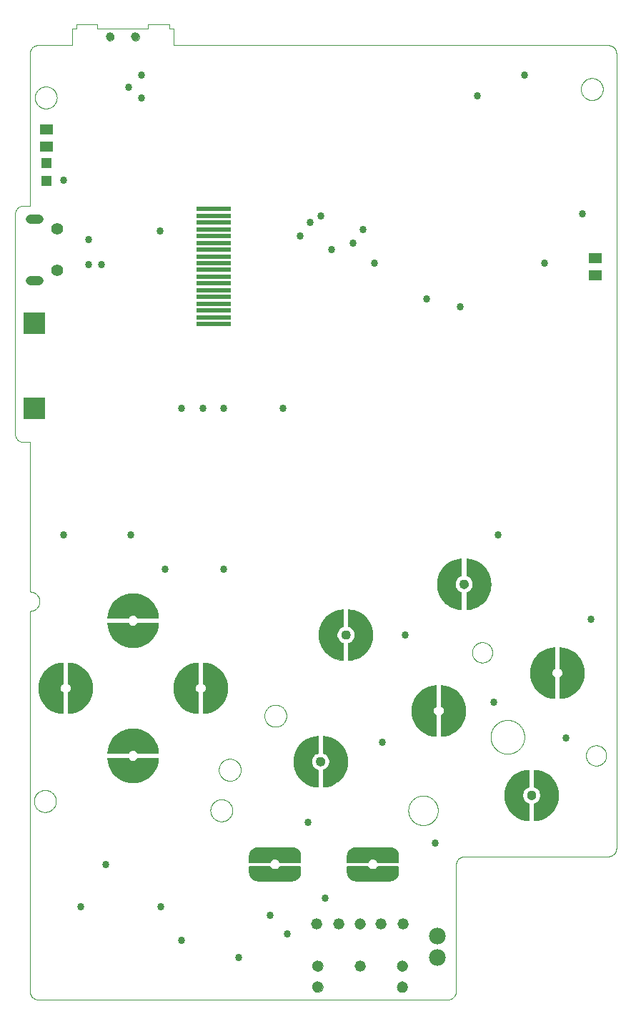
<source format=gts>
G75*
%MOIN*%
%OFA0B0*%
%FSLAX25Y25*%
%IPPOS*%
%LPD*%
%AMOC8*
5,1,8,0,0,1.08239X$1,22.5*
%
%ADD10C,0.00000*%
%ADD11C,0.00039*%
%ADD12R,0.05912X0.04731*%
%ADD13R,0.16148X0.01975*%
%ADD14C,0.01080*%
%ADD15C,0.04337*%
%ADD16C,0.00300*%
%ADD17C,0.00591*%
%ADD18R,0.05124X0.05124*%
%ADD19C,0.03943*%
%ADD20R,0.09849X0.09849*%
%ADD21C,0.07800*%
%ADD22C,0.04400*%
%ADD23C,0.05550*%
%ADD24C,0.05124*%
%ADD25C,0.05200*%
%ADD26C,0.03378*%
D10*
X0029320Y0023079D02*
X0029320Y0200244D01*
X0029453Y0200246D01*
X0029586Y0200252D01*
X0029718Y0200262D01*
X0029851Y0200275D01*
X0029982Y0200293D01*
X0030114Y0200314D01*
X0030244Y0200339D01*
X0030374Y0200368D01*
X0030503Y0200401D01*
X0030630Y0200438D01*
X0030757Y0200478D01*
X0030883Y0200522D01*
X0031007Y0200570D01*
X0031129Y0200621D01*
X0031250Y0200676D01*
X0031370Y0200735D01*
X0031487Y0200796D01*
X0031603Y0200862D01*
X0031717Y0200930D01*
X0031829Y0201002D01*
X0031938Y0201078D01*
X0032046Y0201156D01*
X0032151Y0201238D01*
X0032253Y0201322D01*
X0032353Y0201410D01*
X0032451Y0201500D01*
X0032545Y0201594D01*
X0032637Y0201690D01*
X0032726Y0201789D01*
X0032812Y0201890D01*
X0032895Y0201994D01*
X0032975Y0202100D01*
X0033052Y0202208D01*
X0033126Y0202319D01*
X0033196Y0202432D01*
X0033263Y0202546D01*
X0033327Y0202663D01*
X0033387Y0202782D01*
X0033444Y0202902D01*
X0033497Y0203024D01*
X0033546Y0203147D01*
X0033592Y0203272D01*
X0033635Y0203398D01*
X0033673Y0203525D01*
X0033708Y0203654D01*
X0033739Y0203783D01*
X0033766Y0203913D01*
X0033789Y0204044D01*
X0033809Y0204175D01*
X0033824Y0204308D01*
X0033836Y0204440D01*
X0033844Y0204573D01*
X0033848Y0204706D01*
X0033848Y0204838D01*
X0033844Y0204971D01*
X0033836Y0205104D01*
X0033824Y0205236D01*
X0033809Y0205369D01*
X0033789Y0205500D01*
X0033766Y0205631D01*
X0033739Y0205761D01*
X0033708Y0205890D01*
X0033673Y0206019D01*
X0033635Y0206146D01*
X0033592Y0206272D01*
X0033546Y0206397D01*
X0033497Y0206520D01*
X0033444Y0206642D01*
X0033387Y0206762D01*
X0033327Y0206881D01*
X0033263Y0206998D01*
X0033196Y0207112D01*
X0033126Y0207225D01*
X0033052Y0207336D01*
X0032975Y0207444D01*
X0032895Y0207550D01*
X0032812Y0207654D01*
X0032726Y0207755D01*
X0032637Y0207854D01*
X0032545Y0207950D01*
X0032451Y0208044D01*
X0032353Y0208134D01*
X0032253Y0208222D01*
X0032151Y0208306D01*
X0032046Y0208388D01*
X0031938Y0208466D01*
X0031829Y0208542D01*
X0031717Y0208614D01*
X0031603Y0208682D01*
X0031487Y0208748D01*
X0031370Y0208809D01*
X0031250Y0208868D01*
X0031129Y0208923D01*
X0031007Y0208974D01*
X0030883Y0209022D01*
X0030757Y0209066D01*
X0030630Y0209106D01*
X0030503Y0209143D01*
X0030374Y0209176D01*
X0030244Y0209205D01*
X0030114Y0209230D01*
X0029982Y0209251D01*
X0029851Y0209269D01*
X0029718Y0209282D01*
X0029586Y0209292D01*
X0029453Y0209298D01*
X0029320Y0209300D01*
X0029320Y0209299D02*
X0029320Y0278984D01*
X0026367Y0278984D01*
X0026243Y0278986D01*
X0026120Y0278992D01*
X0025996Y0279001D01*
X0025874Y0279015D01*
X0025751Y0279032D01*
X0025629Y0279054D01*
X0025508Y0279079D01*
X0025388Y0279108D01*
X0025269Y0279140D01*
X0025150Y0279177D01*
X0025033Y0279217D01*
X0024918Y0279260D01*
X0024803Y0279308D01*
X0024691Y0279359D01*
X0024580Y0279413D01*
X0024470Y0279471D01*
X0024363Y0279532D01*
X0024257Y0279597D01*
X0024154Y0279665D01*
X0024053Y0279736D01*
X0023954Y0279810D01*
X0023857Y0279887D01*
X0023763Y0279968D01*
X0023672Y0280051D01*
X0023583Y0280137D01*
X0023497Y0280226D01*
X0023414Y0280317D01*
X0023333Y0280411D01*
X0023256Y0280508D01*
X0023182Y0280607D01*
X0023111Y0280708D01*
X0023043Y0280811D01*
X0022978Y0280917D01*
X0022917Y0281024D01*
X0022859Y0281134D01*
X0022805Y0281245D01*
X0022754Y0281357D01*
X0022706Y0281472D01*
X0022663Y0281587D01*
X0022623Y0281704D01*
X0022586Y0281823D01*
X0022554Y0281942D01*
X0022525Y0282062D01*
X0022500Y0282183D01*
X0022478Y0282305D01*
X0022461Y0282428D01*
X0022447Y0282550D01*
X0022438Y0282674D01*
X0022432Y0282797D01*
X0022430Y0282921D01*
X0022430Y0385283D01*
X0022432Y0385407D01*
X0022438Y0385530D01*
X0022447Y0385654D01*
X0022461Y0385776D01*
X0022478Y0385899D01*
X0022500Y0386021D01*
X0022525Y0386142D01*
X0022554Y0386262D01*
X0022586Y0386381D01*
X0022623Y0386500D01*
X0022663Y0386617D01*
X0022706Y0386732D01*
X0022754Y0386847D01*
X0022805Y0386959D01*
X0022859Y0387070D01*
X0022917Y0387180D01*
X0022978Y0387287D01*
X0023043Y0387393D01*
X0023111Y0387496D01*
X0023182Y0387597D01*
X0023256Y0387696D01*
X0023333Y0387793D01*
X0023414Y0387887D01*
X0023497Y0387978D01*
X0023583Y0388067D01*
X0023672Y0388153D01*
X0023763Y0388236D01*
X0023857Y0388317D01*
X0023954Y0388394D01*
X0024053Y0388468D01*
X0024154Y0388539D01*
X0024257Y0388607D01*
X0024363Y0388672D01*
X0024470Y0388733D01*
X0024580Y0388791D01*
X0024691Y0388845D01*
X0024803Y0388896D01*
X0024918Y0388944D01*
X0025033Y0388987D01*
X0025150Y0389027D01*
X0025269Y0389064D01*
X0025388Y0389096D01*
X0025508Y0389125D01*
X0025629Y0389150D01*
X0025751Y0389172D01*
X0025874Y0389189D01*
X0025996Y0389203D01*
X0026120Y0389212D01*
X0026243Y0389218D01*
X0026367Y0389220D01*
X0029320Y0389220D01*
X0029320Y0460087D01*
X0029322Y0460211D01*
X0029328Y0460334D01*
X0029337Y0460458D01*
X0029351Y0460580D01*
X0029368Y0460703D01*
X0029390Y0460825D01*
X0029415Y0460946D01*
X0029444Y0461066D01*
X0029476Y0461185D01*
X0029513Y0461304D01*
X0029553Y0461421D01*
X0029596Y0461536D01*
X0029644Y0461651D01*
X0029695Y0461763D01*
X0029749Y0461874D01*
X0029807Y0461984D01*
X0029868Y0462091D01*
X0029933Y0462197D01*
X0030001Y0462300D01*
X0030072Y0462401D01*
X0030146Y0462500D01*
X0030223Y0462597D01*
X0030304Y0462691D01*
X0030387Y0462782D01*
X0030473Y0462871D01*
X0030562Y0462957D01*
X0030653Y0463040D01*
X0030747Y0463121D01*
X0030844Y0463198D01*
X0030943Y0463272D01*
X0031044Y0463343D01*
X0031147Y0463411D01*
X0031253Y0463476D01*
X0031360Y0463537D01*
X0031470Y0463595D01*
X0031581Y0463649D01*
X0031693Y0463700D01*
X0031808Y0463748D01*
X0031923Y0463791D01*
X0032040Y0463831D01*
X0032159Y0463868D01*
X0032278Y0463900D01*
X0032398Y0463929D01*
X0032519Y0463954D01*
X0032641Y0463976D01*
X0032764Y0463993D01*
X0032886Y0464007D01*
X0033010Y0464016D01*
X0033133Y0464022D01*
X0033257Y0464024D01*
X0049005Y0464024D01*
X0049005Y0471898D01*
X0050974Y0471898D01*
X0050974Y0473866D01*
X0060816Y0473866D01*
X0060816Y0471898D01*
X0084438Y0471898D01*
X0084438Y0473866D01*
X0094281Y0473866D01*
X0094281Y0471898D01*
X0096249Y0471898D01*
X0096249Y0464024D01*
X0299005Y0464024D01*
X0299129Y0464022D01*
X0299252Y0464016D01*
X0299376Y0464007D01*
X0299498Y0463993D01*
X0299621Y0463976D01*
X0299743Y0463954D01*
X0299864Y0463929D01*
X0299984Y0463900D01*
X0300103Y0463868D01*
X0300222Y0463831D01*
X0300339Y0463791D01*
X0300454Y0463748D01*
X0300569Y0463700D01*
X0300681Y0463649D01*
X0300792Y0463595D01*
X0300902Y0463537D01*
X0301009Y0463476D01*
X0301115Y0463411D01*
X0301218Y0463343D01*
X0301319Y0463272D01*
X0301418Y0463198D01*
X0301515Y0463121D01*
X0301609Y0463040D01*
X0301700Y0462957D01*
X0301789Y0462871D01*
X0301875Y0462782D01*
X0301958Y0462691D01*
X0302039Y0462597D01*
X0302116Y0462500D01*
X0302190Y0462401D01*
X0302261Y0462300D01*
X0302329Y0462197D01*
X0302394Y0462091D01*
X0302455Y0461984D01*
X0302513Y0461874D01*
X0302567Y0461763D01*
X0302618Y0461651D01*
X0302666Y0461536D01*
X0302709Y0461421D01*
X0302749Y0461304D01*
X0302786Y0461185D01*
X0302818Y0461066D01*
X0302847Y0460946D01*
X0302872Y0460825D01*
X0302894Y0460703D01*
X0302911Y0460580D01*
X0302925Y0460458D01*
X0302934Y0460334D01*
X0302940Y0460211D01*
X0302942Y0460087D01*
X0302942Y0089811D01*
X0302940Y0089687D01*
X0302934Y0089564D01*
X0302925Y0089440D01*
X0302911Y0089318D01*
X0302894Y0089195D01*
X0302872Y0089073D01*
X0302847Y0088952D01*
X0302818Y0088832D01*
X0302786Y0088713D01*
X0302749Y0088594D01*
X0302709Y0088477D01*
X0302666Y0088362D01*
X0302618Y0088247D01*
X0302567Y0088135D01*
X0302513Y0088024D01*
X0302455Y0087914D01*
X0302394Y0087807D01*
X0302329Y0087701D01*
X0302261Y0087598D01*
X0302190Y0087497D01*
X0302116Y0087398D01*
X0302039Y0087301D01*
X0301958Y0087207D01*
X0301875Y0087116D01*
X0301789Y0087027D01*
X0301700Y0086941D01*
X0301609Y0086858D01*
X0301515Y0086777D01*
X0301418Y0086700D01*
X0301319Y0086626D01*
X0301218Y0086555D01*
X0301115Y0086487D01*
X0301009Y0086422D01*
X0300902Y0086361D01*
X0300792Y0086303D01*
X0300681Y0086249D01*
X0300569Y0086198D01*
X0300454Y0086150D01*
X0300339Y0086107D01*
X0300222Y0086067D01*
X0300103Y0086030D01*
X0299984Y0085998D01*
X0299864Y0085969D01*
X0299743Y0085944D01*
X0299621Y0085922D01*
X0299498Y0085905D01*
X0299376Y0085891D01*
X0299252Y0085882D01*
X0299129Y0085876D01*
X0299005Y0085874D01*
X0232076Y0085874D01*
X0231952Y0085872D01*
X0231829Y0085866D01*
X0231705Y0085857D01*
X0231583Y0085843D01*
X0231460Y0085826D01*
X0231338Y0085804D01*
X0231217Y0085779D01*
X0231097Y0085750D01*
X0230978Y0085718D01*
X0230859Y0085681D01*
X0230742Y0085641D01*
X0230627Y0085598D01*
X0230512Y0085550D01*
X0230400Y0085499D01*
X0230289Y0085445D01*
X0230179Y0085387D01*
X0230072Y0085326D01*
X0229966Y0085261D01*
X0229863Y0085193D01*
X0229762Y0085122D01*
X0229663Y0085048D01*
X0229566Y0084971D01*
X0229472Y0084890D01*
X0229381Y0084807D01*
X0229292Y0084721D01*
X0229206Y0084632D01*
X0229123Y0084541D01*
X0229042Y0084447D01*
X0228965Y0084350D01*
X0228891Y0084251D01*
X0228820Y0084150D01*
X0228752Y0084047D01*
X0228687Y0083941D01*
X0228626Y0083834D01*
X0228568Y0083724D01*
X0228514Y0083613D01*
X0228463Y0083501D01*
X0228415Y0083386D01*
X0228372Y0083271D01*
X0228332Y0083154D01*
X0228295Y0083035D01*
X0228263Y0082916D01*
X0228234Y0082796D01*
X0228209Y0082675D01*
X0228187Y0082553D01*
X0228170Y0082430D01*
X0228156Y0082308D01*
X0228147Y0082184D01*
X0228141Y0082061D01*
X0228139Y0081937D01*
X0228139Y0023079D01*
X0228137Y0022955D01*
X0228131Y0022832D01*
X0228122Y0022708D01*
X0228108Y0022586D01*
X0228091Y0022463D01*
X0228069Y0022341D01*
X0228044Y0022220D01*
X0228015Y0022100D01*
X0227983Y0021981D01*
X0227946Y0021862D01*
X0227906Y0021745D01*
X0227863Y0021630D01*
X0227815Y0021515D01*
X0227764Y0021403D01*
X0227710Y0021292D01*
X0227652Y0021182D01*
X0227591Y0021075D01*
X0227526Y0020969D01*
X0227458Y0020866D01*
X0227387Y0020765D01*
X0227313Y0020666D01*
X0227236Y0020569D01*
X0227155Y0020475D01*
X0227072Y0020384D01*
X0226986Y0020295D01*
X0226897Y0020209D01*
X0226806Y0020126D01*
X0226712Y0020045D01*
X0226615Y0019968D01*
X0226516Y0019894D01*
X0226415Y0019823D01*
X0226312Y0019755D01*
X0226206Y0019690D01*
X0226099Y0019629D01*
X0225989Y0019571D01*
X0225878Y0019517D01*
X0225766Y0019466D01*
X0225651Y0019418D01*
X0225536Y0019375D01*
X0225419Y0019335D01*
X0225300Y0019298D01*
X0225181Y0019266D01*
X0225061Y0019237D01*
X0224940Y0019212D01*
X0224818Y0019190D01*
X0224695Y0019173D01*
X0224573Y0019159D01*
X0224449Y0019150D01*
X0224326Y0019144D01*
X0224202Y0019142D01*
X0033257Y0019142D01*
X0033133Y0019144D01*
X0033010Y0019150D01*
X0032886Y0019159D01*
X0032764Y0019173D01*
X0032641Y0019190D01*
X0032519Y0019212D01*
X0032398Y0019237D01*
X0032278Y0019266D01*
X0032159Y0019298D01*
X0032040Y0019335D01*
X0031923Y0019375D01*
X0031808Y0019418D01*
X0031693Y0019466D01*
X0031581Y0019517D01*
X0031470Y0019571D01*
X0031360Y0019629D01*
X0031253Y0019690D01*
X0031147Y0019755D01*
X0031044Y0019823D01*
X0030943Y0019894D01*
X0030844Y0019968D01*
X0030747Y0020045D01*
X0030653Y0020126D01*
X0030562Y0020209D01*
X0030473Y0020295D01*
X0030387Y0020384D01*
X0030304Y0020475D01*
X0030223Y0020569D01*
X0030146Y0020666D01*
X0030072Y0020765D01*
X0030001Y0020866D01*
X0029933Y0020969D01*
X0029868Y0021075D01*
X0029807Y0021182D01*
X0029749Y0021292D01*
X0029695Y0021403D01*
X0029644Y0021515D01*
X0029596Y0021630D01*
X0029553Y0021745D01*
X0029513Y0021862D01*
X0029476Y0021981D01*
X0029444Y0022100D01*
X0029415Y0022220D01*
X0029390Y0022341D01*
X0029368Y0022463D01*
X0029351Y0022586D01*
X0029337Y0022708D01*
X0029328Y0022832D01*
X0029322Y0022955D01*
X0029320Y0023079D01*
X0161210Y0025047D02*
X0161212Y0025144D01*
X0161218Y0025241D01*
X0161228Y0025337D01*
X0161242Y0025433D01*
X0161260Y0025529D01*
X0161281Y0025623D01*
X0161307Y0025717D01*
X0161336Y0025809D01*
X0161370Y0025900D01*
X0161406Y0025990D01*
X0161447Y0026078D01*
X0161491Y0026164D01*
X0161539Y0026249D01*
X0161590Y0026331D01*
X0161644Y0026412D01*
X0161702Y0026490D01*
X0161763Y0026565D01*
X0161826Y0026638D01*
X0161893Y0026709D01*
X0161963Y0026776D01*
X0162035Y0026841D01*
X0162110Y0026902D01*
X0162188Y0026961D01*
X0162267Y0027016D01*
X0162349Y0027068D01*
X0162433Y0027116D01*
X0162519Y0027161D01*
X0162607Y0027203D01*
X0162696Y0027241D01*
X0162787Y0027275D01*
X0162879Y0027305D01*
X0162972Y0027332D01*
X0163067Y0027354D01*
X0163162Y0027373D01*
X0163258Y0027388D01*
X0163354Y0027399D01*
X0163451Y0027406D01*
X0163548Y0027409D01*
X0163645Y0027408D01*
X0163742Y0027403D01*
X0163838Y0027394D01*
X0163934Y0027381D01*
X0164030Y0027364D01*
X0164125Y0027343D01*
X0164218Y0027319D01*
X0164311Y0027290D01*
X0164403Y0027258D01*
X0164493Y0027222D01*
X0164581Y0027183D01*
X0164668Y0027139D01*
X0164753Y0027093D01*
X0164836Y0027042D01*
X0164917Y0026989D01*
X0164995Y0026932D01*
X0165072Y0026872D01*
X0165145Y0026809D01*
X0165216Y0026743D01*
X0165284Y0026674D01*
X0165350Y0026602D01*
X0165412Y0026528D01*
X0165471Y0026451D01*
X0165527Y0026372D01*
X0165580Y0026290D01*
X0165630Y0026207D01*
X0165675Y0026121D01*
X0165718Y0026034D01*
X0165757Y0025945D01*
X0165792Y0025855D01*
X0165823Y0025763D01*
X0165850Y0025670D01*
X0165874Y0025576D01*
X0165894Y0025481D01*
X0165910Y0025385D01*
X0165922Y0025289D01*
X0165930Y0025192D01*
X0165934Y0025095D01*
X0165934Y0024999D01*
X0165930Y0024902D01*
X0165922Y0024805D01*
X0165910Y0024709D01*
X0165894Y0024613D01*
X0165874Y0024518D01*
X0165850Y0024424D01*
X0165823Y0024331D01*
X0165792Y0024239D01*
X0165757Y0024149D01*
X0165718Y0024060D01*
X0165675Y0023973D01*
X0165630Y0023887D01*
X0165580Y0023804D01*
X0165527Y0023722D01*
X0165471Y0023643D01*
X0165412Y0023566D01*
X0165350Y0023492D01*
X0165284Y0023420D01*
X0165216Y0023351D01*
X0165145Y0023285D01*
X0165072Y0023222D01*
X0164995Y0023162D01*
X0164917Y0023105D01*
X0164836Y0023052D01*
X0164753Y0023001D01*
X0164668Y0022955D01*
X0164581Y0022911D01*
X0164493Y0022872D01*
X0164403Y0022836D01*
X0164311Y0022804D01*
X0164218Y0022775D01*
X0164125Y0022751D01*
X0164030Y0022730D01*
X0163934Y0022713D01*
X0163838Y0022700D01*
X0163742Y0022691D01*
X0163645Y0022686D01*
X0163548Y0022685D01*
X0163451Y0022688D01*
X0163354Y0022695D01*
X0163258Y0022706D01*
X0163162Y0022721D01*
X0163067Y0022740D01*
X0162972Y0022762D01*
X0162879Y0022789D01*
X0162787Y0022819D01*
X0162696Y0022853D01*
X0162607Y0022891D01*
X0162519Y0022933D01*
X0162433Y0022978D01*
X0162349Y0023026D01*
X0162267Y0023078D01*
X0162188Y0023133D01*
X0162110Y0023192D01*
X0162035Y0023253D01*
X0161963Y0023318D01*
X0161893Y0023385D01*
X0161826Y0023456D01*
X0161763Y0023529D01*
X0161702Y0023604D01*
X0161644Y0023682D01*
X0161590Y0023763D01*
X0161539Y0023845D01*
X0161491Y0023930D01*
X0161447Y0024016D01*
X0161406Y0024104D01*
X0161370Y0024194D01*
X0161336Y0024285D01*
X0161307Y0024377D01*
X0161281Y0024471D01*
X0161260Y0024565D01*
X0161242Y0024661D01*
X0161228Y0024757D01*
X0161218Y0024853D01*
X0161212Y0024950D01*
X0161210Y0025047D01*
X0161210Y0034890D02*
X0161212Y0034987D01*
X0161218Y0035084D01*
X0161228Y0035180D01*
X0161242Y0035276D01*
X0161260Y0035372D01*
X0161281Y0035466D01*
X0161307Y0035560D01*
X0161336Y0035652D01*
X0161370Y0035743D01*
X0161406Y0035833D01*
X0161447Y0035921D01*
X0161491Y0036007D01*
X0161539Y0036092D01*
X0161590Y0036174D01*
X0161644Y0036255D01*
X0161702Y0036333D01*
X0161763Y0036408D01*
X0161826Y0036481D01*
X0161893Y0036552D01*
X0161963Y0036619D01*
X0162035Y0036684D01*
X0162110Y0036745D01*
X0162188Y0036804D01*
X0162267Y0036859D01*
X0162349Y0036911D01*
X0162433Y0036959D01*
X0162519Y0037004D01*
X0162607Y0037046D01*
X0162696Y0037084D01*
X0162787Y0037118D01*
X0162879Y0037148D01*
X0162972Y0037175D01*
X0163067Y0037197D01*
X0163162Y0037216D01*
X0163258Y0037231D01*
X0163354Y0037242D01*
X0163451Y0037249D01*
X0163548Y0037252D01*
X0163645Y0037251D01*
X0163742Y0037246D01*
X0163838Y0037237D01*
X0163934Y0037224D01*
X0164030Y0037207D01*
X0164125Y0037186D01*
X0164218Y0037162D01*
X0164311Y0037133D01*
X0164403Y0037101D01*
X0164493Y0037065D01*
X0164581Y0037026D01*
X0164668Y0036982D01*
X0164753Y0036936D01*
X0164836Y0036885D01*
X0164917Y0036832D01*
X0164995Y0036775D01*
X0165072Y0036715D01*
X0165145Y0036652D01*
X0165216Y0036586D01*
X0165284Y0036517D01*
X0165350Y0036445D01*
X0165412Y0036371D01*
X0165471Y0036294D01*
X0165527Y0036215D01*
X0165580Y0036133D01*
X0165630Y0036050D01*
X0165675Y0035964D01*
X0165718Y0035877D01*
X0165757Y0035788D01*
X0165792Y0035698D01*
X0165823Y0035606D01*
X0165850Y0035513D01*
X0165874Y0035419D01*
X0165894Y0035324D01*
X0165910Y0035228D01*
X0165922Y0035132D01*
X0165930Y0035035D01*
X0165934Y0034938D01*
X0165934Y0034842D01*
X0165930Y0034745D01*
X0165922Y0034648D01*
X0165910Y0034552D01*
X0165894Y0034456D01*
X0165874Y0034361D01*
X0165850Y0034267D01*
X0165823Y0034174D01*
X0165792Y0034082D01*
X0165757Y0033992D01*
X0165718Y0033903D01*
X0165675Y0033816D01*
X0165630Y0033730D01*
X0165580Y0033647D01*
X0165527Y0033565D01*
X0165471Y0033486D01*
X0165412Y0033409D01*
X0165350Y0033335D01*
X0165284Y0033263D01*
X0165216Y0033194D01*
X0165145Y0033128D01*
X0165072Y0033065D01*
X0164995Y0033005D01*
X0164917Y0032948D01*
X0164836Y0032895D01*
X0164753Y0032844D01*
X0164668Y0032798D01*
X0164581Y0032754D01*
X0164493Y0032715D01*
X0164403Y0032679D01*
X0164311Y0032647D01*
X0164218Y0032618D01*
X0164125Y0032594D01*
X0164030Y0032573D01*
X0163934Y0032556D01*
X0163838Y0032543D01*
X0163742Y0032534D01*
X0163645Y0032529D01*
X0163548Y0032528D01*
X0163451Y0032531D01*
X0163354Y0032538D01*
X0163258Y0032549D01*
X0163162Y0032564D01*
X0163067Y0032583D01*
X0162972Y0032605D01*
X0162879Y0032632D01*
X0162787Y0032662D01*
X0162696Y0032696D01*
X0162607Y0032734D01*
X0162519Y0032776D01*
X0162433Y0032821D01*
X0162349Y0032869D01*
X0162267Y0032921D01*
X0162188Y0032976D01*
X0162110Y0033035D01*
X0162035Y0033096D01*
X0161963Y0033161D01*
X0161893Y0033228D01*
X0161826Y0033299D01*
X0161763Y0033372D01*
X0161702Y0033447D01*
X0161644Y0033525D01*
X0161590Y0033606D01*
X0161539Y0033688D01*
X0161491Y0033773D01*
X0161447Y0033859D01*
X0161406Y0033947D01*
X0161370Y0034037D01*
X0161336Y0034128D01*
X0161307Y0034220D01*
X0161281Y0034314D01*
X0161260Y0034408D01*
X0161242Y0034504D01*
X0161228Y0034600D01*
X0161218Y0034696D01*
X0161212Y0034793D01*
X0161210Y0034890D01*
X0180895Y0054575D02*
X0180897Y0054672D01*
X0180903Y0054769D01*
X0180913Y0054865D01*
X0180927Y0054961D01*
X0180945Y0055057D01*
X0180966Y0055151D01*
X0180992Y0055245D01*
X0181021Y0055337D01*
X0181055Y0055428D01*
X0181091Y0055518D01*
X0181132Y0055606D01*
X0181176Y0055692D01*
X0181224Y0055777D01*
X0181275Y0055859D01*
X0181329Y0055940D01*
X0181387Y0056018D01*
X0181448Y0056093D01*
X0181511Y0056166D01*
X0181578Y0056237D01*
X0181648Y0056304D01*
X0181720Y0056369D01*
X0181795Y0056430D01*
X0181873Y0056489D01*
X0181952Y0056544D01*
X0182034Y0056596D01*
X0182118Y0056644D01*
X0182204Y0056689D01*
X0182292Y0056731D01*
X0182381Y0056769D01*
X0182472Y0056803D01*
X0182564Y0056833D01*
X0182657Y0056860D01*
X0182752Y0056882D01*
X0182847Y0056901D01*
X0182943Y0056916D01*
X0183039Y0056927D01*
X0183136Y0056934D01*
X0183233Y0056937D01*
X0183330Y0056936D01*
X0183427Y0056931D01*
X0183523Y0056922D01*
X0183619Y0056909D01*
X0183715Y0056892D01*
X0183810Y0056871D01*
X0183903Y0056847D01*
X0183996Y0056818D01*
X0184088Y0056786D01*
X0184178Y0056750D01*
X0184266Y0056711D01*
X0184353Y0056667D01*
X0184438Y0056621D01*
X0184521Y0056570D01*
X0184602Y0056517D01*
X0184680Y0056460D01*
X0184757Y0056400D01*
X0184830Y0056337D01*
X0184901Y0056271D01*
X0184969Y0056202D01*
X0185035Y0056130D01*
X0185097Y0056056D01*
X0185156Y0055979D01*
X0185212Y0055900D01*
X0185265Y0055818D01*
X0185315Y0055735D01*
X0185360Y0055649D01*
X0185403Y0055562D01*
X0185442Y0055473D01*
X0185477Y0055383D01*
X0185508Y0055291D01*
X0185535Y0055198D01*
X0185559Y0055104D01*
X0185579Y0055009D01*
X0185595Y0054913D01*
X0185607Y0054817D01*
X0185615Y0054720D01*
X0185619Y0054623D01*
X0185619Y0054527D01*
X0185615Y0054430D01*
X0185607Y0054333D01*
X0185595Y0054237D01*
X0185579Y0054141D01*
X0185559Y0054046D01*
X0185535Y0053952D01*
X0185508Y0053859D01*
X0185477Y0053767D01*
X0185442Y0053677D01*
X0185403Y0053588D01*
X0185360Y0053501D01*
X0185315Y0053415D01*
X0185265Y0053332D01*
X0185212Y0053250D01*
X0185156Y0053171D01*
X0185097Y0053094D01*
X0185035Y0053020D01*
X0184969Y0052948D01*
X0184901Y0052879D01*
X0184830Y0052813D01*
X0184757Y0052750D01*
X0184680Y0052690D01*
X0184602Y0052633D01*
X0184521Y0052580D01*
X0184438Y0052529D01*
X0184353Y0052483D01*
X0184266Y0052439D01*
X0184178Y0052400D01*
X0184088Y0052364D01*
X0183996Y0052332D01*
X0183903Y0052303D01*
X0183810Y0052279D01*
X0183715Y0052258D01*
X0183619Y0052241D01*
X0183523Y0052228D01*
X0183427Y0052219D01*
X0183330Y0052214D01*
X0183233Y0052213D01*
X0183136Y0052216D01*
X0183039Y0052223D01*
X0182943Y0052234D01*
X0182847Y0052249D01*
X0182752Y0052268D01*
X0182657Y0052290D01*
X0182564Y0052317D01*
X0182472Y0052347D01*
X0182381Y0052381D01*
X0182292Y0052419D01*
X0182204Y0052461D01*
X0182118Y0052506D01*
X0182034Y0052554D01*
X0181952Y0052606D01*
X0181873Y0052661D01*
X0181795Y0052720D01*
X0181720Y0052781D01*
X0181648Y0052846D01*
X0181578Y0052913D01*
X0181511Y0052984D01*
X0181448Y0053057D01*
X0181387Y0053132D01*
X0181329Y0053210D01*
X0181275Y0053291D01*
X0181224Y0053373D01*
X0181176Y0053458D01*
X0181132Y0053544D01*
X0181091Y0053632D01*
X0181055Y0053722D01*
X0181021Y0053813D01*
X0180992Y0053905D01*
X0180966Y0053999D01*
X0180945Y0054093D01*
X0180927Y0054189D01*
X0180913Y0054285D01*
X0180903Y0054381D01*
X0180897Y0054478D01*
X0180895Y0054575D01*
X0200580Y0034890D02*
X0200582Y0034987D01*
X0200588Y0035084D01*
X0200598Y0035180D01*
X0200612Y0035276D01*
X0200630Y0035372D01*
X0200651Y0035466D01*
X0200677Y0035560D01*
X0200706Y0035652D01*
X0200740Y0035743D01*
X0200776Y0035833D01*
X0200817Y0035921D01*
X0200861Y0036007D01*
X0200909Y0036092D01*
X0200960Y0036174D01*
X0201014Y0036255D01*
X0201072Y0036333D01*
X0201133Y0036408D01*
X0201196Y0036481D01*
X0201263Y0036552D01*
X0201333Y0036619D01*
X0201405Y0036684D01*
X0201480Y0036745D01*
X0201558Y0036804D01*
X0201637Y0036859D01*
X0201719Y0036911D01*
X0201803Y0036959D01*
X0201889Y0037004D01*
X0201977Y0037046D01*
X0202066Y0037084D01*
X0202157Y0037118D01*
X0202249Y0037148D01*
X0202342Y0037175D01*
X0202437Y0037197D01*
X0202532Y0037216D01*
X0202628Y0037231D01*
X0202724Y0037242D01*
X0202821Y0037249D01*
X0202918Y0037252D01*
X0203015Y0037251D01*
X0203112Y0037246D01*
X0203208Y0037237D01*
X0203304Y0037224D01*
X0203400Y0037207D01*
X0203495Y0037186D01*
X0203588Y0037162D01*
X0203681Y0037133D01*
X0203773Y0037101D01*
X0203863Y0037065D01*
X0203951Y0037026D01*
X0204038Y0036982D01*
X0204123Y0036936D01*
X0204206Y0036885D01*
X0204287Y0036832D01*
X0204365Y0036775D01*
X0204442Y0036715D01*
X0204515Y0036652D01*
X0204586Y0036586D01*
X0204654Y0036517D01*
X0204720Y0036445D01*
X0204782Y0036371D01*
X0204841Y0036294D01*
X0204897Y0036215D01*
X0204950Y0036133D01*
X0205000Y0036050D01*
X0205045Y0035964D01*
X0205088Y0035877D01*
X0205127Y0035788D01*
X0205162Y0035698D01*
X0205193Y0035606D01*
X0205220Y0035513D01*
X0205244Y0035419D01*
X0205264Y0035324D01*
X0205280Y0035228D01*
X0205292Y0035132D01*
X0205300Y0035035D01*
X0205304Y0034938D01*
X0205304Y0034842D01*
X0205300Y0034745D01*
X0205292Y0034648D01*
X0205280Y0034552D01*
X0205264Y0034456D01*
X0205244Y0034361D01*
X0205220Y0034267D01*
X0205193Y0034174D01*
X0205162Y0034082D01*
X0205127Y0033992D01*
X0205088Y0033903D01*
X0205045Y0033816D01*
X0205000Y0033730D01*
X0204950Y0033647D01*
X0204897Y0033565D01*
X0204841Y0033486D01*
X0204782Y0033409D01*
X0204720Y0033335D01*
X0204654Y0033263D01*
X0204586Y0033194D01*
X0204515Y0033128D01*
X0204442Y0033065D01*
X0204365Y0033005D01*
X0204287Y0032948D01*
X0204206Y0032895D01*
X0204123Y0032844D01*
X0204038Y0032798D01*
X0203951Y0032754D01*
X0203863Y0032715D01*
X0203773Y0032679D01*
X0203681Y0032647D01*
X0203588Y0032618D01*
X0203495Y0032594D01*
X0203400Y0032573D01*
X0203304Y0032556D01*
X0203208Y0032543D01*
X0203112Y0032534D01*
X0203015Y0032529D01*
X0202918Y0032528D01*
X0202821Y0032531D01*
X0202724Y0032538D01*
X0202628Y0032549D01*
X0202532Y0032564D01*
X0202437Y0032583D01*
X0202342Y0032605D01*
X0202249Y0032632D01*
X0202157Y0032662D01*
X0202066Y0032696D01*
X0201977Y0032734D01*
X0201889Y0032776D01*
X0201803Y0032821D01*
X0201719Y0032869D01*
X0201637Y0032921D01*
X0201558Y0032976D01*
X0201480Y0033035D01*
X0201405Y0033096D01*
X0201333Y0033161D01*
X0201263Y0033228D01*
X0201196Y0033299D01*
X0201133Y0033372D01*
X0201072Y0033447D01*
X0201014Y0033525D01*
X0200960Y0033606D01*
X0200909Y0033688D01*
X0200861Y0033773D01*
X0200817Y0033859D01*
X0200776Y0033947D01*
X0200740Y0034037D01*
X0200706Y0034128D01*
X0200677Y0034220D01*
X0200651Y0034314D01*
X0200630Y0034408D01*
X0200612Y0034504D01*
X0200598Y0034600D01*
X0200588Y0034696D01*
X0200582Y0034793D01*
X0200580Y0034890D01*
X0200580Y0025047D02*
X0200582Y0025144D01*
X0200588Y0025241D01*
X0200598Y0025337D01*
X0200612Y0025433D01*
X0200630Y0025529D01*
X0200651Y0025623D01*
X0200677Y0025717D01*
X0200706Y0025809D01*
X0200740Y0025900D01*
X0200776Y0025990D01*
X0200817Y0026078D01*
X0200861Y0026164D01*
X0200909Y0026249D01*
X0200960Y0026331D01*
X0201014Y0026412D01*
X0201072Y0026490D01*
X0201133Y0026565D01*
X0201196Y0026638D01*
X0201263Y0026709D01*
X0201333Y0026776D01*
X0201405Y0026841D01*
X0201480Y0026902D01*
X0201558Y0026961D01*
X0201637Y0027016D01*
X0201719Y0027068D01*
X0201803Y0027116D01*
X0201889Y0027161D01*
X0201977Y0027203D01*
X0202066Y0027241D01*
X0202157Y0027275D01*
X0202249Y0027305D01*
X0202342Y0027332D01*
X0202437Y0027354D01*
X0202532Y0027373D01*
X0202628Y0027388D01*
X0202724Y0027399D01*
X0202821Y0027406D01*
X0202918Y0027409D01*
X0203015Y0027408D01*
X0203112Y0027403D01*
X0203208Y0027394D01*
X0203304Y0027381D01*
X0203400Y0027364D01*
X0203495Y0027343D01*
X0203588Y0027319D01*
X0203681Y0027290D01*
X0203773Y0027258D01*
X0203863Y0027222D01*
X0203951Y0027183D01*
X0204038Y0027139D01*
X0204123Y0027093D01*
X0204206Y0027042D01*
X0204287Y0026989D01*
X0204365Y0026932D01*
X0204442Y0026872D01*
X0204515Y0026809D01*
X0204586Y0026743D01*
X0204654Y0026674D01*
X0204720Y0026602D01*
X0204782Y0026528D01*
X0204841Y0026451D01*
X0204897Y0026372D01*
X0204950Y0026290D01*
X0205000Y0026207D01*
X0205045Y0026121D01*
X0205088Y0026034D01*
X0205127Y0025945D01*
X0205162Y0025855D01*
X0205193Y0025763D01*
X0205220Y0025670D01*
X0205244Y0025576D01*
X0205264Y0025481D01*
X0205280Y0025385D01*
X0205292Y0025289D01*
X0205300Y0025192D01*
X0205304Y0025095D01*
X0205304Y0024999D01*
X0205300Y0024902D01*
X0205292Y0024805D01*
X0205280Y0024709D01*
X0205264Y0024613D01*
X0205244Y0024518D01*
X0205220Y0024424D01*
X0205193Y0024331D01*
X0205162Y0024239D01*
X0205127Y0024149D01*
X0205088Y0024060D01*
X0205045Y0023973D01*
X0205000Y0023887D01*
X0204950Y0023804D01*
X0204897Y0023722D01*
X0204841Y0023643D01*
X0204782Y0023566D01*
X0204720Y0023492D01*
X0204654Y0023420D01*
X0204586Y0023351D01*
X0204515Y0023285D01*
X0204442Y0023222D01*
X0204365Y0023162D01*
X0204287Y0023105D01*
X0204206Y0023052D01*
X0204123Y0023001D01*
X0204038Y0022955D01*
X0203951Y0022911D01*
X0203863Y0022872D01*
X0203773Y0022836D01*
X0203681Y0022804D01*
X0203588Y0022775D01*
X0203495Y0022751D01*
X0203400Y0022730D01*
X0203304Y0022713D01*
X0203208Y0022700D01*
X0203112Y0022691D01*
X0203015Y0022686D01*
X0202918Y0022685D01*
X0202821Y0022688D01*
X0202724Y0022695D01*
X0202628Y0022706D01*
X0202532Y0022721D01*
X0202437Y0022740D01*
X0202342Y0022762D01*
X0202249Y0022789D01*
X0202157Y0022819D01*
X0202066Y0022853D01*
X0201977Y0022891D01*
X0201889Y0022933D01*
X0201803Y0022978D01*
X0201719Y0023026D01*
X0201637Y0023078D01*
X0201558Y0023133D01*
X0201480Y0023192D01*
X0201405Y0023253D01*
X0201333Y0023318D01*
X0201263Y0023385D01*
X0201196Y0023456D01*
X0201133Y0023529D01*
X0201072Y0023604D01*
X0201014Y0023682D01*
X0200960Y0023763D01*
X0200909Y0023845D01*
X0200861Y0023930D01*
X0200817Y0024016D01*
X0200776Y0024104D01*
X0200740Y0024194D01*
X0200706Y0024285D01*
X0200677Y0024377D01*
X0200651Y0024471D01*
X0200630Y0024565D01*
X0200612Y0024661D01*
X0200598Y0024757D01*
X0200588Y0024853D01*
X0200582Y0024950D01*
X0200580Y0025047D01*
X0261288Y0114457D02*
X0261290Y0114545D01*
X0261296Y0114633D01*
X0261306Y0114721D01*
X0261320Y0114809D01*
X0261337Y0114895D01*
X0261359Y0114981D01*
X0261384Y0115065D01*
X0261414Y0115149D01*
X0261446Y0115231D01*
X0261483Y0115311D01*
X0261523Y0115390D01*
X0261567Y0115467D01*
X0261614Y0115542D01*
X0261664Y0115614D01*
X0261718Y0115685D01*
X0261774Y0115752D01*
X0261834Y0115818D01*
X0261896Y0115880D01*
X0261962Y0115940D01*
X0262029Y0115996D01*
X0262100Y0116050D01*
X0262172Y0116100D01*
X0262247Y0116147D01*
X0262324Y0116191D01*
X0262403Y0116231D01*
X0262483Y0116268D01*
X0262565Y0116300D01*
X0262649Y0116330D01*
X0262733Y0116355D01*
X0262819Y0116377D01*
X0262905Y0116394D01*
X0262993Y0116408D01*
X0263081Y0116418D01*
X0263169Y0116424D01*
X0263257Y0116426D01*
X0263345Y0116424D01*
X0263433Y0116418D01*
X0263521Y0116408D01*
X0263609Y0116394D01*
X0263695Y0116377D01*
X0263781Y0116355D01*
X0263865Y0116330D01*
X0263949Y0116300D01*
X0264031Y0116268D01*
X0264111Y0116231D01*
X0264190Y0116191D01*
X0264267Y0116147D01*
X0264342Y0116100D01*
X0264414Y0116050D01*
X0264485Y0115996D01*
X0264552Y0115940D01*
X0264618Y0115880D01*
X0264680Y0115818D01*
X0264740Y0115752D01*
X0264796Y0115685D01*
X0264850Y0115614D01*
X0264900Y0115542D01*
X0264947Y0115467D01*
X0264991Y0115390D01*
X0265031Y0115311D01*
X0265068Y0115231D01*
X0265100Y0115149D01*
X0265130Y0115065D01*
X0265155Y0114981D01*
X0265177Y0114895D01*
X0265194Y0114809D01*
X0265208Y0114721D01*
X0265218Y0114633D01*
X0265224Y0114545D01*
X0265226Y0114457D01*
X0265224Y0114369D01*
X0265218Y0114281D01*
X0265208Y0114193D01*
X0265194Y0114105D01*
X0265177Y0114019D01*
X0265155Y0113933D01*
X0265130Y0113849D01*
X0265100Y0113765D01*
X0265068Y0113683D01*
X0265031Y0113603D01*
X0264991Y0113524D01*
X0264947Y0113447D01*
X0264900Y0113372D01*
X0264850Y0113300D01*
X0264796Y0113229D01*
X0264740Y0113162D01*
X0264680Y0113096D01*
X0264618Y0113034D01*
X0264552Y0112974D01*
X0264485Y0112918D01*
X0264414Y0112864D01*
X0264342Y0112814D01*
X0264267Y0112767D01*
X0264190Y0112723D01*
X0264111Y0112683D01*
X0264031Y0112646D01*
X0263949Y0112614D01*
X0263865Y0112584D01*
X0263781Y0112559D01*
X0263695Y0112537D01*
X0263609Y0112520D01*
X0263521Y0112506D01*
X0263433Y0112496D01*
X0263345Y0112490D01*
X0263257Y0112488D01*
X0263169Y0112490D01*
X0263081Y0112496D01*
X0262993Y0112506D01*
X0262905Y0112520D01*
X0262819Y0112537D01*
X0262733Y0112559D01*
X0262649Y0112584D01*
X0262565Y0112614D01*
X0262483Y0112646D01*
X0262403Y0112683D01*
X0262324Y0112723D01*
X0262247Y0112767D01*
X0262172Y0112814D01*
X0262100Y0112864D01*
X0262029Y0112918D01*
X0261962Y0112974D01*
X0261896Y0113034D01*
X0261834Y0113096D01*
X0261774Y0113162D01*
X0261718Y0113229D01*
X0261664Y0113300D01*
X0261614Y0113372D01*
X0261567Y0113447D01*
X0261523Y0113524D01*
X0261483Y0113603D01*
X0261446Y0113683D01*
X0261414Y0113765D01*
X0261384Y0113849D01*
X0261359Y0113933D01*
X0261337Y0114019D01*
X0261320Y0114105D01*
X0261306Y0114193D01*
X0261296Y0114281D01*
X0261290Y0114369D01*
X0261288Y0114457D01*
X0229792Y0212882D02*
X0229794Y0212970D01*
X0229800Y0213058D01*
X0229810Y0213146D01*
X0229824Y0213234D01*
X0229841Y0213320D01*
X0229863Y0213406D01*
X0229888Y0213490D01*
X0229918Y0213574D01*
X0229950Y0213656D01*
X0229987Y0213736D01*
X0230027Y0213815D01*
X0230071Y0213892D01*
X0230118Y0213967D01*
X0230168Y0214039D01*
X0230222Y0214110D01*
X0230278Y0214177D01*
X0230338Y0214243D01*
X0230400Y0214305D01*
X0230466Y0214365D01*
X0230533Y0214421D01*
X0230604Y0214475D01*
X0230676Y0214525D01*
X0230751Y0214572D01*
X0230828Y0214616D01*
X0230907Y0214656D01*
X0230987Y0214693D01*
X0231069Y0214725D01*
X0231153Y0214755D01*
X0231237Y0214780D01*
X0231323Y0214802D01*
X0231409Y0214819D01*
X0231497Y0214833D01*
X0231585Y0214843D01*
X0231673Y0214849D01*
X0231761Y0214851D01*
X0231849Y0214849D01*
X0231937Y0214843D01*
X0232025Y0214833D01*
X0232113Y0214819D01*
X0232199Y0214802D01*
X0232285Y0214780D01*
X0232369Y0214755D01*
X0232453Y0214725D01*
X0232535Y0214693D01*
X0232615Y0214656D01*
X0232694Y0214616D01*
X0232771Y0214572D01*
X0232846Y0214525D01*
X0232918Y0214475D01*
X0232989Y0214421D01*
X0233056Y0214365D01*
X0233122Y0214305D01*
X0233184Y0214243D01*
X0233244Y0214177D01*
X0233300Y0214110D01*
X0233354Y0214039D01*
X0233404Y0213967D01*
X0233451Y0213892D01*
X0233495Y0213815D01*
X0233535Y0213736D01*
X0233572Y0213656D01*
X0233604Y0213574D01*
X0233634Y0213490D01*
X0233659Y0213406D01*
X0233681Y0213320D01*
X0233698Y0213234D01*
X0233712Y0213146D01*
X0233722Y0213058D01*
X0233728Y0212970D01*
X0233730Y0212882D01*
X0233728Y0212794D01*
X0233722Y0212706D01*
X0233712Y0212618D01*
X0233698Y0212530D01*
X0233681Y0212444D01*
X0233659Y0212358D01*
X0233634Y0212274D01*
X0233604Y0212190D01*
X0233572Y0212108D01*
X0233535Y0212028D01*
X0233495Y0211949D01*
X0233451Y0211872D01*
X0233404Y0211797D01*
X0233354Y0211725D01*
X0233300Y0211654D01*
X0233244Y0211587D01*
X0233184Y0211521D01*
X0233122Y0211459D01*
X0233056Y0211399D01*
X0232989Y0211343D01*
X0232918Y0211289D01*
X0232846Y0211239D01*
X0232771Y0211192D01*
X0232694Y0211148D01*
X0232615Y0211108D01*
X0232535Y0211071D01*
X0232453Y0211039D01*
X0232369Y0211009D01*
X0232285Y0210984D01*
X0232199Y0210962D01*
X0232113Y0210945D01*
X0232025Y0210931D01*
X0231937Y0210921D01*
X0231849Y0210915D01*
X0231761Y0210913D01*
X0231673Y0210915D01*
X0231585Y0210921D01*
X0231497Y0210931D01*
X0231409Y0210945D01*
X0231323Y0210962D01*
X0231237Y0210984D01*
X0231153Y0211009D01*
X0231069Y0211039D01*
X0230987Y0211071D01*
X0230907Y0211108D01*
X0230828Y0211148D01*
X0230751Y0211192D01*
X0230676Y0211239D01*
X0230604Y0211289D01*
X0230533Y0211343D01*
X0230466Y0211399D01*
X0230400Y0211459D01*
X0230338Y0211521D01*
X0230278Y0211587D01*
X0230222Y0211654D01*
X0230168Y0211725D01*
X0230118Y0211797D01*
X0230071Y0211872D01*
X0230027Y0211949D01*
X0229987Y0212028D01*
X0229950Y0212108D01*
X0229918Y0212190D01*
X0229888Y0212274D01*
X0229863Y0212358D01*
X0229841Y0212444D01*
X0229824Y0212530D01*
X0229810Y0212618D01*
X0229800Y0212706D01*
X0229794Y0212794D01*
X0229792Y0212882D01*
X0174674Y0189260D02*
X0174676Y0189348D01*
X0174682Y0189436D01*
X0174692Y0189524D01*
X0174706Y0189612D01*
X0174723Y0189698D01*
X0174745Y0189784D01*
X0174770Y0189868D01*
X0174800Y0189952D01*
X0174832Y0190034D01*
X0174869Y0190114D01*
X0174909Y0190193D01*
X0174953Y0190270D01*
X0175000Y0190345D01*
X0175050Y0190417D01*
X0175104Y0190488D01*
X0175160Y0190555D01*
X0175220Y0190621D01*
X0175282Y0190683D01*
X0175348Y0190743D01*
X0175415Y0190799D01*
X0175486Y0190853D01*
X0175558Y0190903D01*
X0175633Y0190950D01*
X0175710Y0190994D01*
X0175789Y0191034D01*
X0175869Y0191071D01*
X0175951Y0191103D01*
X0176035Y0191133D01*
X0176119Y0191158D01*
X0176205Y0191180D01*
X0176291Y0191197D01*
X0176379Y0191211D01*
X0176467Y0191221D01*
X0176555Y0191227D01*
X0176643Y0191229D01*
X0176731Y0191227D01*
X0176819Y0191221D01*
X0176907Y0191211D01*
X0176995Y0191197D01*
X0177081Y0191180D01*
X0177167Y0191158D01*
X0177251Y0191133D01*
X0177335Y0191103D01*
X0177417Y0191071D01*
X0177497Y0191034D01*
X0177576Y0190994D01*
X0177653Y0190950D01*
X0177728Y0190903D01*
X0177800Y0190853D01*
X0177871Y0190799D01*
X0177938Y0190743D01*
X0178004Y0190683D01*
X0178066Y0190621D01*
X0178126Y0190555D01*
X0178182Y0190488D01*
X0178236Y0190417D01*
X0178286Y0190345D01*
X0178333Y0190270D01*
X0178377Y0190193D01*
X0178417Y0190114D01*
X0178454Y0190034D01*
X0178486Y0189952D01*
X0178516Y0189868D01*
X0178541Y0189784D01*
X0178563Y0189698D01*
X0178580Y0189612D01*
X0178594Y0189524D01*
X0178604Y0189436D01*
X0178610Y0189348D01*
X0178612Y0189260D01*
X0178610Y0189172D01*
X0178604Y0189084D01*
X0178594Y0188996D01*
X0178580Y0188908D01*
X0178563Y0188822D01*
X0178541Y0188736D01*
X0178516Y0188652D01*
X0178486Y0188568D01*
X0178454Y0188486D01*
X0178417Y0188406D01*
X0178377Y0188327D01*
X0178333Y0188250D01*
X0178286Y0188175D01*
X0178236Y0188103D01*
X0178182Y0188032D01*
X0178126Y0187965D01*
X0178066Y0187899D01*
X0178004Y0187837D01*
X0177938Y0187777D01*
X0177871Y0187721D01*
X0177800Y0187667D01*
X0177728Y0187617D01*
X0177653Y0187570D01*
X0177576Y0187526D01*
X0177497Y0187486D01*
X0177417Y0187449D01*
X0177335Y0187417D01*
X0177251Y0187387D01*
X0177167Y0187362D01*
X0177081Y0187340D01*
X0176995Y0187323D01*
X0176907Y0187309D01*
X0176819Y0187299D01*
X0176731Y0187293D01*
X0176643Y0187291D01*
X0176555Y0187293D01*
X0176467Y0187299D01*
X0176379Y0187309D01*
X0176291Y0187323D01*
X0176205Y0187340D01*
X0176119Y0187362D01*
X0176035Y0187387D01*
X0175951Y0187417D01*
X0175869Y0187449D01*
X0175789Y0187486D01*
X0175710Y0187526D01*
X0175633Y0187570D01*
X0175558Y0187617D01*
X0175486Y0187667D01*
X0175415Y0187721D01*
X0175348Y0187777D01*
X0175282Y0187837D01*
X0175220Y0187899D01*
X0175160Y0187965D01*
X0175104Y0188032D01*
X0175050Y0188103D01*
X0175000Y0188175D01*
X0174953Y0188250D01*
X0174909Y0188327D01*
X0174869Y0188406D01*
X0174832Y0188486D01*
X0174800Y0188568D01*
X0174770Y0188652D01*
X0174745Y0188736D01*
X0174723Y0188822D01*
X0174706Y0188908D01*
X0174692Y0188996D01*
X0174682Y0189084D01*
X0174676Y0189172D01*
X0174674Y0189260D01*
X0162863Y0130205D02*
X0162865Y0130293D01*
X0162871Y0130381D01*
X0162881Y0130469D01*
X0162895Y0130557D01*
X0162912Y0130643D01*
X0162934Y0130729D01*
X0162959Y0130813D01*
X0162989Y0130897D01*
X0163021Y0130979D01*
X0163058Y0131059D01*
X0163098Y0131138D01*
X0163142Y0131215D01*
X0163189Y0131290D01*
X0163239Y0131362D01*
X0163293Y0131433D01*
X0163349Y0131500D01*
X0163409Y0131566D01*
X0163471Y0131628D01*
X0163537Y0131688D01*
X0163604Y0131744D01*
X0163675Y0131798D01*
X0163747Y0131848D01*
X0163822Y0131895D01*
X0163899Y0131939D01*
X0163978Y0131979D01*
X0164058Y0132016D01*
X0164140Y0132048D01*
X0164224Y0132078D01*
X0164308Y0132103D01*
X0164394Y0132125D01*
X0164480Y0132142D01*
X0164568Y0132156D01*
X0164656Y0132166D01*
X0164744Y0132172D01*
X0164832Y0132174D01*
X0164920Y0132172D01*
X0165008Y0132166D01*
X0165096Y0132156D01*
X0165184Y0132142D01*
X0165270Y0132125D01*
X0165356Y0132103D01*
X0165440Y0132078D01*
X0165524Y0132048D01*
X0165606Y0132016D01*
X0165686Y0131979D01*
X0165765Y0131939D01*
X0165842Y0131895D01*
X0165917Y0131848D01*
X0165989Y0131798D01*
X0166060Y0131744D01*
X0166127Y0131688D01*
X0166193Y0131628D01*
X0166255Y0131566D01*
X0166315Y0131500D01*
X0166371Y0131433D01*
X0166425Y0131362D01*
X0166475Y0131290D01*
X0166522Y0131215D01*
X0166566Y0131138D01*
X0166606Y0131059D01*
X0166643Y0130979D01*
X0166675Y0130897D01*
X0166705Y0130813D01*
X0166730Y0130729D01*
X0166752Y0130643D01*
X0166769Y0130557D01*
X0166783Y0130469D01*
X0166793Y0130381D01*
X0166799Y0130293D01*
X0166801Y0130205D01*
X0166799Y0130117D01*
X0166793Y0130029D01*
X0166783Y0129941D01*
X0166769Y0129853D01*
X0166752Y0129767D01*
X0166730Y0129681D01*
X0166705Y0129597D01*
X0166675Y0129513D01*
X0166643Y0129431D01*
X0166606Y0129351D01*
X0166566Y0129272D01*
X0166522Y0129195D01*
X0166475Y0129120D01*
X0166425Y0129048D01*
X0166371Y0128977D01*
X0166315Y0128910D01*
X0166255Y0128844D01*
X0166193Y0128782D01*
X0166127Y0128722D01*
X0166060Y0128666D01*
X0165989Y0128612D01*
X0165917Y0128562D01*
X0165842Y0128515D01*
X0165765Y0128471D01*
X0165686Y0128431D01*
X0165606Y0128394D01*
X0165524Y0128362D01*
X0165440Y0128332D01*
X0165356Y0128307D01*
X0165270Y0128285D01*
X0165184Y0128268D01*
X0165096Y0128254D01*
X0165008Y0128244D01*
X0164920Y0128238D01*
X0164832Y0128236D01*
X0164744Y0128238D01*
X0164656Y0128244D01*
X0164568Y0128254D01*
X0164480Y0128268D01*
X0164394Y0128285D01*
X0164308Y0128307D01*
X0164224Y0128332D01*
X0164140Y0128362D01*
X0164058Y0128394D01*
X0163978Y0128431D01*
X0163899Y0128471D01*
X0163822Y0128515D01*
X0163747Y0128562D01*
X0163675Y0128612D01*
X0163604Y0128666D01*
X0163537Y0128722D01*
X0163471Y0128782D01*
X0163409Y0128844D01*
X0163349Y0128910D01*
X0163293Y0128977D01*
X0163239Y0129048D01*
X0163189Y0129120D01*
X0163142Y0129195D01*
X0163098Y0129272D01*
X0163058Y0129351D01*
X0163021Y0129431D01*
X0162989Y0129513D01*
X0162959Y0129597D01*
X0162934Y0129681D01*
X0162912Y0129767D01*
X0162895Y0129853D01*
X0162881Y0129941D01*
X0162871Y0130029D01*
X0162865Y0130117D01*
X0162863Y0130205D01*
X0076761Y0467961D02*
X0076763Y0468045D01*
X0076769Y0468128D01*
X0076779Y0468211D01*
X0076793Y0468294D01*
X0076810Y0468376D01*
X0076832Y0468457D01*
X0076857Y0468536D01*
X0076886Y0468615D01*
X0076919Y0468692D01*
X0076955Y0468767D01*
X0076995Y0468841D01*
X0077038Y0468913D01*
X0077085Y0468982D01*
X0077135Y0469049D01*
X0077188Y0469114D01*
X0077244Y0469176D01*
X0077302Y0469236D01*
X0077364Y0469293D01*
X0077428Y0469346D01*
X0077495Y0469397D01*
X0077564Y0469444D01*
X0077635Y0469489D01*
X0077708Y0469529D01*
X0077783Y0469566D01*
X0077860Y0469600D01*
X0077938Y0469630D01*
X0078017Y0469656D01*
X0078098Y0469679D01*
X0078180Y0469697D01*
X0078262Y0469712D01*
X0078345Y0469723D01*
X0078428Y0469730D01*
X0078512Y0469733D01*
X0078596Y0469732D01*
X0078679Y0469727D01*
X0078763Y0469718D01*
X0078845Y0469705D01*
X0078927Y0469689D01*
X0079008Y0469668D01*
X0079089Y0469644D01*
X0079167Y0469616D01*
X0079245Y0469584D01*
X0079321Y0469548D01*
X0079395Y0469509D01*
X0079467Y0469467D01*
X0079537Y0469421D01*
X0079605Y0469372D01*
X0079670Y0469320D01*
X0079733Y0469265D01*
X0079793Y0469207D01*
X0079851Y0469146D01*
X0079905Y0469082D01*
X0079957Y0469016D01*
X0080005Y0468948D01*
X0080050Y0468877D01*
X0080091Y0468804D01*
X0080130Y0468730D01*
X0080164Y0468654D01*
X0080195Y0468576D01*
X0080222Y0468497D01*
X0080246Y0468416D01*
X0080265Y0468335D01*
X0080281Y0468253D01*
X0080293Y0468170D01*
X0080301Y0468086D01*
X0080305Y0468003D01*
X0080305Y0467919D01*
X0080301Y0467836D01*
X0080293Y0467752D01*
X0080281Y0467669D01*
X0080265Y0467587D01*
X0080246Y0467506D01*
X0080222Y0467425D01*
X0080195Y0467346D01*
X0080164Y0467268D01*
X0080130Y0467192D01*
X0080091Y0467118D01*
X0080050Y0467045D01*
X0080005Y0466974D01*
X0079957Y0466906D01*
X0079905Y0466840D01*
X0079851Y0466776D01*
X0079793Y0466715D01*
X0079733Y0466657D01*
X0079670Y0466602D01*
X0079605Y0466550D01*
X0079537Y0466501D01*
X0079467Y0466455D01*
X0079395Y0466413D01*
X0079321Y0466374D01*
X0079245Y0466338D01*
X0079167Y0466306D01*
X0079089Y0466278D01*
X0079008Y0466254D01*
X0078927Y0466233D01*
X0078845Y0466217D01*
X0078763Y0466204D01*
X0078679Y0466195D01*
X0078596Y0466190D01*
X0078512Y0466189D01*
X0078428Y0466192D01*
X0078345Y0466199D01*
X0078262Y0466210D01*
X0078180Y0466225D01*
X0078098Y0466243D01*
X0078017Y0466266D01*
X0077938Y0466292D01*
X0077860Y0466322D01*
X0077783Y0466356D01*
X0077708Y0466393D01*
X0077635Y0466433D01*
X0077564Y0466478D01*
X0077495Y0466525D01*
X0077428Y0466576D01*
X0077364Y0466629D01*
X0077302Y0466686D01*
X0077244Y0466746D01*
X0077188Y0466808D01*
X0077135Y0466873D01*
X0077085Y0466940D01*
X0077038Y0467009D01*
X0076995Y0467081D01*
X0076955Y0467155D01*
X0076919Y0467230D01*
X0076886Y0467307D01*
X0076857Y0467386D01*
X0076832Y0467465D01*
X0076810Y0467546D01*
X0076793Y0467628D01*
X0076779Y0467711D01*
X0076769Y0467794D01*
X0076763Y0467877D01*
X0076761Y0467961D01*
X0064950Y0467961D02*
X0064952Y0468045D01*
X0064958Y0468128D01*
X0064968Y0468211D01*
X0064982Y0468294D01*
X0064999Y0468376D01*
X0065021Y0468457D01*
X0065046Y0468536D01*
X0065075Y0468615D01*
X0065108Y0468692D01*
X0065144Y0468767D01*
X0065184Y0468841D01*
X0065227Y0468913D01*
X0065274Y0468982D01*
X0065324Y0469049D01*
X0065377Y0469114D01*
X0065433Y0469176D01*
X0065491Y0469236D01*
X0065553Y0469293D01*
X0065617Y0469346D01*
X0065684Y0469397D01*
X0065753Y0469444D01*
X0065824Y0469489D01*
X0065897Y0469529D01*
X0065972Y0469566D01*
X0066049Y0469600D01*
X0066127Y0469630D01*
X0066206Y0469656D01*
X0066287Y0469679D01*
X0066369Y0469697D01*
X0066451Y0469712D01*
X0066534Y0469723D01*
X0066617Y0469730D01*
X0066701Y0469733D01*
X0066785Y0469732D01*
X0066868Y0469727D01*
X0066952Y0469718D01*
X0067034Y0469705D01*
X0067116Y0469689D01*
X0067197Y0469668D01*
X0067278Y0469644D01*
X0067356Y0469616D01*
X0067434Y0469584D01*
X0067510Y0469548D01*
X0067584Y0469509D01*
X0067656Y0469467D01*
X0067726Y0469421D01*
X0067794Y0469372D01*
X0067859Y0469320D01*
X0067922Y0469265D01*
X0067982Y0469207D01*
X0068040Y0469146D01*
X0068094Y0469082D01*
X0068146Y0469016D01*
X0068194Y0468948D01*
X0068239Y0468877D01*
X0068280Y0468804D01*
X0068319Y0468730D01*
X0068353Y0468654D01*
X0068384Y0468576D01*
X0068411Y0468497D01*
X0068435Y0468416D01*
X0068454Y0468335D01*
X0068470Y0468253D01*
X0068482Y0468170D01*
X0068490Y0468086D01*
X0068494Y0468003D01*
X0068494Y0467919D01*
X0068490Y0467836D01*
X0068482Y0467752D01*
X0068470Y0467669D01*
X0068454Y0467587D01*
X0068435Y0467506D01*
X0068411Y0467425D01*
X0068384Y0467346D01*
X0068353Y0467268D01*
X0068319Y0467192D01*
X0068280Y0467118D01*
X0068239Y0467045D01*
X0068194Y0466974D01*
X0068146Y0466906D01*
X0068094Y0466840D01*
X0068040Y0466776D01*
X0067982Y0466715D01*
X0067922Y0466657D01*
X0067859Y0466602D01*
X0067794Y0466550D01*
X0067726Y0466501D01*
X0067656Y0466455D01*
X0067584Y0466413D01*
X0067510Y0466374D01*
X0067434Y0466338D01*
X0067356Y0466306D01*
X0067278Y0466278D01*
X0067197Y0466254D01*
X0067116Y0466233D01*
X0067034Y0466217D01*
X0066952Y0466204D01*
X0066868Y0466195D01*
X0066785Y0466190D01*
X0066701Y0466189D01*
X0066617Y0466192D01*
X0066534Y0466199D01*
X0066451Y0466210D01*
X0066369Y0466225D01*
X0066287Y0466243D01*
X0066206Y0466266D01*
X0066127Y0466292D01*
X0066049Y0466322D01*
X0065972Y0466356D01*
X0065897Y0466393D01*
X0065824Y0466433D01*
X0065753Y0466478D01*
X0065684Y0466525D01*
X0065617Y0466576D01*
X0065553Y0466629D01*
X0065491Y0466686D01*
X0065433Y0466746D01*
X0065377Y0466808D01*
X0065324Y0466873D01*
X0065274Y0466940D01*
X0065227Y0467009D01*
X0065184Y0467081D01*
X0065144Y0467155D01*
X0065108Y0467230D01*
X0065075Y0467307D01*
X0065046Y0467386D01*
X0065021Y0467465D01*
X0064999Y0467546D01*
X0064982Y0467628D01*
X0064968Y0467711D01*
X0064958Y0467794D01*
X0064952Y0467877D01*
X0064950Y0467961D01*
D11*
X0031683Y0439614D02*
X0031685Y0439757D01*
X0031691Y0439900D01*
X0031701Y0440042D01*
X0031715Y0440184D01*
X0031733Y0440326D01*
X0031755Y0440468D01*
X0031780Y0440608D01*
X0031810Y0440748D01*
X0031844Y0440887D01*
X0031881Y0441025D01*
X0031923Y0441162D01*
X0031968Y0441297D01*
X0032017Y0441431D01*
X0032069Y0441564D01*
X0032125Y0441696D01*
X0032185Y0441825D01*
X0032249Y0441953D01*
X0032316Y0442080D01*
X0032387Y0442204D01*
X0032461Y0442326D01*
X0032538Y0442446D01*
X0032619Y0442564D01*
X0032703Y0442680D01*
X0032790Y0442793D01*
X0032880Y0442904D01*
X0032974Y0443012D01*
X0033070Y0443118D01*
X0033169Y0443220D01*
X0033272Y0443320D01*
X0033376Y0443417D01*
X0033484Y0443512D01*
X0033594Y0443603D01*
X0033707Y0443691D01*
X0033822Y0443775D01*
X0033939Y0443857D01*
X0034059Y0443935D01*
X0034180Y0444010D01*
X0034304Y0444082D01*
X0034430Y0444150D01*
X0034557Y0444214D01*
X0034687Y0444275D01*
X0034818Y0444332D01*
X0034950Y0444386D01*
X0035084Y0444435D01*
X0035219Y0444482D01*
X0035356Y0444524D01*
X0035494Y0444562D01*
X0035632Y0444597D01*
X0035772Y0444627D01*
X0035912Y0444654D01*
X0036053Y0444677D01*
X0036195Y0444696D01*
X0036337Y0444711D01*
X0036480Y0444722D01*
X0036622Y0444729D01*
X0036765Y0444732D01*
X0036908Y0444731D01*
X0037051Y0444726D01*
X0037194Y0444717D01*
X0037336Y0444704D01*
X0037478Y0444687D01*
X0037619Y0444666D01*
X0037760Y0444641D01*
X0037900Y0444613D01*
X0038039Y0444580D01*
X0038177Y0444543D01*
X0038314Y0444503D01*
X0038450Y0444459D01*
X0038585Y0444411D01*
X0038718Y0444359D01*
X0038850Y0444304D01*
X0038980Y0444245D01*
X0039109Y0444182D01*
X0039235Y0444116D01*
X0039360Y0444046D01*
X0039483Y0443973D01*
X0039603Y0443897D01*
X0039722Y0443817D01*
X0039838Y0443733D01*
X0039952Y0443647D01*
X0040063Y0443557D01*
X0040172Y0443465D01*
X0040278Y0443369D01*
X0040382Y0443271D01*
X0040483Y0443169D01*
X0040580Y0443065D01*
X0040675Y0442958D01*
X0040767Y0442849D01*
X0040856Y0442737D01*
X0040942Y0442622D01*
X0041024Y0442506D01*
X0041103Y0442386D01*
X0041179Y0442265D01*
X0041251Y0442142D01*
X0041320Y0442017D01*
X0041385Y0441890D01*
X0041447Y0441761D01*
X0041505Y0441630D01*
X0041560Y0441498D01*
X0041610Y0441364D01*
X0041657Y0441229D01*
X0041701Y0441093D01*
X0041740Y0440956D01*
X0041775Y0440817D01*
X0041807Y0440678D01*
X0041835Y0440538D01*
X0041859Y0440397D01*
X0041879Y0440255D01*
X0041895Y0440113D01*
X0041907Y0439971D01*
X0041915Y0439828D01*
X0041919Y0439685D01*
X0041919Y0439543D01*
X0041915Y0439400D01*
X0041907Y0439257D01*
X0041895Y0439115D01*
X0041879Y0438973D01*
X0041859Y0438831D01*
X0041835Y0438690D01*
X0041807Y0438550D01*
X0041775Y0438411D01*
X0041740Y0438272D01*
X0041701Y0438135D01*
X0041657Y0437999D01*
X0041610Y0437864D01*
X0041560Y0437730D01*
X0041505Y0437598D01*
X0041447Y0437467D01*
X0041385Y0437338D01*
X0041320Y0437211D01*
X0041251Y0437086D01*
X0041179Y0436963D01*
X0041103Y0436842D01*
X0041024Y0436722D01*
X0040942Y0436606D01*
X0040856Y0436491D01*
X0040767Y0436379D01*
X0040675Y0436270D01*
X0040580Y0436163D01*
X0040483Y0436059D01*
X0040382Y0435957D01*
X0040278Y0435859D01*
X0040172Y0435763D01*
X0040063Y0435671D01*
X0039952Y0435581D01*
X0039838Y0435495D01*
X0039722Y0435411D01*
X0039603Y0435331D01*
X0039483Y0435255D01*
X0039360Y0435182D01*
X0039235Y0435112D01*
X0039109Y0435046D01*
X0038980Y0434983D01*
X0038850Y0434924D01*
X0038718Y0434869D01*
X0038585Y0434817D01*
X0038450Y0434769D01*
X0038314Y0434725D01*
X0038177Y0434685D01*
X0038039Y0434648D01*
X0037900Y0434615D01*
X0037760Y0434587D01*
X0037619Y0434562D01*
X0037478Y0434541D01*
X0037336Y0434524D01*
X0037194Y0434511D01*
X0037051Y0434502D01*
X0036908Y0434497D01*
X0036765Y0434496D01*
X0036622Y0434499D01*
X0036480Y0434506D01*
X0036337Y0434517D01*
X0036195Y0434532D01*
X0036053Y0434551D01*
X0035912Y0434574D01*
X0035772Y0434601D01*
X0035632Y0434631D01*
X0035494Y0434666D01*
X0035356Y0434704D01*
X0035219Y0434746D01*
X0035084Y0434793D01*
X0034950Y0434842D01*
X0034818Y0434896D01*
X0034687Y0434953D01*
X0034557Y0435014D01*
X0034430Y0435078D01*
X0034304Y0435146D01*
X0034180Y0435218D01*
X0034059Y0435293D01*
X0033939Y0435371D01*
X0033822Y0435453D01*
X0033707Y0435537D01*
X0033594Y0435625D01*
X0033484Y0435716D01*
X0033376Y0435811D01*
X0033272Y0435908D01*
X0033169Y0436008D01*
X0033070Y0436110D01*
X0032974Y0436216D01*
X0032880Y0436324D01*
X0032790Y0436435D01*
X0032703Y0436548D01*
X0032619Y0436664D01*
X0032538Y0436782D01*
X0032461Y0436902D01*
X0032387Y0437024D01*
X0032316Y0437148D01*
X0032249Y0437275D01*
X0032185Y0437403D01*
X0032125Y0437532D01*
X0032069Y0437664D01*
X0032017Y0437797D01*
X0031968Y0437931D01*
X0031923Y0438066D01*
X0031881Y0438203D01*
X0031844Y0438341D01*
X0031810Y0438480D01*
X0031780Y0438620D01*
X0031755Y0438760D01*
X0031733Y0438902D01*
X0031715Y0439044D01*
X0031701Y0439186D01*
X0031691Y0439328D01*
X0031685Y0439471D01*
X0031683Y0439614D01*
X0138769Y0151425D02*
X0138771Y0151568D01*
X0138777Y0151711D01*
X0138787Y0151853D01*
X0138801Y0151995D01*
X0138819Y0152137D01*
X0138841Y0152279D01*
X0138866Y0152419D01*
X0138896Y0152559D01*
X0138930Y0152698D01*
X0138967Y0152836D01*
X0139009Y0152973D01*
X0139054Y0153108D01*
X0139103Y0153242D01*
X0139155Y0153375D01*
X0139211Y0153507D01*
X0139271Y0153636D01*
X0139335Y0153764D01*
X0139402Y0153891D01*
X0139473Y0154015D01*
X0139547Y0154137D01*
X0139624Y0154257D01*
X0139705Y0154375D01*
X0139789Y0154491D01*
X0139876Y0154604D01*
X0139966Y0154715D01*
X0140060Y0154823D01*
X0140156Y0154929D01*
X0140255Y0155031D01*
X0140358Y0155131D01*
X0140462Y0155228D01*
X0140570Y0155323D01*
X0140680Y0155414D01*
X0140793Y0155502D01*
X0140908Y0155586D01*
X0141025Y0155668D01*
X0141145Y0155746D01*
X0141266Y0155821D01*
X0141390Y0155893D01*
X0141516Y0155961D01*
X0141643Y0156025D01*
X0141773Y0156086D01*
X0141904Y0156143D01*
X0142036Y0156197D01*
X0142170Y0156246D01*
X0142305Y0156293D01*
X0142442Y0156335D01*
X0142580Y0156373D01*
X0142718Y0156408D01*
X0142858Y0156438D01*
X0142998Y0156465D01*
X0143139Y0156488D01*
X0143281Y0156507D01*
X0143423Y0156522D01*
X0143566Y0156533D01*
X0143708Y0156540D01*
X0143851Y0156543D01*
X0143994Y0156542D01*
X0144137Y0156537D01*
X0144280Y0156528D01*
X0144422Y0156515D01*
X0144564Y0156498D01*
X0144705Y0156477D01*
X0144846Y0156452D01*
X0144986Y0156424D01*
X0145125Y0156391D01*
X0145263Y0156354D01*
X0145400Y0156314D01*
X0145536Y0156270D01*
X0145671Y0156222D01*
X0145804Y0156170D01*
X0145936Y0156115D01*
X0146066Y0156056D01*
X0146195Y0155993D01*
X0146321Y0155927D01*
X0146446Y0155857D01*
X0146569Y0155784D01*
X0146689Y0155708D01*
X0146808Y0155628D01*
X0146924Y0155544D01*
X0147038Y0155458D01*
X0147149Y0155368D01*
X0147258Y0155276D01*
X0147364Y0155180D01*
X0147468Y0155082D01*
X0147569Y0154980D01*
X0147666Y0154876D01*
X0147761Y0154769D01*
X0147853Y0154660D01*
X0147942Y0154548D01*
X0148028Y0154433D01*
X0148110Y0154317D01*
X0148189Y0154197D01*
X0148265Y0154076D01*
X0148337Y0153953D01*
X0148406Y0153828D01*
X0148471Y0153701D01*
X0148533Y0153572D01*
X0148591Y0153441D01*
X0148646Y0153309D01*
X0148696Y0153175D01*
X0148743Y0153040D01*
X0148787Y0152904D01*
X0148826Y0152767D01*
X0148861Y0152628D01*
X0148893Y0152489D01*
X0148921Y0152349D01*
X0148945Y0152208D01*
X0148965Y0152066D01*
X0148981Y0151924D01*
X0148993Y0151782D01*
X0149001Y0151639D01*
X0149005Y0151496D01*
X0149005Y0151354D01*
X0149001Y0151211D01*
X0148993Y0151068D01*
X0148981Y0150926D01*
X0148965Y0150784D01*
X0148945Y0150642D01*
X0148921Y0150501D01*
X0148893Y0150361D01*
X0148861Y0150222D01*
X0148826Y0150083D01*
X0148787Y0149946D01*
X0148743Y0149810D01*
X0148696Y0149675D01*
X0148646Y0149541D01*
X0148591Y0149409D01*
X0148533Y0149278D01*
X0148471Y0149149D01*
X0148406Y0149022D01*
X0148337Y0148897D01*
X0148265Y0148774D01*
X0148189Y0148653D01*
X0148110Y0148533D01*
X0148028Y0148417D01*
X0147942Y0148302D01*
X0147853Y0148190D01*
X0147761Y0148081D01*
X0147666Y0147974D01*
X0147569Y0147870D01*
X0147468Y0147768D01*
X0147364Y0147670D01*
X0147258Y0147574D01*
X0147149Y0147482D01*
X0147038Y0147392D01*
X0146924Y0147306D01*
X0146808Y0147222D01*
X0146689Y0147142D01*
X0146569Y0147066D01*
X0146446Y0146993D01*
X0146321Y0146923D01*
X0146195Y0146857D01*
X0146066Y0146794D01*
X0145936Y0146735D01*
X0145804Y0146680D01*
X0145671Y0146628D01*
X0145536Y0146580D01*
X0145400Y0146536D01*
X0145263Y0146496D01*
X0145125Y0146459D01*
X0144986Y0146426D01*
X0144846Y0146398D01*
X0144705Y0146373D01*
X0144564Y0146352D01*
X0144422Y0146335D01*
X0144280Y0146322D01*
X0144137Y0146313D01*
X0143994Y0146308D01*
X0143851Y0146307D01*
X0143708Y0146310D01*
X0143566Y0146317D01*
X0143423Y0146328D01*
X0143281Y0146343D01*
X0143139Y0146362D01*
X0142998Y0146385D01*
X0142858Y0146412D01*
X0142718Y0146442D01*
X0142580Y0146477D01*
X0142442Y0146515D01*
X0142305Y0146557D01*
X0142170Y0146604D01*
X0142036Y0146653D01*
X0141904Y0146707D01*
X0141773Y0146764D01*
X0141643Y0146825D01*
X0141516Y0146889D01*
X0141390Y0146957D01*
X0141266Y0147029D01*
X0141145Y0147104D01*
X0141025Y0147182D01*
X0140908Y0147264D01*
X0140793Y0147348D01*
X0140680Y0147436D01*
X0140570Y0147527D01*
X0140462Y0147622D01*
X0140358Y0147719D01*
X0140255Y0147819D01*
X0140156Y0147921D01*
X0140060Y0148027D01*
X0139966Y0148135D01*
X0139876Y0148246D01*
X0139789Y0148359D01*
X0139705Y0148475D01*
X0139624Y0148593D01*
X0139547Y0148713D01*
X0139473Y0148835D01*
X0139402Y0148959D01*
X0139335Y0149086D01*
X0139271Y0149214D01*
X0139211Y0149343D01*
X0139155Y0149475D01*
X0139103Y0149608D01*
X0139054Y0149742D01*
X0139009Y0149877D01*
X0138967Y0150014D01*
X0138930Y0150152D01*
X0138896Y0150291D01*
X0138866Y0150431D01*
X0138841Y0150571D01*
X0138819Y0150713D01*
X0138801Y0150855D01*
X0138787Y0150997D01*
X0138777Y0151139D01*
X0138771Y0151282D01*
X0138769Y0151425D01*
X0117509Y0126228D02*
X0117511Y0126371D01*
X0117517Y0126514D01*
X0117527Y0126656D01*
X0117541Y0126798D01*
X0117559Y0126940D01*
X0117581Y0127082D01*
X0117606Y0127222D01*
X0117636Y0127362D01*
X0117670Y0127501D01*
X0117707Y0127639D01*
X0117749Y0127776D01*
X0117794Y0127911D01*
X0117843Y0128045D01*
X0117895Y0128178D01*
X0117951Y0128310D01*
X0118011Y0128439D01*
X0118075Y0128567D01*
X0118142Y0128694D01*
X0118213Y0128818D01*
X0118287Y0128940D01*
X0118364Y0129060D01*
X0118445Y0129178D01*
X0118529Y0129294D01*
X0118616Y0129407D01*
X0118706Y0129518D01*
X0118800Y0129626D01*
X0118896Y0129732D01*
X0118995Y0129834D01*
X0119098Y0129934D01*
X0119202Y0130031D01*
X0119310Y0130126D01*
X0119420Y0130217D01*
X0119533Y0130305D01*
X0119648Y0130389D01*
X0119765Y0130471D01*
X0119885Y0130549D01*
X0120006Y0130624D01*
X0120130Y0130696D01*
X0120256Y0130764D01*
X0120383Y0130828D01*
X0120513Y0130889D01*
X0120644Y0130946D01*
X0120776Y0131000D01*
X0120910Y0131049D01*
X0121045Y0131096D01*
X0121182Y0131138D01*
X0121320Y0131176D01*
X0121458Y0131211D01*
X0121598Y0131241D01*
X0121738Y0131268D01*
X0121879Y0131291D01*
X0122021Y0131310D01*
X0122163Y0131325D01*
X0122306Y0131336D01*
X0122448Y0131343D01*
X0122591Y0131346D01*
X0122734Y0131345D01*
X0122877Y0131340D01*
X0123020Y0131331D01*
X0123162Y0131318D01*
X0123304Y0131301D01*
X0123445Y0131280D01*
X0123586Y0131255D01*
X0123726Y0131227D01*
X0123865Y0131194D01*
X0124003Y0131157D01*
X0124140Y0131117D01*
X0124276Y0131073D01*
X0124411Y0131025D01*
X0124544Y0130973D01*
X0124676Y0130918D01*
X0124806Y0130859D01*
X0124935Y0130796D01*
X0125061Y0130730D01*
X0125186Y0130660D01*
X0125309Y0130587D01*
X0125429Y0130511D01*
X0125548Y0130431D01*
X0125664Y0130347D01*
X0125778Y0130261D01*
X0125889Y0130171D01*
X0125998Y0130079D01*
X0126104Y0129983D01*
X0126208Y0129885D01*
X0126309Y0129783D01*
X0126406Y0129679D01*
X0126501Y0129572D01*
X0126593Y0129463D01*
X0126682Y0129351D01*
X0126768Y0129236D01*
X0126850Y0129120D01*
X0126929Y0129000D01*
X0127005Y0128879D01*
X0127077Y0128756D01*
X0127146Y0128631D01*
X0127211Y0128504D01*
X0127273Y0128375D01*
X0127331Y0128244D01*
X0127386Y0128112D01*
X0127436Y0127978D01*
X0127483Y0127843D01*
X0127527Y0127707D01*
X0127566Y0127570D01*
X0127601Y0127431D01*
X0127633Y0127292D01*
X0127661Y0127152D01*
X0127685Y0127011D01*
X0127705Y0126869D01*
X0127721Y0126727D01*
X0127733Y0126585D01*
X0127741Y0126442D01*
X0127745Y0126299D01*
X0127745Y0126157D01*
X0127741Y0126014D01*
X0127733Y0125871D01*
X0127721Y0125729D01*
X0127705Y0125587D01*
X0127685Y0125445D01*
X0127661Y0125304D01*
X0127633Y0125164D01*
X0127601Y0125025D01*
X0127566Y0124886D01*
X0127527Y0124749D01*
X0127483Y0124613D01*
X0127436Y0124478D01*
X0127386Y0124344D01*
X0127331Y0124212D01*
X0127273Y0124081D01*
X0127211Y0123952D01*
X0127146Y0123825D01*
X0127077Y0123700D01*
X0127005Y0123577D01*
X0126929Y0123456D01*
X0126850Y0123336D01*
X0126768Y0123220D01*
X0126682Y0123105D01*
X0126593Y0122993D01*
X0126501Y0122884D01*
X0126406Y0122777D01*
X0126309Y0122673D01*
X0126208Y0122571D01*
X0126104Y0122473D01*
X0125998Y0122377D01*
X0125889Y0122285D01*
X0125778Y0122195D01*
X0125664Y0122109D01*
X0125548Y0122025D01*
X0125429Y0121945D01*
X0125309Y0121869D01*
X0125186Y0121796D01*
X0125061Y0121726D01*
X0124935Y0121660D01*
X0124806Y0121597D01*
X0124676Y0121538D01*
X0124544Y0121483D01*
X0124411Y0121431D01*
X0124276Y0121383D01*
X0124140Y0121339D01*
X0124003Y0121299D01*
X0123865Y0121262D01*
X0123726Y0121229D01*
X0123586Y0121201D01*
X0123445Y0121176D01*
X0123304Y0121155D01*
X0123162Y0121138D01*
X0123020Y0121125D01*
X0122877Y0121116D01*
X0122734Y0121111D01*
X0122591Y0121110D01*
X0122448Y0121113D01*
X0122306Y0121120D01*
X0122163Y0121131D01*
X0122021Y0121146D01*
X0121879Y0121165D01*
X0121738Y0121188D01*
X0121598Y0121215D01*
X0121458Y0121245D01*
X0121320Y0121280D01*
X0121182Y0121318D01*
X0121045Y0121360D01*
X0120910Y0121407D01*
X0120776Y0121456D01*
X0120644Y0121510D01*
X0120513Y0121567D01*
X0120383Y0121628D01*
X0120256Y0121692D01*
X0120130Y0121760D01*
X0120006Y0121832D01*
X0119885Y0121907D01*
X0119765Y0121985D01*
X0119648Y0122067D01*
X0119533Y0122151D01*
X0119420Y0122239D01*
X0119310Y0122330D01*
X0119202Y0122425D01*
X0119098Y0122522D01*
X0118995Y0122622D01*
X0118896Y0122724D01*
X0118800Y0122830D01*
X0118706Y0122938D01*
X0118616Y0123049D01*
X0118529Y0123162D01*
X0118445Y0123278D01*
X0118364Y0123396D01*
X0118287Y0123516D01*
X0118213Y0123638D01*
X0118142Y0123762D01*
X0118075Y0123889D01*
X0118011Y0124017D01*
X0117951Y0124146D01*
X0117895Y0124278D01*
X0117843Y0124411D01*
X0117794Y0124545D01*
X0117749Y0124680D01*
X0117707Y0124817D01*
X0117670Y0124955D01*
X0117636Y0125094D01*
X0117606Y0125234D01*
X0117581Y0125374D01*
X0117559Y0125516D01*
X0117541Y0125658D01*
X0117527Y0125800D01*
X0117517Y0125942D01*
X0117511Y0126085D01*
X0117509Y0126228D01*
X0113572Y0107331D02*
X0113574Y0107474D01*
X0113580Y0107617D01*
X0113590Y0107759D01*
X0113604Y0107901D01*
X0113622Y0108043D01*
X0113644Y0108185D01*
X0113669Y0108325D01*
X0113699Y0108465D01*
X0113733Y0108604D01*
X0113770Y0108742D01*
X0113812Y0108879D01*
X0113857Y0109014D01*
X0113906Y0109148D01*
X0113958Y0109281D01*
X0114014Y0109413D01*
X0114074Y0109542D01*
X0114138Y0109670D01*
X0114205Y0109797D01*
X0114276Y0109921D01*
X0114350Y0110043D01*
X0114427Y0110163D01*
X0114508Y0110281D01*
X0114592Y0110397D01*
X0114679Y0110510D01*
X0114769Y0110621D01*
X0114863Y0110729D01*
X0114959Y0110835D01*
X0115058Y0110937D01*
X0115161Y0111037D01*
X0115265Y0111134D01*
X0115373Y0111229D01*
X0115483Y0111320D01*
X0115596Y0111408D01*
X0115711Y0111492D01*
X0115828Y0111574D01*
X0115948Y0111652D01*
X0116069Y0111727D01*
X0116193Y0111799D01*
X0116319Y0111867D01*
X0116446Y0111931D01*
X0116576Y0111992D01*
X0116707Y0112049D01*
X0116839Y0112103D01*
X0116973Y0112152D01*
X0117108Y0112199D01*
X0117245Y0112241D01*
X0117383Y0112279D01*
X0117521Y0112314D01*
X0117661Y0112344D01*
X0117801Y0112371D01*
X0117942Y0112394D01*
X0118084Y0112413D01*
X0118226Y0112428D01*
X0118369Y0112439D01*
X0118511Y0112446D01*
X0118654Y0112449D01*
X0118797Y0112448D01*
X0118940Y0112443D01*
X0119083Y0112434D01*
X0119225Y0112421D01*
X0119367Y0112404D01*
X0119508Y0112383D01*
X0119649Y0112358D01*
X0119789Y0112330D01*
X0119928Y0112297D01*
X0120066Y0112260D01*
X0120203Y0112220D01*
X0120339Y0112176D01*
X0120474Y0112128D01*
X0120607Y0112076D01*
X0120739Y0112021D01*
X0120869Y0111962D01*
X0120998Y0111899D01*
X0121124Y0111833D01*
X0121249Y0111763D01*
X0121372Y0111690D01*
X0121492Y0111614D01*
X0121611Y0111534D01*
X0121727Y0111450D01*
X0121841Y0111364D01*
X0121952Y0111274D01*
X0122061Y0111182D01*
X0122167Y0111086D01*
X0122271Y0110988D01*
X0122372Y0110886D01*
X0122469Y0110782D01*
X0122564Y0110675D01*
X0122656Y0110566D01*
X0122745Y0110454D01*
X0122831Y0110339D01*
X0122913Y0110223D01*
X0122992Y0110103D01*
X0123068Y0109982D01*
X0123140Y0109859D01*
X0123209Y0109734D01*
X0123274Y0109607D01*
X0123336Y0109478D01*
X0123394Y0109347D01*
X0123449Y0109215D01*
X0123499Y0109081D01*
X0123546Y0108946D01*
X0123590Y0108810D01*
X0123629Y0108673D01*
X0123664Y0108534D01*
X0123696Y0108395D01*
X0123724Y0108255D01*
X0123748Y0108114D01*
X0123768Y0107972D01*
X0123784Y0107830D01*
X0123796Y0107688D01*
X0123804Y0107545D01*
X0123808Y0107402D01*
X0123808Y0107260D01*
X0123804Y0107117D01*
X0123796Y0106974D01*
X0123784Y0106832D01*
X0123768Y0106690D01*
X0123748Y0106548D01*
X0123724Y0106407D01*
X0123696Y0106267D01*
X0123664Y0106128D01*
X0123629Y0105989D01*
X0123590Y0105852D01*
X0123546Y0105716D01*
X0123499Y0105581D01*
X0123449Y0105447D01*
X0123394Y0105315D01*
X0123336Y0105184D01*
X0123274Y0105055D01*
X0123209Y0104928D01*
X0123140Y0104803D01*
X0123068Y0104680D01*
X0122992Y0104559D01*
X0122913Y0104439D01*
X0122831Y0104323D01*
X0122745Y0104208D01*
X0122656Y0104096D01*
X0122564Y0103987D01*
X0122469Y0103880D01*
X0122372Y0103776D01*
X0122271Y0103674D01*
X0122167Y0103576D01*
X0122061Y0103480D01*
X0121952Y0103388D01*
X0121841Y0103298D01*
X0121727Y0103212D01*
X0121611Y0103128D01*
X0121492Y0103048D01*
X0121372Y0102972D01*
X0121249Y0102899D01*
X0121124Y0102829D01*
X0120998Y0102763D01*
X0120869Y0102700D01*
X0120739Y0102641D01*
X0120607Y0102586D01*
X0120474Y0102534D01*
X0120339Y0102486D01*
X0120203Y0102442D01*
X0120066Y0102402D01*
X0119928Y0102365D01*
X0119789Y0102332D01*
X0119649Y0102304D01*
X0119508Y0102279D01*
X0119367Y0102258D01*
X0119225Y0102241D01*
X0119083Y0102228D01*
X0118940Y0102219D01*
X0118797Y0102214D01*
X0118654Y0102213D01*
X0118511Y0102216D01*
X0118369Y0102223D01*
X0118226Y0102234D01*
X0118084Y0102249D01*
X0117942Y0102268D01*
X0117801Y0102291D01*
X0117661Y0102318D01*
X0117521Y0102348D01*
X0117383Y0102383D01*
X0117245Y0102421D01*
X0117108Y0102463D01*
X0116973Y0102510D01*
X0116839Y0102559D01*
X0116707Y0102613D01*
X0116576Y0102670D01*
X0116446Y0102731D01*
X0116319Y0102795D01*
X0116193Y0102863D01*
X0116069Y0102935D01*
X0115948Y0103010D01*
X0115828Y0103088D01*
X0115711Y0103170D01*
X0115596Y0103254D01*
X0115483Y0103342D01*
X0115373Y0103433D01*
X0115265Y0103528D01*
X0115161Y0103625D01*
X0115058Y0103725D01*
X0114959Y0103827D01*
X0114863Y0103933D01*
X0114769Y0104041D01*
X0114679Y0104152D01*
X0114592Y0104265D01*
X0114508Y0104381D01*
X0114427Y0104499D01*
X0114350Y0104619D01*
X0114276Y0104741D01*
X0114205Y0104865D01*
X0114138Y0104992D01*
X0114074Y0105120D01*
X0114014Y0105249D01*
X0113958Y0105381D01*
X0113906Y0105514D01*
X0113857Y0105648D01*
X0113812Y0105783D01*
X0113770Y0105920D01*
X0113733Y0106058D01*
X0113699Y0106197D01*
X0113669Y0106337D01*
X0113644Y0106477D01*
X0113622Y0106619D01*
X0113604Y0106761D01*
X0113590Y0106903D01*
X0113580Y0107045D01*
X0113574Y0107188D01*
X0113572Y0107331D01*
X0031289Y0111661D02*
X0031291Y0111804D01*
X0031297Y0111947D01*
X0031307Y0112089D01*
X0031321Y0112231D01*
X0031339Y0112373D01*
X0031361Y0112515D01*
X0031386Y0112655D01*
X0031416Y0112795D01*
X0031450Y0112934D01*
X0031487Y0113072D01*
X0031529Y0113209D01*
X0031574Y0113344D01*
X0031623Y0113478D01*
X0031675Y0113611D01*
X0031731Y0113743D01*
X0031791Y0113872D01*
X0031855Y0114000D01*
X0031922Y0114127D01*
X0031993Y0114251D01*
X0032067Y0114373D01*
X0032144Y0114493D01*
X0032225Y0114611D01*
X0032309Y0114727D01*
X0032396Y0114840D01*
X0032486Y0114951D01*
X0032580Y0115059D01*
X0032676Y0115165D01*
X0032775Y0115267D01*
X0032878Y0115367D01*
X0032982Y0115464D01*
X0033090Y0115559D01*
X0033200Y0115650D01*
X0033313Y0115738D01*
X0033428Y0115822D01*
X0033545Y0115904D01*
X0033665Y0115982D01*
X0033786Y0116057D01*
X0033910Y0116129D01*
X0034036Y0116197D01*
X0034163Y0116261D01*
X0034293Y0116322D01*
X0034424Y0116379D01*
X0034556Y0116433D01*
X0034690Y0116482D01*
X0034825Y0116529D01*
X0034962Y0116571D01*
X0035100Y0116609D01*
X0035238Y0116644D01*
X0035378Y0116674D01*
X0035518Y0116701D01*
X0035659Y0116724D01*
X0035801Y0116743D01*
X0035943Y0116758D01*
X0036086Y0116769D01*
X0036228Y0116776D01*
X0036371Y0116779D01*
X0036514Y0116778D01*
X0036657Y0116773D01*
X0036800Y0116764D01*
X0036942Y0116751D01*
X0037084Y0116734D01*
X0037225Y0116713D01*
X0037366Y0116688D01*
X0037506Y0116660D01*
X0037645Y0116627D01*
X0037783Y0116590D01*
X0037920Y0116550D01*
X0038056Y0116506D01*
X0038191Y0116458D01*
X0038324Y0116406D01*
X0038456Y0116351D01*
X0038586Y0116292D01*
X0038715Y0116229D01*
X0038841Y0116163D01*
X0038966Y0116093D01*
X0039089Y0116020D01*
X0039209Y0115944D01*
X0039328Y0115864D01*
X0039444Y0115780D01*
X0039558Y0115694D01*
X0039669Y0115604D01*
X0039778Y0115512D01*
X0039884Y0115416D01*
X0039988Y0115318D01*
X0040089Y0115216D01*
X0040186Y0115112D01*
X0040281Y0115005D01*
X0040373Y0114896D01*
X0040462Y0114784D01*
X0040548Y0114669D01*
X0040630Y0114553D01*
X0040709Y0114433D01*
X0040785Y0114312D01*
X0040857Y0114189D01*
X0040926Y0114064D01*
X0040991Y0113937D01*
X0041053Y0113808D01*
X0041111Y0113677D01*
X0041166Y0113545D01*
X0041216Y0113411D01*
X0041263Y0113276D01*
X0041307Y0113140D01*
X0041346Y0113003D01*
X0041381Y0112864D01*
X0041413Y0112725D01*
X0041441Y0112585D01*
X0041465Y0112444D01*
X0041485Y0112302D01*
X0041501Y0112160D01*
X0041513Y0112018D01*
X0041521Y0111875D01*
X0041525Y0111732D01*
X0041525Y0111590D01*
X0041521Y0111447D01*
X0041513Y0111304D01*
X0041501Y0111162D01*
X0041485Y0111020D01*
X0041465Y0110878D01*
X0041441Y0110737D01*
X0041413Y0110597D01*
X0041381Y0110458D01*
X0041346Y0110319D01*
X0041307Y0110182D01*
X0041263Y0110046D01*
X0041216Y0109911D01*
X0041166Y0109777D01*
X0041111Y0109645D01*
X0041053Y0109514D01*
X0040991Y0109385D01*
X0040926Y0109258D01*
X0040857Y0109133D01*
X0040785Y0109010D01*
X0040709Y0108889D01*
X0040630Y0108769D01*
X0040548Y0108653D01*
X0040462Y0108538D01*
X0040373Y0108426D01*
X0040281Y0108317D01*
X0040186Y0108210D01*
X0040089Y0108106D01*
X0039988Y0108004D01*
X0039884Y0107906D01*
X0039778Y0107810D01*
X0039669Y0107718D01*
X0039558Y0107628D01*
X0039444Y0107542D01*
X0039328Y0107458D01*
X0039209Y0107378D01*
X0039089Y0107302D01*
X0038966Y0107229D01*
X0038841Y0107159D01*
X0038715Y0107093D01*
X0038586Y0107030D01*
X0038456Y0106971D01*
X0038324Y0106916D01*
X0038191Y0106864D01*
X0038056Y0106816D01*
X0037920Y0106772D01*
X0037783Y0106732D01*
X0037645Y0106695D01*
X0037506Y0106662D01*
X0037366Y0106634D01*
X0037225Y0106609D01*
X0037084Y0106588D01*
X0036942Y0106571D01*
X0036800Y0106558D01*
X0036657Y0106549D01*
X0036514Y0106544D01*
X0036371Y0106543D01*
X0036228Y0106546D01*
X0036086Y0106553D01*
X0035943Y0106564D01*
X0035801Y0106579D01*
X0035659Y0106598D01*
X0035518Y0106621D01*
X0035378Y0106648D01*
X0035238Y0106678D01*
X0035100Y0106713D01*
X0034962Y0106751D01*
X0034825Y0106793D01*
X0034690Y0106840D01*
X0034556Y0106889D01*
X0034424Y0106943D01*
X0034293Y0107000D01*
X0034163Y0107061D01*
X0034036Y0107125D01*
X0033910Y0107193D01*
X0033786Y0107265D01*
X0033665Y0107340D01*
X0033545Y0107418D01*
X0033428Y0107500D01*
X0033313Y0107584D01*
X0033200Y0107672D01*
X0033090Y0107763D01*
X0032982Y0107858D01*
X0032878Y0107955D01*
X0032775Y0108055D01*
X0032676Y0108157D01*
X0032580Y0108263D01*
X0032486Y0108371D01*
X0032396Y0108482D01*
X0032309Y0108595D01*
X0032225Y0108711D01*
X0032144Y0108829D01*
X0032067Y0108949D01*
X0031993Y0109071D01*
X0031922Y0109195D01*
X0031855Y0109322D01*
X0031791Y0109450D01*
X0031731Y0109579D01*
X0031675Y0109711D01*
X0031623Y0109844D01*
X0031574Y0109978D01*
X0031529Y0110113D01*
X0031487Y0110250D01*
X0031450Y0110388D01*
X0031416Y0110527D01*
X0031386Y0110667D01*
X0031361Y0110807D01*
X0031339Y0110949D01*
X0031321Y0111091D01*
X0031307Y0111233D01*
X0031297Y0111375D01*
X0031291Y0111518D01*
X0031289Y0111661D01*
X0205895Y0107331D02*
X0205897Y0107500D01*
X0205903Y0107669D01*
X0205914Y0107838D01*
X0205928Y0108006D01*
X0205947Y0108174D01*
X0205970Y0108342D01*
X0205996Y0108509D01*
X0206027Y0108675D01*
X0206062Y0108841D01*
X0206101Y0109005D01*
X0206145Y0109169D01*
X0206192Y0109331D01*
X0206243Y0109492D01*
X0206298Y0109652D01*
X0206357Y0109811D01*
X0206419Y0109968D01*
X0206486Y0110123D01*
X0206557Y0110277D01*
X0206631Y0110429D01*
X0206709Y0110579D01*
X0206790Y0110727D01*
X0206875Y0110873D01*
X0206964Y0111017D01*
X0207056Y0111159D01*
X0207152Y0111298D01*
X0207251Y0111435D01*
X0207353Y0111570D01*
X0207459Y0111702D01*
X0207568Y0111831D01*
X0207680Y0111958D01*
X0207795Y0112082D01*
X0207913Y0112203D01*
X0208034Y0112321D01*
X0208158Y0112436D01*
X0208285Y0112548D01*
X0208414Y0112657D01*
X0208546Y0112763D01*
X0208681Y0112865D01*
X0208818Y0112964D01*
X0208957Y0113060D01*
X0209099Y0113152D01*
X0209243Y0113241D01*
X0209389Y0113326D01*
X0209537Y0113407D01*
X0209687Y0113485D01*
X0209839Y0113559D01*
X0209993Y0113630D01*
X0210148Y0113697D01*
X0210305Y0113759D01*
X0210464Y0113818D01*
X0210624Y0113873D01*
X0210785Y0113924D01*
X0210947Y0113971D01*
X0211111Y0114015D01*
X0211275Y0114054D01*
X0211441Y0114089D01*
X0211607Y0114120D01*
X0211774Y0114146D01*
X0211942Y0114169D01*
X0212110Y0114188D01*
X0212278Y0114202D01*
X0212447Y0114213D01*
X0212616Y0114219D01*
X0212785Y0114221D01*
X0212954Y0114219D01*
X0213123Y0114213D01*
X0213292Y0114202D01*
X0213460Y0114188D01*
X0213628Y0114169D01*
X0213796Y0114146D01*
X0213963Y0114120D01*
X0214129Y0114089D01*
X0214295Y0114054D01*
X0214459Y0114015D01*
X0214623Y0113971D01*
X0214785Y0113924D01*
X0214946Y0113873D01*
X0215106Y0113818D01*
X0215265Y0113759D01*
X0215422Y0113697D01*
X0215577Y0113630D01*
X0215731Y0113559D01*
X0215883Y0113485D01*
X0216033Y0113407D01*
X0216181Y0113326D01*
X0216327Y0113241D01*
X0216471Y0113152D01*
X0216613Y0113060D01*
X0216752Y0112964D01*
X0216889Y0112865D01*
X0217024Y0112763D01*
X0217156Y0112657D01*
X0217285Y0112548D01*
X0217412Y0112436D01*
X0217536Y0112321D01*
X0217657Y0112203D01*
X0217775Y0112082D01*
X0217890Y0111958D01*
X0218002Y0111831D01*
X0218111Y0111702D01*
X0218217Y0111570D01*
X0218319Y0111435D01*
X0218418Y0111298D01*
X0218514Y0111159D01*
X0218606Y0111017D01*
X0218695Y0110873D01*
X0218780Y0110727D01*
X0218861Y0110579D01*
X0218939Y0110429D01*
X0219013Y0110277D01*
X0219084Y0110123D01*
X0219151Y0109968D01*
X0219213Y0109811D01*
X0219272Y0109652D01*
X0219327Y0109492D01*
X0219378Y0109331D01*
X0219425Y0109169D01*
X0219469Y0109005D01*
X0219508Y0108841D01*
X0219543Y0108675D01*
X0219574Y0108509D01*
X0219600Y0108342D01*
X0219623Y0108174D01*
X0219642Y0108006D01*
X0219656Y0107838D01*
X0219667Y0107669D01*
X0219673Y0107500D01*
X0219675Y0107331D01*
X0219673Y0107162D01*
X0219667Y0106993D01*
X0219656Y0106824D01*
X0219642Y0106656D01*
X0219623Y0106488D01*
X0219600Y0106320D01*
X0219574Y0106153D01*
X0219543Y0105987D01*
X0219508Y0105821D01*
X0219469Y0105657D01*
X0219425Y0105493D01*
X0219378Y0105331D01*
X0219327Y0105170D01*
X0219272Y0105010D01*
X0219213Y0104851D01*
X0219151Y0104694D01*
X0219084Y0104539D01*
X0219013Y0104385D01*
X0218939Y0104233D01*
X0218861Y0104083D01*
X0218780Y0103935D01*
X0218695Y0103789D01*
X0218606Y0103645D01*
X0218514Y0103503D01*
X0218418Y0103364D01*
X0218319Y0103227D01*
X0218217Y0103092D01*
X0218111Y0102960D01*
X0218002Y0102831D01*
X0217890Y0102704D01*
X0217775Y0102580D01*
X0217657Y0102459D01*
X0217536Y0102341D01*
X0217412Y0102226D01*
X0217285Y0102114D01*
X0217156Y0102005D01*
X0217024Y0101899D01*
X0216889Y0101797D01*
X0216752Y0101698D01*
X0216613Y0101602D01*
X0216471Y0101510D01*
X0216327Y0101421D01*
X0216181Y0101336D01*
X0216033Y0101255D01*
X0215883Y0101177D01*
X0215731Y0101103D01*
X0215577Y0101032D01*
X0215422Y0100965D01*
X0215265Y0100903D01*
X0215106Y0100844D01*
X0214946Y0100789D01*
X0214785Y0100738D01*
X0214623Y0100691D01*
X0214459Y0100647D01*
X0214295Y0100608D01*
X0214129Y0100573D01*
X0213963Y0100542D01*
X0213796Y0100516D01*
X0213628Y0100493D01*
X0213460Y0100474D01*
X0213292Y0100460D01*
X0213123Y0100449D01*
X0212954Y0100443D01*
X0212785Y0100441D01*
X0212616Y0100443D01*
X0212447Y0100449D01*
X0212278Y0100460D01*
X0212110Y0100474D01*
X0211942Y0100493D01*
X0211774Y0100516D01*
X0211607Y0100542D01*
X0211441Y0100573D01*
X0211275Y0100608D01*
X0211111Y0100647D01*
X0210947Y0100691D01*
X0210785Y0100738D01*
X0210624Y0100789D01*
X0210464Y0100844D01*
X0210305Y0100903D01*
X0210148Y0100965D01*
X0209993Y0101032D01*
X0209839Y0101103D01*
X0209687Y0101177D01*
X0209537Y0101255D01*
X0209389Y0101336D01*
X0209243Y0101421D01*
X0209099Y0101510D01*
X0208957Y0101602D01*
X0208818Y0101698D01*
X0208681Y0101797D01*
X0208546Y0101899D01*
X0208414Y0102005D01*
X0208285Y0102114D01*
X0208158Y0102226D01*
X0208034Y0102341D01*
X0207913Y0102459D01*
X0207795Y0102580D01*
X0207680Y0102704D01*
X0207568Y0102831D01*
X0207459Y0102960D01*
X0207353Y0103092D01*
X0207251Y0103227D01*
X0207152Y0103364D01*
X0207056Y0103503D01*
X0206964Y0103645D01*
X0206875Y0103789D01*
X0206790Y0103935D01*
X0206709Y0104083D01*
X0206631Y0104233D01*
X0206557Y0104385D01*
X0206486Y0104539D01*
X0206419Y0104694D01*
X0206357Y0104851D01*
X0206298Y0105010D01*
X0206243Y0105170D01*
X0206192Y0105331D01*
X0206145Y0105493D01*
X0206101Y0105657D01*
X0206062Y0105821D01*
X0206027Y0105987D01*
X0205996Y0106153D01*
X0205970Y0106320D01*
X0205947Y0106488D01*
X0205928Y0106656D01*
X0205914Y0106824D01*
X0205903Y0106993D01*
X0205897Y0107162D01*
X0205895Y0107331D01*
X0235620Y0180953D02*
X0235622Y0181090D01*
X0235628Y0181228D01*
X0235638Y0181365D01*
X0235652Y0181501D01*
X0235670Y0181638D01*
X0235692Y0181773D01*
X0235718Y0181908D01*
X0235747Y0182042D01*
X0235781Y0182176D01*
X0235818Y0182308D01*
X0235860Y0182439D01*
X0235905Y0182569D01*
X0235954Y0182697D01*
X0236006Y0182824D01*
X0236063Y0182949D01*
X0236122Y0183073D01*
X0236186Y0183195D01*
X0236253Y0183315D01*
X0236323Y0183433D01*
X0236397Y0183549D01*
X0236474Y0183663D01*
X0236555Y0183774D01*
X0236638Y0183883D01*
X0236725Y0183990D01*
X0236815Y0184093D01*
X0236908Y0184195D01*
X0237004Y0184293D01*
X0237102Y0184389D01*
X0237204Y0184482D01*
X0237307Y0184572D01*
X0237414Y0184659D01*
X0237523Y0184742D01*
X0237634Y0184823D01*
X0237748Y0184900D01*
X0237864Y0184974D01*
X0237982Y0185044D01*
X0238102Y0185111D01*
X0238224Y0185175D01*
X0238348Y0185234D01*
X0238473Y0185291D01*
X0238600Y0185343D01*
X0238728Y0185392D01*
X0238858Y0185437D01*
X0238989Y0185479D01*
X0239121Y0185516D01*
X0239255Y0185550D01*
X0239389Y0185579D01*
X0239524Y0185605D01*
X0239659Y0185627D01*
X0239796Y0185645D01*
X0239932Y0185659D01*
X0240069Y0185669D01*
X0240207Y0185675D01*
X0240344Y0185677D01*
X0240481Y0185675D01*
X0240619Y0185669D01*
X0240756Y0185659D01*
X0240892Y0185645D01*
X0241029Y0185627D01*
X0241164Y0185605D01*
X0241299Y0185579D01*
X0241433Y0185550D01*
X0241567Y0185516D01*
X0241699Y0185479D01*
X0241830Y0185437D01*
X0241960Y0185392D01*
X0242088Y0185343D01*
X0242215Y0185291D01*
X0242340Y0185234D01*
X0242464Y0185175D01*
X0242586Y0185111D01*
X0242706Y0185044D01*
X0242824Y0184974D01*
X0242940Y0184900D01*
X0243054Y0184823D01*
X0243165Y0184742D01*
X0243274Y0184659D01*
X0243381Y0184572D01*
X0243484Y0184482D01*
X0243586Y0184389D01*
X0243684Y0184293D01*
X0243780Y0184195D01*
X0243873Y0184093D01*
X0243963Y0183990D01*
X0244050Y0183883D01*
X0244133Y0183774D01*
X0244214Y0183663D01*
X0244291Y0183549D01*
X0244365Y0183433D01*
X0244435Y0183315D01*
X0244502Y0183195D01*
X0244566Y0183073D01*
X0244625Y0182949D01*
X0244682Y0182824D01*
X0244734Y0182697D01*
X0244783Y0182569D01*
X0244828Y0182439D01*
X0244870Y0182308D01*
X0244907Y0182176D01*
X0244941Y0182042D01*
X0244970Y0181908D01*
X0244996Y0181773D01*
X0245018Y0181638D01*
X0245036Y0181501D01*
X0245050Y0181365D01*
X0245060Y0181228D01*
X0245066Y0181090D01*
X0245068Y0180953D01*
X0245066Y0180816D01*
X0245060Y0180678D01*
X0245050Y0180541D01*
X0245036Y0180405D01*
X0245018Y0180268D01*
X0244996Y0180133D01*
X0244970Y0179998D01*
X0244941Y0179864D01*
X0244907Y0179730D01*
X0244870Y0179598D01*
X0244828Y0179467D01*
X0244783Y0179337D01*
X0244734Y0179209D01*
X0244682Y0179082D01*
X0244625Y0178957D01*
X0244566Y0178833D01*
X0244502Y0178711D01*
X0244435Y0178591D01*
X0244365Y0178473D01*
X0244291Y0178357D01*
X0244214Y0178243D01*
X0244133Y0178132D01*
X0244050Y0178023D01*
X0243963Y0177916D01*
X0243873Y0177813D01*
X0243780Y0177711D01*
X0243684Y0177613D01*
X0243586Y0177517D01*
X0243484Y0177424D01*
X0243381Y0177334D01*
X0243274Y0177247D01*
X0243165Y0177164D01*
X0243054Y0177083D01*
X0242940Y0177006D01*
X0242824Y0176932D01*
X0242706Y0176862D01*
X0242586Y0176795D01*
X0242464Y0176731D01*
X0242340Y0176672D01*
X0242215Y0176615D01*
X0242088Y0176563D01*
X0241960Y0176514D01*
X0241830Y0176469D01*
X0241699Y0176427D01*
X0241567Y0176390D01*
X0241433Y0176356D01*
X0241299Y0176327D01*
X0241164Y0176301D01*
X0241029Y0176279D01*
X0240892Y0176261D01*
X0240756Y0176247D01*
X0240619Y0176237D01*
X0240481Y0176231D01*
X0240344Y0176229D01*
X0240207Y0176231D01*
X0240069Y0176237D01*
X0239932Y0176247D01*
X0239796Y0176261D01*
X0239659Y0176279D01*
X0239524Y0176301D01*
X0239389Y0176327D01*
X0239255Y0176356D01*
X0239121Y0176390D01*
X0238989Y0176427D01*
X0238858Y0176469D01*
X0238728Y0176514D01*
X0238600Y0176563D01*
X0238473Y0176615D01*
X0238348Y0176672D01*
X0238224Y0176731D01*
X0238102Y0176795D01*
X0237982Y0176862D01*
X0237864Y0176932D01*
X0237748Y0177006D01*
X0237634Y0177083D01*
X0237523Y0177164D01*
X0237414Y0177247D01*
X0237307Y0177334D01*
X0237204Y0177424D01*
X0237102Y0177517D01*
X0237004Y0177613D01*
X0236908Y0177711D01*
X0236815Y0177813D01*
X0236725Y0177916D01*
X0236638Y0178023D01*
X0236555Y0178132D01*
X0236474Y0178243D01*
X0236397Y0178357D01*
X0236323Y0178473D01*
X0236253Y0178591D01*
X0236186Y0178711D01*
X0236122Y0178833D01*
X0236063Y0178957D01*
X0236006Y0179082D01*
X0235954Y0179209D01*
X0235905Y0179337D01*
X0235860Y0179467D01*
X0235818Y0179598D01*
X0235781Y0179730D01*
X0235747Y0179864D01*
X0235718Y0179998D01*
X0235692Y0180133D01*
X0235670Y0180268D01*
X0235652Y0180405D01*
X0235638Y0180541D01*
X0235628Y0180678D01*
X0235622Y0180816D01*
X0235620Y0180953D01*
X0244281Y0141583D02*
X0244283Y0141776D01*
X0244290Y0141969D01*
X0244302Y0142162D01*
X0244319Y0142355D01*
X0244340Y0142547D01*
X0244366Y0142738D01*
X0244397Y0142929D01*
X0244432Y0143119D01*
X0244472Y0143308D01*
X0244517Y0143496D01*
X0244566Y0143683D01*
X0244620Y0143869D01*
X0244678Y0144053D01*
X0244741Y0144236D01*
X0244809Y0144417D01*
X0244880Y0144596D01*
X0244957Y0144774D01*
X0245037Y0144950D01*
X0245122Y0145123D01*
X0245211Y0145295D01*
X0245304Y0145464D01*
X0245401Y0145631D01*
X0245503Y0145796D01*
X0245608Y0145958D01*
X0245717Y0146117D01*
X0245831Y0146274D01*
X0245948Y0146427D01*
X0246068Y0146578D01*
X0246193Y0146726D01*
X0246321Y0146871D01*
X0246452Y0147012D01*
X0246587Y0147151D01*
X0246726Y0147286D01*
X0246867Y0147417D01*
X0247012Y0147545D01*
X0247160Y0147670D01*
X0247311Y0147790D01*
X0247464Y0147907D01*
X0247621Y0148021D01*
X0247780Y0148130D01*
X0247942Y0148235D01*
X0248107Y0148337D01*
X0248274Y0148434D01*
X0248443Y0148527D01*
X0248615Y0148616D01*
X0248788Y0148701D01*
X0248964Y0148781D01*
X0249142Y0148858D01*
X0249321Y0148929D01*
X0249502Y0148997D01*
X0249685Y0149060D01*
X0249869Y0149118D01*
X0250055Y0149172D01*
X0250242Y0149221D01*
X0250430Y0149266D01*
X0250619Y0149306D01*
X0250809Y0149341D01*
X0251000Y0149372D01*
X0251191Y0149398D01*
X0251383Y0149419D01*
X0251576Y0149436D01*
X0251769Y0149448D01*
X0251962Y0149455D01*
X0252155Y0149457D01*
X0252348Y0149455D01*
X0252541Y0149448D01*
X0252734Y0149436D01*
X0252927Y0149419D01*
X0253119Y0149398D01*
X0253310Y0149372D01*
X0253501Y0149341D01*
X0253691Y0149306D01*
X0253880Y0149266D01*
X0254068Y0149221D01*
X0254255Y0149172D01*
X0254441Y0149118D01*
X0254625Y0149060D01*
X0254808Y0148997D01*
X0254989Y0148929D01*
X0255168Y0148858D01*
X0255346Y0148781D01*
X0255522Y0148701D01*
X0255695Y0148616D01*
X0255867Y0148527D01*
X0256036Y0148434D01*
X0256203Y0148337D01*
X0256368Y0148235D01*
X0256530Y0148130D01*
X0256689Y0148021D01*
X0256846Y0147907D01*
X0256999Y0147790D01*
X0257150Y0147670D01*
X0257298Y0147545D01*
X0257443Y0147417D01*
X0257584Y0147286D01*
X0257723Y0147151D01*
X0257858Y0147012D01*
X0257989Y0146871D01*
X0258117Y0146726D01*
X0258242Y0146578D01*
X0258362Y0146427D01*
X0258479Y0146274D01*
X0258593Y0146117D01*
X0258702Y0145958D01*
X0258807Y0145796D01*
X0258909Y0145631D01*
X0259006Y0145464D01*
X0259099Y0145295D01*
X0259188Y0145123D01*
X0259273Y0144950D01*
X0259353Y0144774D01*
X0259430Y0144596D01*
X0259501Y0144417D01*
X0259569Y0144236D01*
X0259632Y0144053D01*
X0259690Y0143869D01*
X0259744Y0143683D01*
X0259793Y0143496D01*
X0259838Y0143308D01*
X0259878Y0143119D01*
X0259913Y0142929D01*
X0259944Y0142738D01*
X0259970Y0142547D01*
X0259991Y0142355D01*
X0260008Y0142162D01*
X0260020Y0141969D01*
X0260027Y0141776D01*
X0260029Y0141583D01*
X0260027Y0141390D01*
X0260020Y0141197D01*
X0260008Y0141004D01*
X0259991Y0140811D01*
X0259970Y0140619D01*
X0259944Y0140428D01*
X0259913Y0140237D01*
X0259878Y0140047D01*
X0259838Y0139858D01*
X0259793Y0139670D01*
X0259744Y0139483D01*
X0259690Y0139297D01*
X0259632Y0139113D01*
X0259569Y0138930D01*
X0259501Y0138749D01*
X0259430Y0138570D01*
X0259353Y0138392D01*
X0259273Y0138216D01*
X0259188Y0138043D01*
X0259099Y0137871D01*
X0259006Y0137702D01*
X0258909Y0137535D01*
X0258807Y0137370D01*
X0258702Y0137208D01*
X0258593Y0137049D01*
X0258479Y0136892D01*
X0258362Y0136739D01*
X0258242Y0136588D01*
X0258117Y0136440D01*
X0257989Y0136295D01*
X0257858Y0136154D01*
X0257723Y0136015D01*
X0257584Y0135880D01*
X0257443Y0135749D01*
X0257298Y0135621D01*
X0257150Y0135496D01*
X0256999Y0135376D01*
X0256846Y0135259D01*
X0256689Y0135145D01*
X0256530Y0135036D01*
X0256368Y0134931D01*
X0256203Y0134829D01*
X0256036Y0134732D01*
X0255867Y0134639D01*
X0255695Y0134550D01*
X0255522Y0134465D01*
X0255346Y0134385D01*
X0255168Y0134308D01*
X0254989Y0134237D01*
X0254808Y0134169D01*
X0254625Y0134106D01*
X0254441Y0134048D01*
X0254255Y0133994D01*
X0254068Y0133945D01*
X0253880Y0133900D01*
X0253691Y0133860D01*
X0253501Y0133825D01*
X0253310Y0133794D01*
X0253119Y0133768D01*
X0252927Y0133747D01*
X0252734Y0133730D01*
X0252541Y0133718D01*
X0252348Y0133711D01*
X0252155Y0133709D01*
X0251962Y0133711D01*
X0251769Y0133718D01*
X0251576Y0133730D01*
X0251383Y0133747D01*
X0251191Y0133768D01*
X0251000Y0133794D01*
X0250809Y0133825D01*
X0250619Y0133860D01*
X0250430Y0133900D01*
X0250242Y0133945D01*
X0250055Y0133994D01*
X0249869Y0134048D01*
X0249685Y0134106D01*
X0249502Y0134169D01*
X0249321Y0134237D01*
X0249142Y0134308D01*
X0248964Y0134385D01*
X0248788Y0134465D01*
X0248615Y0134550D01*
X0248443Y0134639D01*
X0248274Y0134732D01*
X0248107Y0134829D01*
X0247942Y0134931D01*
X0247780Y0135036D01*
X0247621Y0135145D01*
X0247464Y0135259D01*
X0247311Y0135376D01*
X0247160Y0135496D01*
X0247012Y0135621D01*
X0246867Y0135749D01*
X0246726Y0135880D01*
X0246587Y0136015D01*
X0246452Y0136154D01*
X0246321Y0136295D01*
X0246193Y0136440D01*
X0246068Y0136588D01*
X0245948Y0136739D01*
X0245831Y0136892D01*
X0245717Y0137049D01*
X0245608Y0137208D01*
X0245503Y0137370D01*
X0245401Y0137535D01*
X0245304Y0137702D01*
X0245211Y0137871D01*
X0245122Y0138043D01*
X0245037Y0138216D01*
X0244957Y0138392D01*
X0244880Y0138570D01*
X0244809Y0138749D01*
X0244741Y0138930D01*
X0244678Y0139113D01*
X0244620Y0139297D01*
X0244566Y0139483D01*
X0244517Y0139670D01*
X0244472Y0139858D01*
X0244432Y0140047D01*
X0244397Y0140237D01*
X0244366Y0140428D01*
X0244340Y0140619D01*
X0244319Y0140811D01*
X0244302Y0141004D01*
X0244290Y0141197D01*
X0244283Y0141390D01*
X0244281Y0141583D01*
X0288769Y0132921D02*
X0288771Y0133058D01*
X0288777Y0133196D01*
X0288787Y0133333D01*
X0288801Y0133469D01*
X0288819Y0133606D01*
X0288841Y0133741D01*
X0288867Y0133876D01*
X0288896Y0134010D01*
X0288930Y0134144D01*
X0288967Y0134276D01*
X0289009Y0134407D01*
X0289054Y0134537D01*
X0289103Y0134665D01*
X0289155Y0134792D01*
X0289212Y0134917D01*
X0289271Y0135041D01*
X0289335Y0135163D01*
X0289402Y0135283D01*
X0289472Y0135401D01*
X0289546Y0135517D01*
X0289623Y0135631D01*
X0289704Y0135742D01*
X0289787Y0135851D01*
X0289874Y0135958D01*
X0289964Y0136061D01*
X0290057Y0136163D01*
X0290153Y0136261D01*
X0290251Y0136357D01*
X0290353Y0136450D01*
X0290456Y0136540D01*
X0290563Y0136627D01*
X0290672Y0136710D01*
X0290783Y0136791D01*
X0290897Y0136868D01*
X0291013Y0136942D01*
X0291131Y0137012D01*
X0291251Y0137079D01*
X0291373Y0137143D01*
X0291497Y0137202D01*
X0291622Y0137259D01*
X0291749Y0137311D01*
X0291877Y0137360D01*
X0292007Y0137405D01*
X0292138Y0137447D01*
X0292270Y0137484D01*
X0292404Y0137518D01*
X0292538Y0137547D01*
X0292673Y0137573D01*
X0292808Y0137595D01*
X0292945Y0137613D01*
X0293081Y0137627D01*
X0293218Y0137637D01*
X0293356Y0137643D01*
X0293493Y0137645D01*
X0293630Y0137643D01*
X0293768Y0137637D01*
X0293905Y0137627D01*
X0294041Y0137613D01*
X0294178Y0137595D01*
X0294313Y0137573D01*
X0294448Y0137547D01*
X0294582Y0137518D01*
X0294716Y0137484D01*
X0294848Y0137447D01*
X0294979Y0137405D01*
X0295109Y0137360D01*
X0295237Y0137311D01*
X0295364Y0137259D01*
X0295489Y0137202D01*
X0295613Y0137143D01*
X0295735Y0137079D01*
X0295855Y0137012D01*
X0295973Y0136942D01*
X0296089Y0136868D01*
X0296203Y0136791D01*
X0296314Y0136710D01*
X0296423Y0136627D01*
X0296530Y0136540D01*
X0296633Y0136450D01*
X0296735Y0136357D01*
X0296833Y0136261D01*
X0296929Y0136163D01*
X0297022Y0136061D01*
X0297112Y0135958D01*
X0297199Y0135851D01*
X0297282Y0135742D01*
X0297363Y0135631D01*
X0297440Y0135517D01*
X0297514Y0135401D01*
X0297584Y0135283D01*
X0297651Y0135163D01*
X0297715Y0135041D01*
X0297774Y0134917D01*
X0297831Y0134792D01*
X0297883Y0134665D01*
X0297932Y0134537D01*
X0297977Y0134407D01*
X0298019Y0134276D01*
X0298056Y0134144D01*
X0298090Y0134010D01*
X0298119Y0133876D01*
X0298145Y0133741D01*
X0298167Y0133606D01*
X0298185Y0133469D01*
X0298199Y0133333D01*
X0298209Y0133196D01*
X0298215Y0133058D01*
X0298217Y0132921D01*
X0298215Y0132784D01*
X0298209Y0132646D01*
X0298199Y0132509D01*
X0298185Y0132373D01*
X0298167Y0132236D01*
X0298145Y0132101D01*
X0298119Y0131966D01*
X0298090Y0131832D01*
X0298056Y0131698D01*
X0298019Y0131566D01*
X0297977Y0131435D01*
X0297932Y0131305D01*
X0297883Y0131177D01*
X0297831Y0131050D01*
X0297774Y0130925D01*
X0297715Y0130801D01*
X0297651Y0130679D01*
X0297584Y0130559D01*
X0297514Y0130441D01*
X0297440Y0130325D01*
X0297363Y0130211D01*
X0297282Y0130100D01*
X0297199Y0129991D01*
X0297112Y0129884D01*
X0297022Y0129781D01*
X0296929Y0129679D01*
X0296833Y0129581D01*
X0296735Y0129485D01*
X0296633Y0129392D01*
X0296530Y0129302D01*
X0296423Y0129215D01*
X0296314Y0129132D01*
X0296203Y0129051D01*
X0296089Y0128974D01*
X0295973Y0128900D01*
X0295855Y0128830D01*
X0295735Y0128763D01*
X0295613Y0128699D01*
X0295489Y0128640D01*
X0295364Y0128583D01*
X0295237Y0128531D01*
X0295109Y0128482D01*
X0294979Y0128437D01*
X0294848Y0128395D01*
X0294716Y0128358D01*
X0294582Y0128324D01*
X0294448Y0128295D01*
X0294313Y0128269D01*
X0294178Y0128247D01*
X0294041Y0128229D01*
X0293905Y0128215D01*
X0293768Y0128205D01*
X0293630Y0128199D01*
X0293493Y0128197D01*
X0293356Y0128199D01*
X0293218Y0128205D01*
X0293081Y0128215D01*
X0292945Y0128229D01*
X0292808Y0128247D01*
X0292673Y0128269D01*
X0292538Y0128295D01*
X0292404Y0128324D01*
X0292270Y0128358D01*
X0292138Y0128395D01*
X0292007Y0128437D01*
X0291877Y0128482D01*
X0291749Y0128531D01*
X0291622Y0128583D01*
X0291497Y0128640D01*
X0291373Y0128699D01*
X0291251Y0128763D01*
X0291131Y0128830D01*
X0291013Y0128900D01*
X0290897Y0128974D01*
X0290783Y0129051D01*
X0290672Y0129132D01*
X0290563Y0129215D01*
X0290456Y0129302D01*
X0290353Y0129392D01*
X0290251Y0129485D01*
X0290153Y0129581D01*
X0290057Y0129679D01*
X0289964Y0129781D01*
X0289874Y0129884D01*
X0289787Y0129991D01*
X0289704Y0130100D01*
X0289623Y0130211D01*
X0289546Y0130325D01*
X0289472Y0130441D01*
X0289402Y0130559D01*
X0289335Y0130679D01*
X0289271Y0130801D01*
X0289212Y0130925D01*
X0289155Y0131050D01*
X0289103Y0131177D01*
X0289054Y0131305D01*
X0289009Y0131435D01*
X0288967Y0131566D01*
X0288930Y0131698D01*
X0288896Y0131832D01*
X0288867Y0131966D01*
X0288841Y0132101D01*
X0288819Y0132236D01*
X0288801Y0132373D01*
X0288787Y0132509D01*
X0288777Y0132646D01*
X0288771Y0132784D01*
X0288769Y0132921D01*
X0286407Y0443551D02*
X0286409Y0443694D01*
X0286415Y0443837D01*
X0286425Y0443979D01*
X0286439Y0444121D01*
X0286457Y0444263D01*
X0286479Y0444405D01*
X0286504Y0444545D01*
X0286534Y0444685D01*
X0286568Y0444824D01*
X0286605Y0444962D01*
X0286647Y0445099D01*
X0286692Y0445234D01*
X0286741Y0445368D01*
X0286793Y0445501D01*
X0286849Y0445633D01*
X0286909Y0445762D01*
X0286973Y0445890D01*
X0287040Y0446017D01*
X0287111Y0446141D01*
X0287185Y0446263D01*
X0287262Y0446383D01*
X0287343Y0446501D01*
X0287427Y0446617D01*
X0287514Y0446730D01*
X0287604Y0446841D01*
X0287698Y0446949D01*
X0287794Y0447055D01*
X0287893Y0447157D01*
X0287996Y0447257D01*
X0288100Y0447354D01*
X0288208Y0447449D01*
X0288318Y0447540D01*
X0288431Y0447628D01*
X0288546Y0447712D01*
X0288663Y0447794D01*
X0288783Y0447872D01*
X0288904Y0447947D01*
X0289028Y0448019D01*
X0289154Y0448087D01*
X0289281Y0448151D01*
X0289411Y0448212D01*
X0289542Y0448269D01*
X0289674Y0448323D01*
X0289808Y0448372D01*
X0289943Y0448419D01*
X0290080Y0448461D01*
X0290218Y0448499D01*
X0290356Y0448534D01*
X0290496Y0448564D01*
X0290636Y0448591D01*
X0290777Y0448614D01*
X0290919Y0448633D01*
X0291061Y0448648D01*
X0291204Y0448659D01*
X0291346Y0448666D01*
X0291489Y0448669D01*
X0291632Y0448668D01*
X0291775Y0448663D01*
X0291918Y0448654D01*
X0292060Y0448641D01*
X0292202Y0448624D01*
X0292343Y0448603D01*
X0292484Y0448578D01*
X0292624Y0448550D01*
X0292763Y0448517D01*
X0292901Y0448480D01*
X0293038Y0448440D01*
X0293174Y0448396D01*
X0293309Y0448348D01*
X0293442Y0448296D01*
X0293574Y0448241D01*
X0293704Y0448182D01*
X0293833Y0448119D01*
X0293959Y0448053D01*
X0294084Y0447983D01*
X0294207Y0447910D01*
X0294327Y0447834D01*
X0294446Y0447754D01*
X0294562Y0447670D01*
X0294676Y0447584D01*
X0294787Y0447494D01*
X0294896Y0447402D01*
X0295002Y0447306D01*
X0295106Y0447208D01*
X0295207Y0447106D01*
X0295304Y0447002D01*
X0295399Y0446895D01*
X0295491Y0446786D01*
X0295580Y0446674D01*
X0295666Y0446559D01*
X0295748Y0446443D01*
X0295827Y0446323D01*
X0295903Y0446202D01*
X0295975Y0446079D01*
X0296044Y0445954D01*
X0296109Y0445827D01*
X0296171Y0445698D01*
X0296229Y0445567D01*
X0296284Y0445435D01*
X0296334Y0445301D01*
X0296381Y0445166D01*
X0296425Y0445030D01*
X0296464Y0444893D01*
X0296499Y0444754D01*
X0296531Y0444615D01*
X0296559Y0444475D01*
X0296583Y0444334D01*
X0296603Y0444192D01*
X0296619Y0444050D01*
X0296631Y0443908D01*
X0296639Y0443765D01*
X0296643Y0443622D01*
X0296643Y0443480D01*
X0296639Y0443337D01*
X0296631Y0443194D01*
X0296619Y0443052D01*
X0296603Y0442910D01*
X0296583Y0442768D01*
X0296559Y0442627D01*
X0296531Y0442487D01*
X0296499Y0442348D01*
X0296464Y0442209D01*
X0296425Y0442072D01*
X0296381Y0441936D01*
X0296334Y0441801D01*
X0296284Y0441667D01*
X0296229Y0441535D01*
X0296171Y0441404D01*
X0296109Y0441275D01*
X0296044Y0441148D01*
X0295975Y0441023D01*
X0295903Y0440900D01*
X0295827Y0440779D01*
X0295748Y0440659D01*
X0295666Y0440543D01*
X0295580Y0440428D01*
X0295491Y0440316D01*
X0295399Y0440207D01*
X0295304Y0440100D01*
X0295207Y0439996D01*
X0295106Y0439894D01*
X0295002Y0439796D01*
X0294896Y0439700D01*
X0294787Y0439608D01*
X0294676Y0439518D01*
X0294562Y0439432D01*
X0294446Y0439348D01*
X0294327Y0439268D01*
X0294207Y0439192D01*
X0294084Y0439119D01*
X0293959Y0439049D01*
X0293833Y0438983D01*
X0293704Y0438920D01*
X0293574Y0438861D01*
X0293442Y0438806D01*
X0293309Y0438754D01*
X0293174Y0438706D01*
X0293038Y0438662D01*
X0292901Y0438622D01*
X0292763Y0438585D01*
X0292624Y0438552D01*
X0292484Y0438524D01*
X0292343Y0438499D01*
X0292202Y0438478D01*
X0292060Y0438461D01*
X0291918Y0438448D01*
X0291775Y0438439D01*
X0291632Y0438434D01*
X0291489Y0438433D01*
X0291346Y0438436D01*
X0291204Y0438443D01*
X0291061Y0438454D01*
X0290919Y0438469D01*
X0290777Y0438488D01*
X0290636Y0438511D01*
X0290496Y0438538D01*
X0290356Y0438568D01*
X0290218Y0438603D01*
X0290080Y0438641D01*
X0289943Y0438683D01*
X0289808Y0438730D01*
X0289674Y0438779D01*
X0289542Y0438833D01*
X0289411Y0438890D01*
X0289281Y0438951D01*
X0289154Y0439015D01*
X0289028Y0439083D01*
X0288904Y0439155D01*
X0288783Y0439230D01*
X0288663Y0439308D01*
X0288546Y0439390D01*
X0288431Y0439474D01*
X0288318Y0439562D01*
X0288208Y0439653D01*
X0288100Y0439748D01*
X0287996Y0439845D01*
X0287893Y0439945D01*
X0287794Y0440047D01*
X0287698Y0440153D01*
X0287604Y0440261D01*
X0287514Y0440372D01*
X0287427Y0440485D01*
X0287343Y0440601D01*
X0287262Y0440719D01*
X0287185Y0440839D01*
X0287111Y0440961D01*
X0287040Y0441085D01*
X0286973Y0441212D01*
X0286909Y0441340D01*
X0286849Y0441469D01*
X0286793Y0441601D01*
X0286741Y0441734D01*
X0286692Y0441868D01*
X0286647Y0442003D01*
X0286605Y0442140D01*
X0286568Y0442278D01*
X0286534Y0442417D01*
X0286504Y0442557D01*
X0286479Y0442697D01*
X0286457Y0442839D01*
X0286439Y0442981D01*
X0286425Y0443123D01*
X0286415Y0443265D01*
X0286409Y0443408D01*
X0286407Y0443551D01*
D12*
X0293100Y0364811D03*
X0293100Y0356937D03*
X0037194Y0416780D03*
X0037194Y0424654D03*
D13*
X0114950Y0387646D03*
X0114950Y0384496D03*
X0114950Y0381346D03*
X0114950Y0378197D03*
X0114950Y0375047D03*
X0114950Y0371898D03*
X0114950Y0368748D03*
X0114950Y0365598D03*
X0114950Y0362449D03*
X0114950Y0359299D03*
X0114950Y0356150D03*
X0114950Y0353000D03*
X0114950Y0349850D03*
X0114950Y0346701D03*
X0114950Y0343551D03*
X0114950Y0340402D03*
X0114950Y0337252D03*
X0114950Y0334102D03*
D14*
X0079512Y0208014D02*
X0079512Y0203694D01*
X0075192Y0203694D01*
X0075192Y0208014D01*
X0079512Y0208014D01*
X0079512Y0204773D02*
X0075192Y0204773D01*
X0075192Y0205852D02*
X0079512Y0205852D01*
X0079512Y0206931D02*
X0075192Y0206931D01*
X0075192Y0208010D02*
X0079512Y0208010D01*
X0075192Y0188132D02*
X0075192Y0183812D01*
X0075192Y0188132D02*
X0079512Y0188132D01*
X0079512Y0183812D01*
X0075192Y0183812D01*
X0075192Y0184891D02*
X0079512Y0184891D01*
X0079512Y0185970D02*
X0075192Y0185970D01*
X0075192Y0187049D02*
X0079512Y0187049D01*
X0079512Y0188128D02*
X0075192Y0188128D01*
X0057957Y0162257D02*
X0053637Y0162257D01*
X0053637Y0166577D01*
X0057957Y0166577D01*
X0057957Y0162257D01*
X0057957Y0163336D02*
X0053637Y0163336D01*
X0053637Y0164415D02*
X0057957Y0164415D01*
X0057957Y0165494D02*
X0053637Y0165494D01*
X0053637Y0166573D02*
X0057957Y0166573D01*
X0038075Y0166577D02*
X0033755Y0166577D01*
X0038075Y0166577D02*
X0038075Y0162257D01*
X0033755Y0162257D01*
X0033755Y0166577D01*
X0033755Y0163336D02*
X0038075Y0163336D01*
X0038075Y0164415D02*
X0033755Y0164415D01*
X0033755Y0165494D02*
X0038075Y0165494D01*
X0038075Y0166573D02*
X0033755Y0166573D01*
X0079512Y0145022D02*
X0079512Y0140702D01*
X0075192Y0140702D01*
X0075192Y0145022D01*
X0079512Y0145022D01*
X0079512Y0141781D02*
X0075192Y0141781D01*
X0075192Y0142860D02*
X0079512Y0142860D01*
X0079512Y0143939D02*
X0075192Y0143939D01*
X0075192Y0145018D02*
X0079512Y0145018D01*
X0075192Y0125140D02*
X0075192Y0120820D01*
X0075192Y0125140D02*
X0079512Y0125140D01*
X0079512Y0120820D01*
X0075192Y0120820D01*
X0075192Y0121899D02*
X0079512Y0121899D01*
X0079512Y0122978D02*
X0075192Y0122978D01*
X0075192Y0124057D02*
X0079512Y0124057D01*
X0079512Y0125136D02*
X0075192Y0125136D01*
X0096747Y0166577D02*
X0101067Y0166577D01*
X0101067Y0162257D01*
X0096747Y0162257D01*
X0096747Y0166577D01*
X0096747Y0163336D02*
X0101067Y0163336D01*
X0101067Y0164415D02*
X0096747Y0164415D01*
X0096747Y0165494D02*
X0101067Y0165494D01*
X0101067Y0166573D02*
X0096747Y0166573D01*
X0116629Y0162257D02*
X0120949Y0162257D01*
X0116629Y0162257D02*
X0116629Y0166577D01*
X0120949Y0166577D01*
X0120949Y0162257D01*
X0120949Y0163336D02*
X0116629Y0163336D01*
X0116629Y0164415D02*
X0120949Y0164415D01*
X0120949Y0165494D02*
X0116629Y0165494D01*
X0116629Y0166573D02*
X0120949Y0166573D01*
X0152731Y0132365D02*
X0157051Y0132365D01*
X0157051Y0128045D01*
X0152731Y0128045D01*
X0152731Y0132365D01*
X0152731Y0129124D02*
X0157051Y0129124D01*
X0157051Y0130203D02*
X0152731Y0130203D01*
X0152731Y0131282D02*
X0157051Y0131282D01*
X0157051Y0132361D02*
X0152731Y0132361D01*
X0172613Y0128045D02*
X0176933Y0128045D01*
X0172613Y0128045D02*
X0172613Y0132365D01*
X0176933Y0132365D01*
X0176933Y0128045D01*
X0176933Y0129124D02*
X0172613Y0129124D01*
X0172613Y0130203D02*
X0176933Y0130203D01*
X0176933Y0131282D02*
X0172613Y0131282D01*
X0172613Y0132361D02*
X0176933Y0132361D01*
X0191539Y0089451D02*
X0191539Y0085131D01*
X0187219Y0085131D01*
X0187219Y0089451D01*
X0191539Y0089451D01*
X0191539Y0086210D02*
X0187219Y0086210D01*
X0187219Y0087289D02*
X0191539Y0087289D01*
X0191539Y0088368D02*
X0187219Y0088368D01*
X0187219Y0089447D02*
X0191539Y0089447D01*
X0187219Y0079215D02*
X0187219Y0074895D01*
X0187219Y0079215D02*
X0191539Y0079215D01*
X0191539Y0074895D01*
X0187219Y0074895D01*
X0187219Y0075974D02*
X0191539Y0075974D01*
X0191539Y0077053D02*
X0187219Y0077053D01*
X0187219Y0078132D02*
X0191539Y0078132D01*
X0191539Y0079211D02*
X0187219Y0079211D01*
X0141550Y0079215D02*
X0141550Y0074895D01*
X0141550Y0079215D02*
X0145870Y0079215D01*
X0145870Y0074895D01*
X0141550Y0074895D01*
X0141550Y0075974D02*
X0145870Y0075974D01*
X0145870Y0077053D02*
X0141550Y0077053D01*
X0141550Y0078132D02*
X0145870Y0078132D01*
X0145870Y0079211D02*
X0141550Y0079211D01*
X0145870Y0085131D02*
X0145870Y0089451D01*
X0145870Y0085131D02*
X0141550Y0085131D01*
X0141550Y0089451D01*
X0145870Y0089451D01*
X0145870Y0086210D02*
X0141550Y0086210D01*
X0141550Y0087289D02*
X0145870Y0087289D01*
X0145870Y0088368D02*
X0141550Y0088368D01*
X0141550Y0089447D02*
X0145870Y0089447D01*
X0207849Y0155987D02*
X0212169Y0155987D01*
X0212169Y0151667D01*
X0207849Y0151667D01*
X0207849Y0155987D01*
X0207849Y0152746D02*
X0212169Y0152746D01*
X0212169Y0153825D02*
X0207849Y0153825D01*
X0207849Y0154904D02*
X0212169Y0154904D01*
X0212169Y0155983D02*
X0207849Y0155983D01*
X0227731Y0151667D02*
X0232051Y0151667D01*
X0227731Y0151667D02*
X0227731Y0155987D01*
X0232051Y0155987D01*
X0232051Y0151667D01*
X0232051Y0152746D02*
X0227731Y0152746D01*
X0227731Y0153825D02*
X0232051Y0153825D01*
X0232051Y0154904D02*
X0227731Y0154904D01*
X0227731Y0155983D02*
X0232051Y0155983D01*
X0251156Y0116617D02*
X0255476Y0116617D01*
X0255476Y0112297D01*
X0251156Y0112297D01*
X0251156Y0116617D01*
X0251156Y0113376D02*
X0255476Y0113376D01*
X0255476Y0114455D02*
X0251156Y0114455D01*
X0251156Y0115534D02*
X0255476Y0115534D01*
X0255476Y0116613D02*
X0251156Y0116613D01*
X0271038Y0112297D02*
X0275358Y0112297D01*
X0271038Y0112297D02*
X0271038Y0116617D01*
X0275358Y0116617D01*
X0275358Y0112297D01*
X0275358Y0113376D02*
X0271038Y0113376D01*
X0271038Y0114455D02*
X0275358Y0114455D01*
X0275358Y0115534D02*
X0271038Y0115534D01*
X0271038Y0116613D02*
X0275358Y0116613D01*
X0283046Y0169344D02*
X0287366Y0169344D01*
X0283046Y0169344D02*
X0283046Y0173664D01*
X0287366Y0173664D01*
X0287366Y0169344D01*
X0287366Y0170423D02*
X0283046Y0170423D01*
X0283046Y0171502D02*
X0287366Y0171502D01*
X0287366Y0172581D02*
X0283046Y0172581D01*
X0283046Y0173660D02*
X0287366Y0173660D01*
X0267484Y0173664D02*
X0263164Y0173664D01*
X0267484Y0173664D02*
X0267484Y0169344D01*
X0263164Y0169344D01*
X0263164Y0173664D01*
X0263164Y0170423D02*
X0267484Y0170423D01*
X0267484Y0171502D02*
X0263164Y0171502D01*
X0263164Y0172581D02*
X0267484Y0172581D01*
X0267484Y0173660D02*
X0263164Y0173660D01*
X0243862Y0210722D02*
X0239542Y0210722D01*
X0239542Y0215042D01*
X0243862Y0215042D01*
X0243862Y0210722D01*
X0243862Y0211801D02*
X0239542Y0211801D01*
X0239542Y0212880D02*
X0243862Y0212880D01*
X0243862Y0213959D02*
X0239542Y0213959D01*
X0239542Y0215038D02*
X0243862Y0215038D01*
X0223980Y0215042D02*
X0219660Y0215042D01*
X0223980Y0215042D02*
X0223980Y0210722D01*
X0219660Y0210722D01*
X0219660Y0215042D01*
X0219660Y0211801D02*
X0223980Y0211801D01*
X0223980Y0212880D02*
X0219660Y0212880D01*
X0219660Y0213959D02*
X0223980Y0213959D01*
X0223980Y0215038D02*
X0219660Y0215038D01*
X0188744Y0187100D02*
X0184424Y0187100D01*
X0184424Y0191420D01*
X0188744Y0191420D01*
X0188744Y0187100D01*
X0188744Y0188179D02*
X0184424Y0188179D01*
X0184424Y0189258D02*
X0188744Y0189258D01*
X0188744Y0190337D02*
X0184424Y0190337D01*
X0184424Y0191416D02*
X0188744Y0191416D01*
X0168862Y0191420D02*
X0164542Y0191420D01*
X0168862Y0191420D02*
X0168862Y0187100D01*
X0164542Y0187100D01*
X0164542Y0191420D01*
X0164542Y0188179D02*
X0168862Y0188179D01*
X0168862Y0189258D02*
X0164542Y0189258D01*
X0164542Y0190337D02*
X0168862Y0190337D01*
X0168862Y0191416D02*
X0164542Y0191416D01*
D15*
X0176643Y0189260D03*
X0164832Y0130205D03*
X0231761Y0212882D03*
X0263257Y0114457D03*
D16*
X0262076Y0118394D02*
X0262076Y0126268D01*
X0260433Y0126115D01*
X0258828Y0125730D01*
X0257294Y0125120D01*
X0255863Y0124299D01*
X0254563Y0123282D01*
X0253421Y0122090D01*
X0252460Y0120748D01*
X0251700Y0119283D01*
X0251156Y0117725D01*
X0250840Y0116105D01*
X0250757Y0114457D01*
X0250840Y0112808D01*
X0251156Y0111188D01*
X0251700Y0109630D01*
X0252460Y0108165D01*
X0253421Y0106823D01*
X0254563Y0105632D01*
X0255863Y0104615D01*
X0257294Y0103793D01*
X0258828Y0103183D01*
X0260433Y0102798D01*
X0262076Y0102646D01*
X0262076Y0110520D01*
X0261442Y0110727D01*
X0260854Y0111042D01*
X0260329Y0111454D01*
X0259883Y0111951D01*
X0259531Y0112518D01*
X0259282Y0113137D01*
X0259145Y0113790D01*
X0259123Y0114457D01*
X0259145Y0115124D01*
X0259282Y0115777D01*
X0259531Y0116396D01*
X0259883Y0116963D01*
X0260329Y0117459D01*
X0260854Y0117871D01*
X0261442Y0118186D01*
X0262076Y0118394D01*
X0262076Y0118546D02*
X0251443Y0118546D01*
X0251547Y0118845D02*
X0262076Y0118845D01*
X0262076Y0119143D02*
X0251651Y0119143D01*
X0251782Y0119442D02*
X0262076Y0119442D01*
X0262076Y0119740D02*
X0251937Y0119740D01*
X0252092Y0120039D02*
X0262076Y0120039D01*
X0262076Y0120337D02*
X0252247Y0120337D01*
X0252402Y0120636D02*
X0262076Y0120636D01*
X0262076Y0120934D02*
X0252593Y0120934D01*
X0252807Y0121233D02*
X0262076Y0121233D01*
X0262076Y0121531D02*
X0253021Y0121531D01*
X0253234Y0121830D02*
X0262076Y0121830D01*
X0262076Y0122128D02*
X0253457Y0122128D01*
X0253743Y0122427D02*
X0262076Y0122427D01*
X0262076Y0122725D02*
X0254029Y0122725D01*
X0254315Y0123024D02*
X0262076Y0123024D01*
X0262076Y0123322D02*
X0254614Y0123322D01*
X0254996Y0123621D02*
X0262076Y0123621D01*
X0262076Y0123919D02*
X0255377Y0123919D01*
X0255759Y0124218D02*
X0262076Y0124218D01*
X0262076Y0124516D02*
X0256241Y0124516D01*
X0256762Y0124815D02*
X0262076Y0124815D01*
X0262076Y0125113D02*
X0257282Y0125113D01*
X0258027Y0125412D02*
X0262076Y0125412D01*
X0262076Y0125710D02*
X0258778Y0125710D01*
X0259990Y0126009D02*
X0262076Y0126009D01*
X0264438Y0126009D02*
X0266524Y0126009D01*
X0266082Y0126115D02*
X0264438Y0126268D01*
X0264438Y0118394D01*
X0265072Y0118186D01*
X0265661Y0117871D01*
X0266186Y0117459D01*
X0266631Y0116963D01*
X0266983Y0116396D01*
X0267232Y0115777D01*
X0267369Y0115124D01*
X0267391Y0114457D01*
X0267369Y0113790D01*
X0267232Y0113137D01*
X0266983Y0112518D01*
X0266631Y0111951D01*
X0266186Y0111454D01*
X0265661Y0111042D01*
X0265072Y0110727D01*
X0264438Y0110520D01*
X0264438Y0102646D01*
X0266082Y0102798D01*
X0267687Y0103183D01*
X0269220Y0103793D01*
X0270652Y0104615D01*
X0271952Y0105632D01*
X0273094Y0106823D01*
X0274054Y0108165D01*
X0274814Y0109630D01*
X0275358Y0111188D01*
X0275675Y0112808D01*
X0275757Y0114457D01*
X0275675Y0116105D01*
X0275358Y0117725D01*
X0274814Y0119283D01*
X0274054Y0120748D01*
X0273094Y0122090D01*
X0271952Y0123282D01*
X0270652Y0124299D01*
X0269220Y0125120D01*
X0267687Y0125730D01*
X0266082Y0126115D01*
X0264438Y0125710D02*
X0267736Y0125710D01*
X0268487Y0125412D02*
X0264438Y0125412D01*
X0264438Y0125113D02*
X0269233Y0125113D01*
X0269753Y0124815D02*
X0264438Y0124815D01*
X0264438Y0124516D02*
X0270273Y0124516D01*
X0270755Y0124218D02*
X0264438Y0124218D01*
X0264438Y0123919D02*
X0271137Y0123919D01*
X0271519Y0123621D02*
X0264438Y0123621D01*
X0264438Y0123322D02*
X0271900Y0123322D01*
X0272199Y0123024D02*
X0264438Y0123024D01*
X0264438Y0122725D02*
X0272485Y0122725D01*
X0272771Y0122427D02*
X0264438Y0122427D01*
X0264438Y0122128D02*
X0273057Y0122128D01*
X0273280Y0121830D02*
X0264438Y0121830D01*
X0264438Y0121531D02*
X0273494Y0121531D01*
X0273708Y0121233D02*
X0264438Y0121233D01*
X0264438Y0120934D02*
X0273921Y0120934D01*
X0274113Y0120636D02*
X0264438Y0120636D01*
X0264438Y0120337D02*
X0274268Y0120337D01*
X0274422Y0120039D02*
X0264438Y0120039D01*
X0264438Y0119740D02*
X0274577Y0119740D01*
X0274732Y0119442D02*
X0264438Y0119442D01*
X0264438Y0119143D02*
X0274863Y0119143D01*
X0274967Y0118845D02*
X0264438Y0118845D01*
X0264438Y0118546D02*
X0275072Y0118546D01*
X0275176Y0118247D02*
X0264885Y0118247D01*
X0265516Y0117949D02*
X0275280Y0117949D01*
X0275373Y0117650D02*
X0265942Y0117650D01*
X0266282Y0117352D02*
X0275431Y0117352D01*
X0275489Y0117053D02*
X0266550Y0117053D01*
X0266760Y0116755D02*
X0275548Y0116755D01*
X0275606Y0116456D02*
X0266946Y0116456D01*
X0267079Y0116158D02*
X0275664Y0116158D01*
X0275687Y0115859D02*
X0267199Y0115859D01*
X0267277Y0115561D02*
X0275702Y0115561D01*
X0275717Y0115262D02*
X0267340Y0115262D01*
X0267374Y0114964D02*
X0275732Y0114964D01*
X0275747Y0114665D02*
X0267384Y0114665D01*
X0267388Y0114367D02*
X0275753Y0114367D01*
X0275738Y0114068D02*
X0267378Y0114068D01*
X0267365Y0113770D02*
X0275723Y0113770D01*
X0275708Y0113471D02*
X0267302Y0113471D01*
X0267240Y0113173D02*
X0275693Y0113173D01*
X0275678Y0112874D02*
X0267127Y0112874D01*
X0267007Y0112576D02*
X0275629Y0112576D01*
X0275571Y0112277D02*
X0266834Y0112277D01*
X0266649Y0111979D02*
X0275512Y0111979D01*
X0275454Y0111680D02*
X0266389Y0111680D01*
X0266094Y0111382D02*
X0275396Y0111382D01*
X0275321Y0111083D02*
X0265714Y0111083D01*
X0265180Y0110785D02*
X0275217Y0110785D01*
X0275113Y0110486D02*
X0264438Y0110486D01*
X0264438Y0110188D02*
X0275009Y0110188D01*
X0274905Y0109889D02*
X0264438Y0109889D01*
X0264438Y0109591D02*
X0274794Y0109591D01*
X0274639Y0109292D02*
X0264438Y0109292D01*
X0264438Y0108994D02*
X0274484Y0108994D01*
X0274329Y0108695D02*
X0264438Y0108695D01*
X0264438Y0108397D02*
X0274174Y0108397D01*
X0274006Y0108098D02*
X0264438Y0108098D01*
X0264438Y0107800D02*
X0273793Y0107800D01*
X0273579Y0107501D02*
X0264438Y0107501D01*
X0264438Y0107203D02*
X0273365Y0107203D01*
X0273152Y0106904D02*
X0264438Y0106904D01*
X0264438Y0106606D02*
X0272885Y0106606D01*
X0272599Y0106307D02*
X0264438Y0106307D01*
X0264438Y0106009D02*
X0272313Y0106009D01*
X0272027Y0105710D02*
X0264438Y0105710D01*
X0264438Y0105412D02*
X0271670Y0105412D01*
X0271289Y0105113D02*
X0264438Y0105113D01*
X0264438Y0104814D02*
X0270907Y0104814D01*
X0270480Y0104516D02*
X0264438Y0104516D01*
X0264438Y0104217D02*
X0269960Y0104217D01*
X0269440Y0103919D02*
X0264438Y0103919D01*
X0264438Y0103620D02*
X0268786Y0103620D01*
X0268035Y0103322D02*
X0264438Y0103322D01*
X0264438Y0103023D02*
X0267020Y0103023D01*
X0265291Y0102725D02*
X0264438Y0102725D01*
X0262076Y0102725D02*
X0261224Y0102725D01*
X0262076Y0103023D02*
X0259495Y0103023D01*
X0258479Y0103322D02*
X0262076Y0103322D01*
X0262076Y0103620D02*
X0257728Y0103620D01*
X0257075Y0103919D02*
X0262076Y0103919D01*
X0262076Y0104217D02*
X0256555Y0104217D01*
X0256034Y0104516D02*
X0262076Y0104516D01*
X0262076Y0104814D02*
X0255607Y0104814D01*
X0255226Y0105113D02*
X0262076Y0105113D01*
X0262076Y0105412D02*
X0254844Y0105412D01*
X0254488Y0105710D02*
X0262076Y0105710D01*
X0262076Y0106009D02*
X0254202Y0106009D01*
X0253915Y0106307D02*
X0262076Y0106307D01*
X0262076Y0106606D02*
X0253629Y0106606D01*
X0253363Y0106904D02*
X0262076Y0106904D01*
X0262076Y0107203D02*
X0253149Y0107203D01*
X0252935Y0107501D02*
X0262076Y0107501D01*
X0262076Y0107800D02*
X0252722Y0107800D01*
X0252508Y0108098D02*
X0262076Y0108098D01*
X0262076Y0108397D02*
X0252340Y0108397D01*
X0252185Y0108695D02*
X0262076Y0108695D01*
X0262076Y0108994D02*
X0252030Y0108994D01*
X0251875Y0109292D02*
X0262076Y0109292D01*
X0262076Y0109591D02*
X0251721Y0109591D01*
X0251610Y0109889D02*
X0262076Y0109889D01*
X0262076Y0110188D02*
X0251506Y0110188D01*
X0251401Y0110486D02*
X0262076Y0110486D01*
X0261335Y0110785D02*
X0251297Y0110785D01*
X0251193Y0111083D02*
X0260801Y0111083D01*
X0260421Y0111382D02*
X0251119Y0111382D01*
X0251060Y0111680D02*
X0260126Y0111680D01*
X0259866Y0111979D02*
X0251002Y0111979D01*
X0250944Y0112277D02*
X0259680Y0112277D01*
X0259508Y0112576D02*
X0250885Y0112576D01*
X0250837Y0112874D02*
X0259388Y0112874D01*
X0259275Y0113173D02*
X0250822Y0113173D01*
X0250807Y0113471D02*
X0259212Y0113471D01*
X0259149Y0113770D02*
X0250792Y0113770D01*
X0250777Y0114068D02*
X0259136Y0114068D01*
X0259126Y0114367D02*
X0250762Y0114367D01*
X0250768Y0114665D02*
X0259130Y0114665D01*
X0259140Y0114964D02*
X0250783Y0114964D01*
X0250798Y0115262D02*
X0259174Y0115262D01*
X0259237Y0115561D02*
X0250813Y0115561D01*
X0250828Y0115859D02*
X0259316Y0115859D01*
X0259435Y0116158D02*
X0250850Y0116158D01*
X0250909Y0116456D02*
X0259569Y0116456D01*
X0259754Y0116755D02*
X0250967Y0116755D01*
X0251025Y0117053D02*
X0259965Y0117053D01*
X0260232Y0117352D02*
X0251084Y0117352D01*
X0251142Y0117650D02*
X0260572Y0117650D01*
X0260998Y0117949D02*
X0251235Y0117949D01*
X0251339Y0118247D02*
X0261630Y0118247D01*
X0271634Y0160039D02*
X0274084Y0160039D01*
X0274084Y0159741D02*
X0273571Y0159741D01*
X0274084Y0159693D02*
X0272441Y0159846D01*
X0270836Y0160231D01*
X0269302Y0160840D01*
X0267871Y0161662D01*
X0266571Y0162679D01*
X0265429Y0163870D01*
X0264468Y0165212D01*
X0263708Y0166677D01*
X0263164Y0168236D01*
X0262848Y0169856D01*
X0262765Y0171504D01*
X0262848Y0173152D01*
X0263164Y0174772D01*
X0263708Y0176330D01*
X0264468Y0177795D01*
X0265429Y0179137D01*
X0266571Y0180329D01*
X0267871Y0181346D01*
X0269302Y0182168D01*
X0270836Y0182777D01*
X0272441Y0183162D01*
X0274084Y0183315D01*
X0274084Y0173472D01*
X0273681Y0173312D01*
X0273325Y0173063D01*
X0273037Y0172739D01*
X0272831Y0172357D01*
X0272719Y0171938D01*
X0272706Y0171504D01*
X0272719Y0171070D01*
X0272831Y0170651D01*
X0273037Y0170269D01*
X0273325Y0169945D01*
X0273681Y0169696D01*
X0274084Y0169535D01*
X0274084Y0159693D01*
X0274084Y0160338D02*
X0270567Y0160338D01*
X0269816Y0160636D02*
X0274084Y0160636D01*
X0274084Y0160935D02*
X0269138Y0160935D01*
X0268617Y0161233D02*
X0274084Y0161233D01*
X0274084Y0161532D02*
X0268097Y0161532D01*
X0267655Y0161830D02*
X0274084Y0161830D01*
X0274084Y0162129D02*
X0267274Y0162129D01*
X0266892Y0162427D02*
X0274084Y0162427D01*
X0274084Y0162726D02*
X0266526Y0162726D01*
X0266240Y0163024D02*
X0274084Y0163024D01*
X0274084Y0163323D02*
X0265954Y0163323D01*
X0265667Y0163621D02*
X0274084Y0163621D01*
X0274084Y0163920D02*
X0265393Y0163920D01*
X0265180Y0164218D02*
X0274084Y0164218D01*
X0274084Y0164517D02*
X0264966Y0164517D01*
X0264752Y0164815D02*
X0274084Y0164815D01*
X0274084Y0165114D02*
X0264539Y0165114D01*
X0264364Y0165412D02*
X0274084Y0165412D01*
X0274084Y0165711D02*
X0264209Y0165711D01*
X0264055Y0166009D02*
X0274084Y0166009D01*
X0274084Y0166308D02*
X0263900Y0166308D01*
X0263745Y0166606D02*
X0274084Y0166606D01*
X0274084Y0166905D02*
X0263629Y0166905D01*
X0263524Y0167203D02*
X0274084Y0167203D01*
X0274084Y0167502D02*
X0263420Y0167502D01*
X0263316Y0167800D02*
X0274084Y0167800D01*
X0274084Y0168099D02*
X0263212Y0168099D01*
X0263133Y0168397D02*
X0274084Y0168397D01*
X0274084Y0168696D02*
X0263074Y0168696D01*
X0263016Y0168994D02*
X0274084Y0168994D01*
X0274084Y0169293D02*
X0262958Y0169293D01*
X0262899Y0169591D02*
X0273943Y0169591D01*
X0273403Y0169890D02*
X0262846Y0169890D01*
X0262831Y0170188D02*
X0273108Y0170188D01*
X0272919Y0170487D02*
X0262816Y0170487D01*
X0262801Y0170785D02*
X0272795Y0170785D01*
X0272718Y0171084D02*
X0262786Y0171084D01*
X0262771Y0171383D02*
X0272710Y0171383D01*
X0272711Y0171681D02*
X0262774Y0171681D01*
X0262789Y0171980D02*
X0272730Y0171980D01*
X0272810Y0172278D02*
X0262804Y0172278D01*
X0262819Y0172577D02*
X0272949Y0172577D01*
X0273158Y0172875D02*
X0262834Y0172875D01*
X0262852Y0173174D02*
X0273483Y0173174D01*
X0274083Y0173472D02*
X0262910Y0173472D01*
X0262969Y0173771D02*
X0274084Y0173771D01*
X0274084Y0174069D02*
X0263027Y0174069D01*
X0263085Y0174368D02*
X0274084Y0174368D01*
X0274084Y0174666D02*
X0263144Y0174666D01*
X0263231Y0174965D02*
X0274084Y0174965D01*
X0274084Y0175263D02*
X0263336Y0175263D01*
X0263440Y0175562D02*
X0274084Y0175562D01*
X0274084Y0175860D02*
X0263544Y0175860D01*
X0263648Y0176159D02*
X0274084Y0176159D01*
X0274084Y0176457D02*
X0263774Y0176457D01*
X0263929Y0176756D02*
X0274084Y0176756D01*
X0274084Y0177054D02*
X0264083Y0177054D01*
X0264238Y0177353D02*
X0274084Y0177353D01*
X0274084Y0177651D02*
X0264393Y0177651D01*
X0264578Y0177950D02*
X0274084Y0177950D01*
X0274084Y0178248D02*
X0264792Y0178248D01*
X0265006Y0178547D02*
X0274084Y0178547D01*
X0274084Y0178845D02*
X0265220Y0178845D01*
X0265435Y0179144D02*
X0274084Y0179144D01*
X0274084Y0179442D02*
X0265721Y0179442D01*
X0266007Y0179741D02*
X0274084Y0179741D01*
X0274084Y0180039D02*
X0266293Y0180039D01*
X0266582Y0180338D02*
X0274084Y0180338D01*
X0274084Y0180636D02*
X0266963Y0180636D01*
X0267345Y0180935D02*
X0274084Y0180935D01*
X0274084Y0181233D02*
X0267727Y0181233D01*
X0268194Y0181532D02*
X0274084Y0181532D01*
X0274084Y0181830D02*
X0268714Y0181830D01*
X0269234Y0182129D02*
X0274084Y0182129D01*
X0274084Y0182427D02*
X0269956Y0182427D01*
X0270707Y0182726D02*
X0274084Y0182726D01*
X0274084Y0183024D02*
X0271866Y0183024D01*
X0276446Y0183024D02*
X0278664Y0183024D01*
X0278090Y0183162D02*
X0276446Y0183315D01*
X0276446Y0173472D01*
X0276849Y0173312D01*
X0277205Y0173063D01*
X0277493Y0172739D01*
X0277699Y0172357D01*
X0277812Y0171938D01*
X0277824Y0171504D01*
X0277812Y0171070D01*
X0277699Y0170651D01*
X0277493Y0170269D01*
X0277205Y0169945D01*
X0276849Y0169696D01*
X0276446Y0169535D01*
X0276446Y0159693D01*
X0278090Y0159846D01*
X0279694Y0160231D01*
X0281228Y0160840D01*
X0282660Y0161662D01*
X0283960Y0162679D01*
X0285101Y0163870D01*
X0286062Y0165212D01*
X0286822Y0166677D01*
X0287366Y0168236D01*
X0287682Y0169856D01*
X0287765Y0171504D01*
X0287682Y0173152D01*
X0287366Y0174772D01*
X0286822Y0176330D01*
X0286062Y0177795D01*
X0285101Y0179137D01*
X0283960Y0180329D01*
X0282660Y0181346D01*
X0281228Y0182168D01*
X0279694Y0182777D01*
X0278090Y0183162D01*
X0276446Y0182726D02*
X0279823Y0182726D01*
X0280575Y0182427D02*
X0276446Y0182427D01*
X0276446Y0182129D02*
X0281296Y0182129D01*
X0281816Y0181830D02*
X0276446Y0181830D01*
X0276446Y0181532D02*
X0282336Y0181532D01*
X0282804Y0181233D02*
X0276446Y0181233D01*
X0276446Y0180935D02*
X0283185Y0180935D01*
X0283567Y0180636D02*
X0276446Y0180636D01*
X0276446Y0180338D02*
X0283948Y0180338D01*
X0284237Y0180039D02*
X0276446Y0180039D01*
X0276446Y0179741D02*
X0284523Y0179741D01*
X0284809Y0179442D02*
X0276446Y0179442D01*
X0276446Y0179144D02*
X0285095Y0179144D01*
X0285311Y0178845D02*
X0276446Y0178845D01*
X0276446Y0178547D02*
X0285524Y0178547D01*
X0285738Y0178248D02*
X0276446Y0178248D01*
X0276446Y0177950D02*
X0285952Y0177950D01*
X0286137Y0177651D02*
X0276446Y0177651D01*
X0276446Y0177353D02*
X0286292Y0177353D01*
X0286447Y0177054D02*
X0276446Y0177054D01*
X0276446Y0176756D02*
X0286602Y0176756D01*
X0286756Y0176457D02*
X0276446Y0176457D01*
X0276446Y0176159D02*
X0286882Y0176159D01*
X0286986Y0175860D02*
X0276446Y0175860D01*
X0276446Y0175562D02*
X0287090Y0175562D01*
X0287195Y0175263D02*
X0276446Y0175263D01*
X0276446Y0174965D02*
X0287299Y0174965D01*
X0287387Y0174666D02*
X0276446Y0174666D01*
X0276446Y0174368D02*
X0287445Y0174368D01*
X0287503Y0174069D02*
X0276446Y0174069D01*
X0276446Y0173771D02*
X0287562Y0173771D01*
X0287620Y0173472D02*
X0276447Y0173472D01*
X0277047Y0173174D02*
X0287678Y0173174D01*
X0287696Y0172875D02*
X0277372Y0172875D01*
X0277581Y0172577D02*
X0287711Y0172577D01*
X0287726Y0172278D02*
X0277720Y0172278D01*
X0277800Y0171980D02*
X0287741Y0171980D01*
X0287756Y0171681D02*
X0277819Y0171681D01*
X0277821Y0171383D02*
X0287759Y0171383D01*
X0287744Y0171084D02*
X0277812Y0171084D01*
X0277735Y0170785D02*
X0287729Y0170785D01*
X0287714Y0170487D02*
X0277611Y0170487D01*
X0277422Y0170188D02*
X0287699Y0170188D01*
X0287684Y0169890D02*
X0277127Y0169890D01*
X0276587Y0169591D02*
X0287631Y0169591D01*
X0287572Y0169293D02*
X0276446Y0169293D01*
X0276446Y0168994D02*
X0287514Y0168994D01*
X0287456Y0168696D02*
X0276446Y0168696D01*
X0276446Y0168397D02*
X0287398Y0168397D01*
X0287318Y0168099D02*
X0276446Y0168099D01*
X0276446Y0167800D02*
X0287214Y0167800D01*
X0287110Y0167502D02*
X0276446Y0167502D01*
X0276446Y0167203D02*
X0287006Y0167203D01*
X0286902Y0166905D02*
X0276446Y0166905D01*
X0276446Y0166606D02*
X0286785Y0166606D01*
X0286630Y0166308D02*
X0276446Y0166308D01*
X0276446Y0166009D02*
X0286476Y0166009D01*
X0286321Y0165711D02*
X0276446Y0165711D01*
X0276446Y0165412D02*
X0286166Y0165412D01*
X0285992Y0165114D02*
X0276446Y0165114D01*
X0276446Y0164815D02*
X0285778Y0164815D01*
X0285564Y0164517D02*
X0276446Y0164517D01*
X0276446Y0164218D02*
X0285350Y0164218D01*
X0285137Y0163920D02*
X0276446Y0163920D01*
X0276446Y0163621D02*
X0284863Y0163621D01*
X0284577Y0163323D02*
X0276446Y0163323D01*
X0276446Y0163024D02*
X0284291Y0163024D01*
X0284004Y0162726D02*
X0276446Y0162726D01*
X0276446Y0162427D02*
X0283638Y0162427D01*
X0283256Y0162129D02*
X0276446Y0162129D01*
X0276446Y0161830D02*
X0282875Y0161830D01*
X0282433Y0161532D02*
X0276446Y0161532D01*
X0276446Y0161233D02*
X0281913Y0161233D01*
X0281393Y0160935D02*
X0276446Y0160935D01*
X0276446Y0160636D02*
X0280715Y0160636D01*
X0279963Y0160338D02*
X0276446Y0160338D01*
X0276446Y0160039D02*
X0278896Y0160039D01*
X0276959Y0159741D02*
X0276446Y0159741D01*
X0240456Y0204057D02*
X0241598Y0205248D01*
X0242558Y0206590D01*
X0243318Y0208055D01*
X0243862Y0209614D01*
X0244178Y0211234D01*
X0244261Y0212882D01*
X0244178Y0214530D01*
X0243862Y0216150D01*
X0243318Y0217708D01*
X0242558Y0219173D01*
X0241598Y0220515D01*
X0240456Y0221707D01*
X0239156Y0222724D01*
X0237724Y0223546D01*
X0236191Y0224155D01*
X0234586Y0224540D01*
X0232942Y0224693D01*
X0232942Y0216819D01*
X0233576Y0216611D01*
X0234165Y0216297D01*
X0234690Y0215885D01*
X0235135Y0215388D01*
X0235487Y0214821D01*
X0235736Y0214202D01*
X0235873Y0213549D01*
X0235895Y0212882D01*
X0235873Y0212215D01*
X0235736Y0211562D01*
X0235487Y0210943D01*
X0235135Y0210376D01*
X0234690Y0209879D01*
X0234165Y0209467D01*
X0233576Y0209153D01*
X0232942Y0208945D01*
X0232942Y0201071D01*
X0234586Y0201224D01*
X0236191Y0201609D01*
X0237724Y0202218D01*
X0239156Y0203040D01*
X0240456Y0204057D01*
X0240281Y0203920D02*
X0232942Y0203920D01*
X0232942Y0203622D02*
X0239900Y0203622D01*
X0239518Y0203323D02*
X0232942Y0203323D01*
X0232942Y0203025D02*
X0239129Y0203025D01*
X0238609Y0202726D02*
X0232942Y0202726D01*
X0232942Y0202428D02*
X0238089Y0202428D01*
X0237500Y0202129D02*
X0232942Y0202129D01*
X0232942Y0201831D02*
X0236749Y0201831D01*
X0235872Y0201532D02*
X0232942Y0201532D01*
X0232942Y0201234D02*
X0234627Y0201234D01*
X0232942Y0204219D02*
X0240611Y0204219D01*
X0240897Y0204517D02*
X0232942Y0204517D01*
X0232942Y0204816D02*
X0241183Y0204816D01*
X0241469Y0205114D02*
X0232942Y0205114D01*
X0232942Y0205413D02*
X0241715Y0205413D01*
X0241929Y0205711D02*
X0232942Y0205711D01*
X0232942Y0206010D02*
X0242143Y0206010D01*
X0242356Y0206308D02*
X0232942Y0206308D01*
X0232942Y0206607D02*
X0242567Y0206607D01*
X0242722Y0206905D02*
X0232942Y0206905D01*
X0232942Y0207204D02*
X0242877Y0207204D01*
X0243031Y0207502D02*
X0232942Y0207502D01*
X0232942Y0207801D02*
X0243186Y0207801D01*
X0243334Y0208099D02*
X0232942Y0208099D01*
X0232942Y0208398D02*
X0243438Y0208398D01*
X0243542Y0208696D02*
X0232942Y0208696D01*
X0233095Y0208995D02*
X0243646Y0208995D01*
X0243750Y0209293D02*
X0233840Y0209293D01*
X0234324Y0209592D02*
X0243854Y0209592D01*
X0243916Y0209890D02*
X0234700Y0209890D01*
X0234967Y0210189D02*
X0243974Y0210189D01*
X0244033Y0210487D02*
X0235204Y0210487D01*
X0235390Y0210786D02*
X0244091Y0210786D01*
X0244149Y0211085D02*
X0235544Y0211085D01*
X0235664Y0211383D02*
X0244186Y0211383D01*
X0244201Y0211682D02*
X0235761Y0211682D01*
X0235824Y0211980D02*
X0244216Y0211980D01*
X0244231Y0212279D02*
X0235875Y0212279D01*
X0235885Y0212577D02*
X0244246Y0212577D01*
X0244261Y0212876D02*
X0235895Y0212876D01*
X0235885Y0213174D02*
X0244246Y0213174D01*
X0244232Y0213473D02*
X0235876Y0213473D01*
X0235827Y0213771D02*
X0244217Y0213771D01*
X0244202Y0214070D02*
X0235764Y0214070D01*
X0235669Y0214368D02*
X0244187Y0214368D01*
X0244152Y0214667D02*
X0235549Y0214667D01*
X0235398Y0214965D02*
X0244093Y0214965D01*
X0244035Y0215264D02*
X0235212Y0215264D01*
X0234979Y0215562D02*
X0243977Y0215562D01*
X0243919Y0215861D02*
X0234711Y0215861D01*
X0234340Y0216159D02*
X0243859Y0216159D01*
X0243755Y0216458D02*
X0233864Y0216458D01*
X0233134Y0216756D02*
X0243651Y0216756D01*
X0243546Y0217055D02*
X0232942Y0217055D01*
X0232942Y0217353D02*
X0243442Y0217353D01*
X0243338Y0217652D02*
X0232942Y0217652D01*
X0232942Y0217950D02*
X0243193Y0217950D01*
X0243038Y0218249D02*
X0232942Y0218249D01*
X0232942Y0218547D02*
X0242883Y0218547D01*
X0242728Y0218846D02*
X0232942Y0218846D01*
X0232942Y0219144D02*
X0242573Y0219144D01*
X0242365Y0219443D02*
X0232942Y0219443D01*
X0232942Y0219741D02*
X0242152Y0219741D01*
X0241938Y0220040D02*
X0232942Y0220040D01*
X0232942Y0220338D02*
X0241724Y0220338D01*
X0241481Y0220637D02*
X0232942Y0220637D01*
X0232942Y0220935D02*
X0241195Y0220935D01*
X0240909Y0221234D02*
X0232942Y0221234D01*
X0232942Y0221532D02*
X0240623Y0221532D01*
X0240297Y0221831D02*
X0232942Y0221831D01*
X0232942Y0222129D02*
X0239916Y0222129D01*
X0239534Y0222428D02*
X0232942Y0222428D01*
X0232942Y0222726D02*
X0239151Y0222726D01*
X0238631Y0223025D02*
X0232942Y0223025D01*
X0232942Y0223323D02*
X0238111Y0223323D01*
X0237532Y0223622D02*
X0232942Y0223622D01*
X0232942Y0223920D02*
X0236781Y0223920D01*
X0235924Y0224219D02*
X0232942Y0224219D01*
X0232942Y0224518D02*
X0234680Y0224518D01*
X0230580Y0224518D02*
X0228842Y0224518D01*
X0228937Y0224540D02*
X0227332Y0224155D01*
X0225798Y0223546D01*
X0224367Y0222724D01*
X0223067Y0221707D01*
X0221925Y0220515D01*
X0220964Y0219173D01*
X0220204Y0217708D01*
X0219660Y0216150D01*
X0219344Y0214530D01*
X0219261Y0212882D01*
X0219344Y0211234D01*
X0219660Y0209614D01*
X0220204Y0208055D01*
X0220964Y0206590D01*
X0221925Y0205248D01*
X0223067Y0204057D01*
X0224367Y0203040D01*
X0225798Y0202218D01*
X0227332Y0201609D01*
X0228937Y0201224D01*
X0230580Y0201071D01*
X0230580Y0208945D01*
X0229946Y0209153D01*
X0229357Y0209467D01*
X0228833Y0209879D01*
X0228387Y0210376D01*
X0228035Y0210943D01*
X0227786Y0211562D01*
X0227649Y0212215D01*
X0227627Y0212882D01*
X0227649Y0213549D01*
X0227786Y0214202D01*
X0228035Y0214821D01*
X0228387Y0215388D01*
X0228833Y0215885D01*
X0229357Y0216297D01*
X0229946Y0216611D01*
X0230580Y0216819D01*
X0230580Y0224693D01*
X0228937Y0224540D01*
X0227598Y0224219D02*
X0230580Y0224219D01*
X0230580Y0223920D02*
X0226741Y0223920D01*
X0225990Y0223622D02*
X0230580Y0223622D01*
X0230580Y0223323D02*
X0225411Y0223323D01*
X0224891Y0223025D02*
X0230580Y0223025D01*
X0230580Y0222726D02*
X0224371Y0222726D01*
X0223988Y0222428D02*
X0230580Y0222428D01*
X0230580Y0222129D02*
X0223607Y0222129D01*
X0223225Y0221831D02*
X0230580Y0221831D01*
X0230580Y0221532D02*
X0222899Y0221532D01*
X0222613Y0221234D02*
X0230580Y0221234D01*
X0230580Y0220935D02*
X0222327Y0220935D01*
X0222041Y0220637D02*
X0230580Y0220637D01*
X0230580Y0220338D02*
X0221798Y0220338D01*
X0221584Y0220040D02*
X0230580Y0220040D01*
X0230580Y0219741D02*
X0221371Y0219741D01*
X0221157Y0219443D02*
X0230580Y0219443D01*
X0230580Y0219144D02*
X0220949Y0219144D01*
X0220794Y0218846D02*
X0230580Y0218846D01*
X0230580Y0218547D02*
X0220639Y0218547D01*
X0220484Y0218249D02*
X0230580Y0218249D01*
X0230580Y0217950D02*
X0220330Y0217950D01*
X0220184Y0217652D02*
X0230580Y0217652D01*
X0230580Y0217353D02*
X0220080Y0217353D01*
X0219976Y0217055D02*
X0230580Y0217055D01*
X0230389Y0216756D02*
X0219872Y0216756D01*
X0219768Y0216458D02*
X0229659Y0216458D01*
X0229182Y0216159D02*
X0219663Y0216159D01*
X0219604Y0215861D02*
X0228811Y0215861D01*
X0228544Y0215562D02*
X0219545Y0215562D01*
X0219487Y0215264D02*
X0228310Y0215264D01*
X0228124Y0214965D02*
X0219429Y0214965D01*
X0219370Y0214667D02*
X0227973Y0214667D01*
X0227853Y0214368D02*
X0219336Y0214368D01*
X0219321Y0214070D02*
X0227759Y0214070D01*
X0227696Y0213771D02*
X0219306Y0213771D01*
X0219291Y0213473D02*
X0227647Y0213473D01*
X0227637Y0213174D02*
X0219276Y0213174D01*
X0219261Y0212876D02*
X0227627Y0212876D01*
X0227637Y0212577D02*
X0219276Y0212577D01*
X0219291Y0212279D02*
X0227647Y0212279D01*
X0227698Y0211980D02*
X0219306Y0211980D01*
X0219321Y0211682D02*
X0227761Y0211682D01*
X0227858Y0211383D02*
X0219336Y0211383D01*
X0219373Y0211085D02*
X0227978Y0211085D01*
X0228132Y0210786D02*
X0219431Y0210786D01*
X0219490Y0210487D02*
X0228318Y0210487D01*
X0228555Y0210189D02*
X0219548Y0210189D01*
X0219606Y0209890D02*
X0228822Y0209890D01*
X0229198Y0209592D02*
X0219668Y0209592D01*
X0219772Y0209293D02*
X0229682Y0209293D01*
X0230427Y0208995D02*
X0219876Y0208995D01*
X0219980Y0208696D02*
X0230580Y0208696D01*
X0230580Y0208398D02*
X0220085Y0208398D01*
X0220189Y0208099D02*
X0230580Y0208099D01*
X0230580Y0207801D02*
X0220336Y0207801D01*
X0220491Y0207502D02*
X0230580Y0207502D01*
X0230580Y0207204D02*
X0220646Y0207204D01*
X0220801Y0206905D02*
X0230580Y0206905D01*
X0230580Y0206607D02*
X0220955Y0206607D01*
X0221166Y0206308D02*
X0230580Y0206308D01*
X0230580Y0206010D02*
X0221380Y0206010D01*
X0221593Y0205711D02*
X0230580Y0205711D01*
X0230580Y0205413D02*
X0221807Y0205413D01*
X0222053Y0205114D02*
X0230580Y0205114D01*
X0230580Y0204816D02*
X0222339Y0204816D01*
X0222625Y0204517D02*
X0230580Y0204517D01*
X0230580Y0204219D02*
X0222911Y0204219D01*
X0223241Y0203920D02*
X0230580Y0203920D01*
X0230580Y0203622D02*
X0223623Y0203622D01*
X0224004Y0203323D02*
X0230580Y0203323D01*
X0230580Y0203025D02*
X0224393Y0203025D01*
X0224913Y0202726D02*
X0230580Y0202726D01*
X0230580Y0202428D02*
X0225433Y0202428D01*
X0226022Y0202129D02*
X0230580Y0202129D01*
X0230580Y0201831D02*
X0226773Y0201831D01*
X0227651Y0201532D02*
X0230580Y0201532D01*
X0230580Y0201234D02*
X0228895Y0201234D01*
X0222775Y0165485D02*
X0221131Y0165638D01*
X0221131Y0155795D01*
X0221535Y0155635D01*
X0221890Y0155386D01*
X0222178Y0155062D01*
X0222384Y0154680D01*
X0222497Y0154261D01*
X0222509Y0153827D01*
X0222497Y0153393D01*
X0222384Y0152974D01*
X0222178Y0152592D01*
X0221890Y0152268D01*
X0221535Y0152019D01*
X0221131Y0151858D01*
X0221131Y0142016D01*
X0222775Y0142168D01*
X0224379Y0142554D01*
X0225913Y0143163D01*
X0227345Y0143985D01*
X0228645Y0145002D01*
X0229787Y0146193D01*
X0230747Y0147535D01*
X0231507Y0149000D01*
X0232051Y0150559D01*
X0232367Y0152178D01*
X0232450Y0153827D01*
X0232367Y0155475D01*
X0232051Y0157095D01*
X0231507Y0158653D01*
X0230747Y0160118D01*
X0229787Y0161460D01*
X0228645Y0162652D01*
X0227345Y0163669D01*
X0225913Y0164490D01*
X0224379Y0165100D01*
X0222775Y0165485D01*
X0223078Y0165412D02*
X0221131Y0165412D01*
X0221131Y0165114D02*
X0224322Y0165114D01*
X0225096Y0164815D02*
X0221131Y0164815D01*
X0221131Y0164517D02*
X0225847Y0164517D01*
X0226388Y0164218D02*
X0221131Y0164218D01*
X0221131Y0163920D02*
X0226908Y0163920D01*
X0227406Y0163621D02*
X0221131Y0163621D01*
X0221131Y0163323D02*
X0227787Y0163323D01*
X0228169Y0163024D02*
X0221131Y0163024D01*
X0221131Y0162726D02*
X0228550Y0162726D01*
X0228860Y0162427D02*
X0221131Y0162427D01*
X0221131Y0162129D02*
X0229146Y0162129D01*
X0229432Y0161830D02*
X0221131Y0161830D01*
X0221131Y0161532D02*
X0229718Y0161532D01*
X0229949Y0161233D02*
X0221131Y0161233D01*
X0221131Y0160935D02*
X0230163Y0160935D01*
X0230377Y0160636D02*
X0221131Y0160636D01*
X0221131Y0160338D02*
X0230590Y0160338D01*
X0230788Y0160039D02*
X0221131Y0160039D01*
X0221131Y0159741D02*
X0230943Y0159741D01*
X0231098Y0159442D02*
X0221131Y0159442D01*
X0221131Y0159144D02*
X0231253Y0159144D01*
X0231408Y0158845D02*
X0221131Y0158845D01*
X0221131Y0158547D02*
X0231544Y0158547D01*
X0231649Y0158248D02*
X0221131Y0158248D01*
X0221131Y0157949D02*
X0231753Y0157949D01*
X0231857Y0157651D02*
X0221131Y0157651D01*
X0221131Y0157352D02*
X0231961Y0157352D01*
X0232059Y0157054D02*
X0221131Y0157054D01*
X0221131Y0156755D02*
X0232117Y0156755D01*
X0232176Y0156457D02*
X0221131Y0156457D01*
X0221131Y0156158D02*
X0232234Y0156158D01*
X0232292Y0155860D02*
X0221131Y0155860D01*
X0221640Y0155561D02*
X0232351Y0155561D01*
X0232378Y0155263D02*
X0222000Y0155263D01*
X0222231Y0154964D02*
X0232393Y0154964D01*
X0232408Y0154666D02*
X0222388Y0154666D01*
X0222468Y0154367D02*
X0232423Y0154367D01*
X0232438Y0154069D02*
X0222502Y0154069D01*
X0222508Y0153770D02*
X0232447Y0153770D01*
X0232432Y0153472D02*
X0222499Y0153472D01*
X0222438Y0153173D02*
X0232417Y0153173D01*
X0232402Y0152875D02*
X0222331Y0152875D01*
X0222165Y0152576D02*
X0232387Y0152576D01*
X0232372Y0152278D02*
X0221899Y0152278D01*
X0221436Y0151979D02*
X0232329Y0151979D01*
X0232270Y0151681D02*
X0221131Y0151681D01*
X0221131Y0151382D02*
X0232212Y0151382D01*
X0232154Y0151084D02*
X0221131Y0151084D01*
X0221131Y0150785D02*
X0232095Y0150785D01*
X0232026Y0150487D02*
X0221131Y0150487D01*
X0221131Y0150188D02*
X0231922Y0150188D01*
X0231818Y0149890D02*
X0221131Y0149890D01*
X0221131Y0149591D02*
X0231713Y0149591D01*
X0231609Y0149293D02*
X0221131Y0149293D01*
X0221131Y0148994D02*
X0231504Y0148994D01*
X0231349Y0148696D02*
X0221131Y0148696D01*
X0221131Y0148397D02*
X0231194Y0148397D01*
X0231040Y0148099D02*
X0221131Y0148099D01*
X0221131Y0147800D02*
X0230885Y0147800D01*
X0230723Y0147502D02*
X0221131Y0147502D01*
X0221131Y0147203D02*
X0230509Y0147203D01*
X0230296Y0146905D02*
X0221131Y0146905D01*
X0221131Y0146606D02*
X0230082Y0146606D01*
X0229868Y0146308D02*
X0221131Y0146308D01*
X0221131Y0146009D02*
X0229610Y0146009D01*
X0229324Y0145711D02*
X0221131Y0145711D01*
X0221131Y0145412D02*
X0229038Y0145412D01*
X0228752Y0145114D02*
X0221131Y0145114D01*
X0221131Y0144815D02*
X0228406Y0144815D01*
X0228024Y0144516D02*
X0221131Y0144516D01*
X0221131Y0144218D02*
X0227643Y0144218D01*
X0227231Y0143919D02*
X0221131Y0143919D01*
X0221131Y0143621D02*
X0226711Y0143621D01*
X0226191Y0143322D02*
X0221131Y0143322D01*
X0221131Y0143024D02*
X0225563Y0143024D01*
X0224812Y0142725D02*
X0221131Y0142725D01*
X0221131Y0142427D02*
X0223852Y0142427D01*
X0222343Y0142128D02*
X0221131Y0142128D01*
X0218769Y0142128D02*
X0217557Y0142128D01*
X0217126Y0142168D02*
X0218769Y0142016D01*
X0218769Y0151858D01*
X0218366Y0152019D01*
X0218010Y0152268D01*
X0217722Y0152592D01*
X0217516Y0152974D01*
X0217404Y0153393D01*
X0217391Y0153827D01*
X0217404Y0154261D01*
X0217516Y0154680D01*
X0217722Y0155062D01*
X0218010Y0155386D01*
X0218366Y0155635D01*
X0218769Y0155795D01*
X0218769Y0165638D01*
X0217126Y0165485D01*
X0215521Y0165100D01*
X0213987Y0164490D01*
X0212556Y0163669D01*
X0211256Y0162652D01*
X0210114Y0161460D01*
X0209153Y0160118D01*
X0208393Y0158653D01*
X0207849Y0157095D01*
X0207533Y0155475D01*
X0207450Y0153827D01*
X0207533Y0152178D01*
X0207849Y0150559D01*
X0208393Y0149000D01*
X0209153Y0147535D01*
X0210114Y0146193D01*
X0211256Y0145002D01*
X0212556Y0143985D01*
X0213987Y0143163D01*
X0215521Y0142554D01*
X0217126Y0142168D01*
X0216049Y0142427D02*
X0218769Y0142427D01*
X0218769Y0142725D02*
X0215088Y0142725D01*
X0214337Y0143024D02*
X0218769Y0143024D01*
X0218769Y0143322D02*
X0213709Y0143322D01*
X0213189Y0143621D02*
X0218769Y0143621D01*
X0218769Y0143919D02*
X0212669Y0143919D01*
X0212257Y0144218D02*
X0218769Y0144218D01*
X0218769Y0144516D02*
X0211876Y0144516D01*
X0211494Y0144815D02*
X0218769Y0144815D01*
X0218769Y0145114D02*
X0211148Y0145114D01*
X0210862Y0145412D02*
X0218769Y0145412D01*
X0218769Y0145711D02*
X0210576Y0145711D01*
X0210290Y0146009D02*
X0218769Y0146009D01*
X0218769Y0146308D02*
X0210032Y0146308D01*
X0209818Y0146606D02*
X0218769Y0146606D01*
X0218769Y0146905D02*
X0209604Y0146905D01*
X0209391Y0147203D02*
X0218769Y0147203D01*
X0218769Y0147502D02*
X0209177Y0147502D01*
X0209016Y0147800D02*
X0218769Y0147800D01*
X0218769Y0148099D02*
X0208861Y0148099D01*
X0208706Y0148397D02*
X0218769Y0148397D01*
X0218769Y0148696D02*
X0208551Y0148696D01*
X0208396Y0148994D02*
X0218769Y0148994D01*
X0218769Y0149293D02*
X0208291Y0149293D01*
X0208187Y0149591D02*
X0218769Y0149591D01*
X0218769Y0149890D02*
X0208083Y0149890D01*
X0207978Y0150188D02*
X0218769Y0150188D01*
X0218769Y0150487D02*
X0207874Y0150487D01*
X0207805Y0150785D02*
X0218769Y0150785D01*
X0218769Y0151084D02*
X0207747Y0151084D01*
X0207688Y0151382D02*
X0218769Y0151382D01*
X0218769Y0151681D02*
X0207630Y0151681D01*
X0207572Y0151979D02*
X0218465Y0151979D01*
X0218001Y0152278D02*
X0207528Y0152278D01*
X0207513Y0152576D02*
X0217736Y0152576D01*
X0217569Y0152875D02*
X0207498Y0152875D01*
X0207483Y0153173D02*
X0217462Y0153173D01*
X0217401Y0153472D02*
X0207468Y0153472D01*
X0207453Y0153770D02*
X0217393Y0153770D01*
X0217398Y0154069D02*
X0207462Y0154069D01*
X0207477Y0154367D02*
X0217432Y0154367D01*
X0217512Y0154666D02*
X0207492Y0154666D01*
X0207507Y0154964D02*
X0217669Y0154964D01*
X0217901Y0155263D02*
X0207522Y0155263D01*
X0207550Y0155561D02*
X0218261Y0155561D01*
X0218769Y0155860D02*
X0207608Y0155860D01*
X0207666Y0156158D02*
X0218769Y0156158D01*
X0218769Y0156457D02*
X0207725Y0156457D01*
X0207783Y0156755D02*
X0218769Y0156755D01*
X0218769Y0157054D02*
X0207841Y0157054D01*
X0207939Y0157352D02*
X0218769Y0157352D01*
X0218769Y0157651D02*
X0208043Y0157651D01*
X0208147Y0157949D02*
X0218769Y0157949D01*
X0218769Y0158248D02*
X0208252Y0158248D01*
X0208356Y0158547D02*
X0218769Y0158547D01*
X0218769Y0158845D02*
X0208492Y0158845D01*
X0208647Y0159144D02*
X0218769Y0159144D01*
X0218769Y0159442D02*
X0208802Y0159442D01*
X0208957Y0159741D02*
X0218769Y0159741D01*
X0218769Y0160039D02*
X0209112Y0160039D01*
X0209310Y0160338D02*
X0218769Y0160338D01*
X0218769Y0160636D02*
X0209524Y0160636D01*
X0209737Y0160935D02*
X0218769Y0160935D01*
X0218769Y0161233D02*
X0209951Y0161233D01*
X0210182Y0161532D02*
X0218769Y0161532D01*
X0218769Y0161830D02*
X0210468Y0161830D01*
X0210754Y0162129D02*
X0218769Y0162129D01*
X0218769Y0162427D02*
X0211040Y0162427D01*
X0211350Y0162726D02*
X0218769Y0162726D01*
X0218769Y0163024D02*
X0211732Y0163024D01*
X0212113Y0163323D02*
X0218769Y0163323D01*
X0218769Y0163621D02*
X0212495Y0163621D01*
X0212993Y0163920D02*
X0218769Y0163920D01*
X0218769Y0164218D02*
X0213513Y0164218D01*
X0214053Y0164517D02*
X0218769Y0164517D01*
X0218769Y0164815D02*
X0214804Y0164815D01*
X0215578Y0165114D02*
X0218769Y0165114D01*
X0218769Y0165412D02*
X0216822Y0165412D01*
X0187440Y0182968D02*
X0188200Y0184433D01*
X0188744Y0185992D01*
X0189060Y0187611D01*
X0189143Y0189260D01*
X0189060Y0190908D01*
X0188744Y0192528D01*
X0188200Y0194086D01*
X0187440Y0195551D01*
X0186479Y0196893D01*
X0185337Y0198085D01*
X0184038Y0199102D01*
X0182606Y0199924D01*
X0181072Y0200533D01*
X0179467Y0200918D01*
X0177824Y0201071D01*
X0177824Y0193197D01*
X0178458Y0192989D01*
X0179047Y0192675D01*
X0179572Y0192263D01*
X0180017Y0191766D01*
X0180369Y0191199D01*
X0180618Y0190580D01*
X0180755Y0189927D01*
X0180777Y0189260D01*
X0180755Y0188593D01*
X0180618Y0187940D01*
X0180369Y0187321D01*
X0180017Y0186754D01*
X0179572Y0186257D01*
X0179047Y0185845D01*
X0178458Y0185530D01*
X0177824Y0185323D01*
X0177824Y0177449D01*
X0179467Y0177602D01*
X0181072Y0177987D01*
X0182606Y0178596D01*
X0184038Y0179418D01*
X0185337Y0180435D01*
X0186479Y0181626D01*
X0187440Y0182968D01*
X0187469Y0183024D02*
X0177824Y0183024D01*
X0177824Y0182726D02*
X0187267Y0182726D01*
X0187053Y0182427D02*
X0177824Y0182427D01*
X0177824Y0182129D02*
X0186839Y0182129D01*
X0186626Y0181830D02*
X0177824Y0181830D01*
X0177824Y0181532D02*
X0186389Y0181532D01*
X0186103Y0181233D02*
X0177824Y0181233D01*
X0177824Y0180935D02*
X0185817Y0180935D01*
X0185531Y0180636D02*
X0177824Y0180636D01*
X0177824Y0180338D02*
X0185214Y0180338D01*
X0184832Y0180039D02*
X0177824Y0180039D01*
X0177824Y0179741D02*
X0184451Y0179741D01*
X0184069Y0179442D02*
X0177824Y0179442D01*
X0177824Y0179144D02*
X0183560Y0179144D01*
X0183040Y0178845D02*
X0177824Y0178845D01*
X0177824Y0178547D02*
X0182482Y0178547D01*
X0181731Y0178248D02*
X0177824Y0178248D01*
X0177824Y0177950D02*
X0180919Y0177950D01*
X0179675Y0177651D02*
X0177824Y0177651D01*
X0175462Y0177651D02*
X0173611Y0177651D01*
X0173819Y0177602D02*
X0175462Y0177449D01*
X0175462Y0185323D01*
X0174828Y0185530D01*
X0174239Y0185845D01*
X0173714Y0186257D01*
X0173269Y0186754D01*
X0172917Y0187321D01*
X0172668Y0187940D01*
X0172531Y0188593D01*
X0172509Y0189260D01*
X0172531Y0189927D01*
X0172668Y0190580D01*
X0172917Y0191199D01*
X0173269Y0191766D01*
X0173714Y0192263D01*
X0174239Y0192675D01*
X0174828Y0192989D01*
X0175462Y0193197D01*
X0175462Y0201071D01*
X0173819Y0200918D01*
X0172214Y0200533D01*
X0170680Y0199924D01*
X0169249Y0199102D01*
X0167949Y0198085D01*
X0166807Y0196893D01*
X0165846Y0195551D01*
X0165086Y0194086D01*
X0164542Y0192528D01*
X0164226Y0190908D01*
X0164143Y0189260D01*
X0164226Y0187611D01*
X0164542Y0185992D01*
X0165086Y0184433D01*
X0165846Y0182968D01*
X0166807Y0181626D01*
X0167949Y0180435D01*
X0169249Y0179418D01*
X0170680Y0178596D01*
X0172214Y0177987D01*
X0173819Y0177602D01*
X0172367Y0177950D02*
X0175462Y0177950D01*
X0175462Y0178248D02*
X0171555Y0178248D01*
X0170804Y0178547D02*
X0175462Y0178547D01*
X0175462Y0178845D02*
X0170246Y0178845D01*
X0169726Y0179144D02*
X0175462Y0179144D01*
X0175462Y0179442D02*
X0169217Y0179442D01*
X0168836Y0179741D02*
X0175462Y0179741D01*
X0175462Y0180039D02*
X0168454Y0180039D01*
X0168072Y0180338D02*
X0175462Y0180338D01*
X0175462Y0180636D02*
X0167755Y0180636D01*
X0167469Y0180935D02*
X0175462Y0180935D01*
X0175462Y0181233D02*
X0167183Y0181233D01*
X0166897Y0181532D02*
X0175462Y0181532D01*
X0175462Y0181830D02*
X0166661Y0181830D01*
X0166447Y0182129D02*
X0175462Y0182129D01*
X0175462Y0182427D02*
X0166233Y0182427D01*
X0166019Y0182726D02*
X0175462Y0182726D01*
X0175462Y0183024D02*
X0165817Y0183024D01*
X0165662Y0183323D02*
X0175462Y0183323D01*
X0175462Y0183621D02*
X0165507Y0183621D01*
X0165352Y0183920D02*
X0175462Y0183920D01*
X0175462Y0184218D02*
X0165197Y0184218D01*
X0165057Y0184517D02*
X0175462Y0184517D01*
X0175462Y0184816D02*
X0164953Y0184816D01*
X0164848Y0185114D02*
X0175462Y0185114D01*
X0175188Y0185413D02*
X0164744Y0185413D01*
X0164640Y0185711D02*
X0174490Y0185711D01*
X0174030Y0186010D02*
X0164539Y0186010D01*
X0164480Y0186308D02*
X0173669Y0186308D01*
X0173401Y0186607D02*
X0164422Y0186607D01*
X0164364Y0186905D02*
X0173175Y0186905D01*
X0172990Y0187204D02*
X0164305Y0187204D01*
X0164247Y0187502D02*
X0172844Y0187502D01*
X0172724Y0187801D02*
X0164216Y0187801D01*
X0164201Y0188099D02*
X0172635Y0188099D01*
X0172572Y0188398D02*
X0164186Y0188398D01*
X0164171Y0188696D02*
X0172528Y0188696D01*
X0172518Y0188995D02*
X0164156Y0188995D01*
X0164145Y0189293D02*
X0172510Y0189293D01*
X0172520Y0189592D02*
X0164160Y0189592D01*
X0164175Y0189890D02*
X0172530Y0189890D01*
X0172586Y0190189D02*
X0164190Y0190189D01*
X0164205Y0190487D02*
X0172649Y0190487D01*
X0172751Y0190786D02*
X0164220Y0190786D01*
X0164260Y0191084D02*
X0172871Y0191084D01*
X0173031Y0191383D02*
X0164318Y0191383D01*
X0164377Y0191681D02*
X0173217Y0191681D01*
X0173461Y0191980D02*
X0164435Y0191980D01*
X0164493Y0192278D02*
X0173734Y0192278D01*
X0174115Y0192577D02*
X0164559Y0192577D01*
X0164663Y0192875D02*
X0174615Y0192875D01*
X0175392Y0193174D02*
X0164768Y0193174D01*
X0164872Y0193472D02*
X0175462Y0193472D01*
X0175462Y0193771D02*
X0164976Y0193771D01*
X0165080Y0194069D02*
X0175462Y0194069D01*
X0175462Y0194368D02*
X0165232Y0194368D01*
X0165387Y0194666D02*
X0175462Y0194666D01*
X0175462Y0194965D02*
X0165542Y0194965D01*
X0165697Y0195263D02*
X0175462Y0195263D01*
X0175462Y0195562D02*
X0165853Y0195562D01*
X0166067Y0195860D02*
X0175462Y0195860D01*
X0175462Y0196159D02*
X0166281Y0196159D01*
X0166495Y0196457D02*
X0175462Y0196457D01*
X0175462Y0196756D02*
X0166708Y0196756D01*
X0166961Y0197054D02*
X0175462Y0197054D01*
X0175462Y0197353D02*
X0167247Y0197353D01*
X0167533Y0197652D02*
X0175462Y0197652D01*
X0175462Y0197950D02*
X0167819Y0197950D01*
X0168158Y0198249D02*
X0175462Y0198249D01*
X0175462Y0198547D02*
X0168539Y0198547D01*
X0168921Y0198846D02*
X0175462Y0198846D01*
X0175462Y0199144D02*
X0169322Y0199144D01*
X0169842Y0199443D02*
X0175462Y0199443D01*
X0175462Y0199741D02*
X0170362Y0199741D01*
X0170972Y0200040D02*
X0175462Y0200040D01*
X0175462Y0200338D02*
X0171723Y0200338D01*
X0172645Y0200637D02*
X0175462Y0200637D01*
X0175462Y0200935D02*
X0174001Y0200935D01*
X0177824Y0200935D02*
X0179285Y0200935D01*
X0180641Y0200637D02*
X0177824Y0200637D01*
X0177824Y0200338D02*
X0181563Y0200338D01*
X0182314Y0200040D02*
X0177824Y0200040D01*
X0177824Y0199741D02*
X0182924Y0199741D01*
X0183444Y0199443D02*
X0177824Y0199443D01*
X0177824Y0199144D02*
X0183964Y0199144D01*
X0184365Y0198846D02*
X0177824Y0198846D01*
X0177824Y0198547D02*
X0184747Y0198547D01*
X0185128Y0198249D02*
X0177824Y0198249D01*
X0177824Y0197950D02*
X0185467Y0197950D01*
X0185753Y0197652D02*
X0177824Y0197652D01*
X0177824Y0197353D02*
X0186039Y0197353D01*
X0186325Y0197054D02*
X0177824Y0197054D01*
X0177824Y0196756D02*
X0186578Y0196756D01*
X0186792Y0196457D02*
X0177824Y0196457D01*
X0177824Y0196159D02*
X0187005Y0196159D01*
X0187219Y0195860D02*
X0177824Y0195860D01*
X0177824Y0195562D02*
X0187433Y0195562D01*
X0187590Y0195263D02*
X0177824Y0195263D01*
X0177824Y0194965D02*
X0187744Y0194965D01*
X0187899Y0194666D02*
X0177824Y0194666D01*
X0177824Y0194368D02*
X0188054Y0194368D01*
X0188206Y0194069D02*
X0177824Y0194069D01*
X0177824Y0193771D02*
X0188310Y0193771D01*
X0188414Y0193472D02*
X0177824Y0193472D01*
X0177894Y0193174D02*
X0188519Y0193174D01*
X0188623Y0192875D02*
X0178671Y0192875D01*
X0179171Y0192577D02*
X0188727Y0192577D01*
X0188793Y0192278D02*
X0179552Y0192278D01*
X0179825Y0191980D02*
X0188851Y0191980D01*
X0188909Y0191681D02*
X0180069Y0191681D01*
X0180255Y0191383D02*
X0188968Y0191383D01*
X0189026Y0191084D02*
X0180415Y0191084D01*
X0180535Y0190786D02*
X0189066Y0190786D01*
X0189081Y0190487D02*
X0180637Y0190487D01*
X0180700Y0190189D02*
X0189096Y0190189D01*
X0189111Y0189890D02*
X0180756Y0189890D01*
X0180766Y0189592D02*
X0189126Y0189592D01*
X0189141Y0189293D02*
X0180776Y0189293D01*
X0180768Y0188995D02*
X0189130Y0188995D01*
X0189115Y0188696D02*
X0180758Y0188696D01*
X0180714Y0188398D02*
X0189100Y0188398D01*
X0189085Y0188099D02*
X0180651Y0188099D01*
X0180562Y0187801D02*
X0189070Y0187801D01*
X0189039Y0187502D02*
X0180442Y0187502D01*
X0180297Y0187204D02*
X0188981Y0187204D01*
X0188922Y0186905D02*
X0180111Y0186905D01*
X0179885Y0186607D02*
X0188864Y0186607D01*
X0188806Y0186308D02*
X0179617Y0186308D01*
X0179256Y0186010D02*
X0188747Y0186010D01*
X0188646Y0185711D02*
X0178796Y0185711D01*
X0178098Y0185413D02*
X0188542Y0185413D01*
X0188438Y0185114D02*
X0177824Y0185114D01*
X0177824Y0184816D02*
X0188333Y0184816D01*
X0188229Y0184517D02*
X0177824Y0184517D01*
X0177824Y0184218D02*
X0188089Y0184218D01*
X0187934Y0183920D02*
X0177824Y0183920D01*
X0177824Y0183621D02*
X0187779Y0183621D01*
X0187624Y0183323D02*
X0177824Y0183323D01*
X0167795Y0141830D02*
X0166013Y0141830D01*
X0166013Y0142016D02*
X0166013Y0134142D01*
X0166647Y0133934D01*
X0167236Y0133619D01*
X0167761Y0133207D01*
X0168206Y0132711D01*
X0168558Y0132144D01*
X0168807Y0131525D01*
X0168944Y0130872D01*
X0168966Y0130205D01*
X0168944Y0129538D01*
X0168807Y0128885D01*
X0168558Y0128266D01*
X0168206Y0127699D01*
X0167761Y0127202D01*
X0167236Y0126790D01*
X0166647Y0126475D01*
X0166013Y0126268D01*
X0166013Y0118394D01*
X0167656Y0118546D01*
X0169261Y0118931D01*
X0170795Y0119541D01*
X0172227Y0120363D01*
X0173526Y0121380D01*
X0174668Y0122571D01*
X0175629Y0123913D01*
X0176389Y0125378D01*
X0176933Y0126937D01*
X0177249Y0128556D01*
X0177332Y0130205D01*
X0177249Y0131853D01*
X0176933Y0133473D01*
X0176389Y0135031D01*
X0175629Y0136496D01*
X0174668Y0137838D01*
X0173526Y0139030D01*
X0172227Y0140047D01*
X0170795Y0140868D01*
X0169261Y0141478D01*
X0167656Y0141863D01*
X0166013Y0142016D01*
X0166013Y0141531D02*
X0169039Y0141531D01*
X0169878Y0141233D02*
X0166013Y0141233D01*
X0166013Y0140934D02*
X0170629Y0140934D01*
X0171200Y0140636D02*
X0166013Y0140636D01*
X0166013Y0140337D02*
X0171720Y0140337D01*
X0172237Y0140039D02*
X0166013Y0140039D01*
X0166013Y0139740D02*
X0172618Y0139740D01*
X0173000Y0139442D02*
X0166013Y0139442D01*
X0166013Y0139143D02*
X0173381Y0139143D01*
X0173704Y0138845D02*
X0166013Y0138845D01*
X0166013Y0138546D02*
X0173990Y0138546D01*
X0174276Y0138248D02*
X0166013Y0138248D01*
X0166013Y0137949D02*
X0174562Y0137949D01*
X0174803Y0137651D02*
X0166013Y0137651D01*
X0166013Y0137352D02*
X0175016Y0137352D01*
X0175230Y0137054D02*
X0166013Y0137054D01*
X0166013Y0136755D02*
X0175444Y0136755D01*
X0175650Y0136457D02*
X0166013Y0136457D01*
X0166013Y0136158D02*
X0175805Y0136158D01*
X0175959Y0135860D02*
X0166013Y0135860D01*
X0166013Y0135561D02*
X0176114Y0135561D01*
X0176269Y0135263D02*
X0166013Y0135263D01*
X0166013Y0134964D02*
X0176413Y0134964D01*
X0176517Y0134666D02*
X0166013Y0134666D01*
X0166013Y0134367D02*
X0176621Y0134367D01*
X0176725Y0134069D02*
X0166236Y0134069D01*
X0166954Y0133770D02*
X0176829Y0133770D01*
X0176933Y0133472D02*
X0167424Y0133472D01*
X0167791Y0133173D02*
X0176991Y0133173D01*
X0177050Y0132875D02*
X0168059Y0132875D01*
X0168290Y0132576D02*
X0177108Y0132576D01*
X0177166Y0132278D02*
X0168475Y0132278D01*
X0168624Y0131979D02*
X0177225Y0131979D01*
X0177258Y0131680D02*
X0168744Y0131680D01*
X0168837Y0131382D02*
X0177273Y0131382D01*
X0177288Y0131083D02*
X0168900Y0131083D01*
X0168947Y0130785D02*
X0177303Y0130785D01*
X0177318Y0130486D02*
X0168957Y0130486D01*
X0168965Y0130188D02*
X0177331Y0130188D01*
X0177316Y0129889D02*
X0168956Y0129889D01*
X0168946Y0129591D02*
X0177301Y0129591D01*
X0177286Y0129292D02*
X0168893Y0129292D01*
X0168830Y0128994D02*
X0177271Y0128994D01*
X0177256Y0128695D02*
X0168731Y0128695D01*
X0168611Y0128397D02*
X0177218Y0128397D01*
X0177160Y0128098D02*
X0168454Y0128098D01*
X0168269Y0127800D02*
X0177102Y0127800D01*
X0177043Y0127501D02*
X0168029Y0127501D01*
X0167761Y0127203D02*
X0176985Y0127203D01*
X0176922Y0126904D02*
X0167381Y0126904D01*
X0166891Y0126606D02*
X0176817Y0126606D01*
X0176713Y0126307D02*
X0166134Y0126307D01*
X0166013Y0126009D02*
X0176609Y0126009D01*
X0176505Y0125710D02*
X0166013Y0125710D01*
X0166013Y0125412D02*
X0176401Y0125412D01*
X0176252Y0125113D02*
X0166013Y0125113D01*
X0166013Y0124815D02*
X0176097Y0124815D01*
X0175942Y0124516D02*
X0166013Y0124516D01*
X0166013Y0124218D02*
X0175787Y0124218D01*
X0175632Y0123919D02*
X0166013Y0123919D01*
X0166013Y0123621D02*
X0175420Y0123621D01*
X0175206Y0123322D02*
X0166013Y0123322D01*
X0166013Y0123024D02*
X0174992Y0123024D01*
X0174779Y0122725D02*
X0166013Y0122725D01*
X0166013Y0122427D02*
X0174530Y0122427D01*
X0174244Y0122128D02*
X0166013Y0122128D01*
X0166013Y0121830D02*
X0173958Y0121830D01*
X0173672Y0121531D02*
X0166013Y0121531D01*
X0166013Y0121233D02*
X0173339Y0121233D01*
X0172957Y0120934D02*
X0166013Y0120934D01*
X0166013Y0120636D02*
X0172575Y0120636D01*
X0172182Y0120337D02*
X0166013Y0120337D01*
X0166013Y0120039D02*
X0171662Y0120039D01*
X0171142Y0119740D02*
X0166013Y0119740D01*
X0166013Y0119442D02*
X0170545Y0119442D01*
X0169794Y0119143D02*
X0166013Y0119143D01*
X0166013Y0118845D02*
X0168899Y0118845D01*
X0167652Y0118546D02*
X0166013Y0118546D01*
X0163651Y0118546D02*
X0162012Y0118546D01*
X0162008Y0118546D02*
X0163651Y0118394D01*
X0163651Y0126268D01*
X0163017Y0126475D01*
X0162428Y0126790D01*
X0161903Y0127202D01*
X0161458Y0127699D01*
X0161106Y0128266D01*
X0160857Y0128885D01*
X0160720Y0129538D01*
X0160698Y0130205D01*
X0160720Y0130872D01*
X0160857Y0131525D01*
X0161106Y0132144D01*
X0161458Y0132711D01*
X0161903Y0133207D01*
X0162428Y0133619D01*
X0163017Y0133934D01*
X0163651Y0134142D01*
X0163651Y0142016D01*
X0162008Y0141863D01*
X0160403Y0141478D01*
X0158869Y0140868D01*
X0157437Y0140047D01*
X0156138Y0139030D01*
X0154996Y0137838D01*
X0154035Y0136496D01*
X0153275Y0135031D01*
X0152731Y0133473D01*
X0152415Y0131853D01*
X0152332Y0130205D01*
X0152415Y0128556D01*
X0152731Y0126937D01*
X0153275Y0125378D01*
X0154035Y0123913D01*
X0154996Y0122571D01*
X0156138Y0121380D01*
X0157437Y0120363D01*
X0158869Y0119541D01*
X0160403Y0118931D01*
X0162008Y0118546D01*
X0160765Y0118845D02*
X0163651Y0118845D01*
X0163651Y0119143D02*
X0159870Y0119143D01*
X0159119Y0119442D02*
X0163651Y0119442D01*
X0163651Y0119740D02*
X0158522Y0119740D01*
X0158002Y0120039D02*
X0163651Y0120039D01*
X0163651Y0120337D02*
X0157482Y0120337D01*
X0157089Y0120636D02*
X0163651Y0120636D01*
X0163651Y0120934D02*
X0156707Y0120934D01*
X0156325Y0121233D02*
X0163651Y0121233D01*
X0163651Y0121531D02*
X0155992Y0121531D01*
X0155706Y0121830D02*
X0163651Y0121830D01*
X0163651Y0122128D02*
X0155420Y0122128D01*
X0155134Y0122427D02*
X0163651Y0122427D01*
X0163651Y0122725D02*
X0154885Y0122725D01*
X0154672Y0123024D02*
X0163651Y0123024D01*
X0163651Y0123322D02*
X0154458Y0123322D01*
X0154244Y0123621D02*
X0163651Y0123621D01*
X0163651Y0123919D02*
X0154032Y0123919D01*
X0153877Y0124218D02*
X0163651Y0124218D01*
X0163651Y0124516D02*
X0153722Y0124516D01*
X0153567Y0124815D02*
X0163651Y0124815D01*
X0163651Y0125113D02*
X0153412Y0125113D01*
X0153263Y0125412D02*
X0163651Y0125412D01*
X0163651Y0125710D02*
X0153159Y0125710D01*
X0153055Y0126009D02*
X0163651Y0126009D01*
X0163530Y0126307D02*
X0152951Y0126307D01*
X0152847Y0126606D02*
X0162773Y0126606D01*
X0162283Y0126904D02*
X0152742Y0126904D01*
X0152679Y0127203D02*
X0161903Y0127203D01*
X0161635Y0127501D02*
X0152621Y0127501D01*
X0152562Y0127800D02*
X0161395Y0127800D01*
X0161210Y0128098D02*
X0152504Y0128098D01*
X0152446Y0128397D02*
X0161053Y0128397D01*
X0160933Y0128695D02*
X0152408Y0128695D01*
X0152393Y0128994D02*
X0160834Y0128994D01*
X0160772Y0129292D02*
X0152378Y0129292D01*
X0152363Y0129591D02*
X0160718Y0129591D01*
X0160708Y0129889D02*
X0152348Y0129889D01*
X0152333Y0130188D02*
X0160699Y0130188D01*
X0160707Y0130486D02*
X0152346Y0130486D01*
X0152361Y0130785D02*
X0160717Y0130785D01*
X0160764Y0131083D02*
X0152376Y0131083D01*
X0152391Y0131382D02*
X0160827Y0131382D01*
X0160920Y0131680D02*
X0152406Y0131680D01*
X0152439Y0131979D02*
X0161040Y0131979D01*
X0161189Y0132278D02*
X0152498Y0132278D01*
X0152556Y0132576D02*
X0161374Y0132576D01*
X0161605Y0132875D02*
X0152614Y0132875D01*
X0152673Y0133173D02*
X0161873Y0133173D01*
X0162240Y0133472D02*
X0152731Y0133472D01*
X0152835Y0133770D02*
X0162710Y0133770D01*
X0163428Y0134069D02*
X0152939Y0134069D01*
X0153043Y0134367D02*
X0163651Y0134367D01*
X0163651Y0134666D02*
X0153147Y0134666D01*
X0153252Y0134964D02*
X0163651Y0134964D01*
X0163651Y0135263D02*
X0153395Y0135263D01*
X0153550Y0135561D02*
X0163651Y0135561D01*
X0163651Y0135860D02*
X0153705Y0135860D01*
X0153859Y0136158D02*
X0163651Y0136158D01*
X0163651Y0136457D02*
X0154014Y0136457D01*
X0154220Y0136755D02*
X0163651Y0136755D01*
X0163651Y0137054D02*
X0154434Y0137054D01*
X0154648Y0137352D02*
X0163651Y0137352D01*
X0163651Y0137651D02*
X0154861Y0137651D01*
X0155102Y0137949D02*
X0163651Y0137949D01*
X0163651Y0138248D02*
X0155388Y0138248D01*
X0155674Y0138546D02*
X0163651Y0138546D01*
X0163651Y0138845D02*
X0155960Y0138845D01*
X0156283Y0139143D02*
X0163651Y0139143D01*
X0163651Y0139442D02*
X0156664Y0139442D01*
X0157046Y0139740D02*
X0163651Y0139740D01*
X0163651Y0140039D02*
X0157427Y0140039D01*
X0157944Y0140337D02*
X0163651Y0140337D01*
X0163651Y0140636D02*
X0158464Y0140636D01*
X0159035Y0140934D02*
X0163651Y0140934D01*
X0163651Y0141233D02*
X0159786Y0141233D01*
X0160625Y0141531D02*
X0163651Y0141531D01*
X0163651Y0141830D02*
X0161869Y0141830D01*
X0120405Y0159591D02*
X0120949Y0161149D01*
X0121265Y0162769D01*
X0121348Y0164417D01*
X0121265Y0166066D01*
X0120949Y0167686D01*
X0120405Y0169244D01*
X0119645Y0170709D01*
X0118684Y0172051D01*
X0117542Y0173242D01*
X0116242Y0174259D01*
X0114811Y0175081D01*
X0113277Y0175691D01*
X0111672Y0176076D01*
X0110029Y0176228D01*
X0110029Y0166386D01*
X0110432Y0166226D01*
X0110788Y0165977D01*
X0111076Y0165652D01*
X0111282Y0165270D01*
X0111394Y0164851D01*
X0111407Y0164417D01*
X0111394Y0163984D01*
X0111282Y0163564D01*
X0111076Y0163182D01*
X0110788Y0162858D01*
X0110432Y0162609D01*
X0110029Y0162449D01*
X0110029Y0152606D01*
X0111672Y0152759D01*
X0113277Y0153144D01*
X0114811Y0153754D01*
X0116242Y0154575D01*
X0117542Y0155592D01*
X0118684Y0156784D01*
X0119645Y0158126D01*
X0120405Y0159591D01*
X0120457Y0159741D02*
X0110029Y0159741D01*
X0110029Y0160039D02*
X0120561Y0160039D01*
X0120665Y0160338D02*
X0110029Y0160338D01*
X0110029Y0160636D02*
X0120770Y0160636D01*
X0120874Y0160935D02*
X0110029Y0160935D01*
X0110029Y0161233D02*
X0120965Y0161233D01*
X0121023Y0161532D02*
X0110029Y0161532D01*
X0110029Y0161830D02*
X0121082Y0161830D01*
X0121140Y0162129D02*
X0110029Y0162129D01*
X0110029Y0162427D02*
X0121198Y0162427D01*
X0121257Y0162726D02*
X0110599Y0162726D01*
X0110935Y0163024D02*
X0121278Y0163024D01*
X0121293Y0163323D02*
X0111152Y0163323D01*
X0111297Y0163621D02*
X0121308Y0163621D01*
X0121323Y0163920D02*
X0111377Y0163920D01*
X0111401Y0164218D02*
X0121338Y0164218D01*
X0121343Y0164517D02*
X0111404Y0164517D01*
X0111395Y0164815D02*
X0121328Y0164815D01*
X0121313Y0165114D02*
X0111324Y0165114D01*
X0111205Y0165412D02*
X0121298Y0165412D01*
X0121283Y0165711D02*
X0111024Y0165711D01*
X0110741Y0166009D02*
X0121268Y0166009D01*
X0121218Y0166308D02*
X0110225Y0166308D01*
X0110029Y0166606D02*
X0121159Y0166606D01*
X0121101Y0166905D02*
X0110029Y0166905D01*
X0110029Y0167203D02*
X0121043Y0167203D01*
X0120985Y0167502D02*
X0110029Y0167502D01*
X0110029Y0167800D02*
X0120909Y0167800D01*
X0120804Y0168099D02*
X0110029Y0168099D01*
X0110029Y0168397D02*
X0120700Y0168397D01*
X0120596Y0168696D02*
X0110029Y0168696D01*
X0110029Y0168994D02*
X0120492Y0168994D01*
X0120379Y0169293D02*
X0110029Y0169293D01*
X0110029Y0169591D02*
X0120225Y0169591D01*
X0120070Y0169890D02*
X0110029Y0169890D01*
X0110029Y0170188D02*
X0119915Y0170188D01*
X0119760Y0170487D02*
X0110029Y0170487D01*
X0110029Y0170785D02*
X0119590Y0170785D01*
X0119376Y0171084D02*
X0110029Y0171084D01*
X0110029Y0171383D02*
X0119163Y0171383D01*
X0118949Y0171681D02*
X0110029Y0171681D01*
X0110029Y0171980D02*
X0118735Y0171980D01*
X0118466Y0172278D02*
X0110029Y0172278D01*
X0110029Y0172577D02*
X0118180Y0172577D01*
X0117894Y0172875D02*
X0110029Y0172875D01*
X0110029Y0173174D02*
X0117608Y0173174D01*
X0117249Y0173472D02*
X0110029Y0173472D01*
X0110029Y0173771D02*
X0116867Y0173771D01*
X0116486Y0174069D02*
X0110029Y0174069D01*
X0110029Y0174368D02*
X0116054Y0174368D01*
X0115534Y0174666D02*
X0110029Y0174666D01*
X0110029Y0174965D02*
X0115014Y0174965D01*
X0114353Y0175263D02*
X0110029Y0175263D01*
X0110029Y0175562D02*
X0113601Y0175562D01*
X0112570Y0175860D02*
X0110029Y0175860D01*
X0110029Y0176159D02*
X0110778Y0176159D01*
X0107667Y0176159D02*
X0106917Y0176159D01*
X0107667Y0176228D02*
X0107667Y0166386D01*
X0107263Y0166226D01*
X0106908Y0165977D01*
X0106619Y0165652D01*
X0106414Y0165270D01*
X0106301Y0164851D01*
X0106289Y0164417D01*
X0106301Y0163984D01*
X0106414Y0163564D01*
X0106619Y0163182D01*
X0106908Y0162858D01*
X0107263Y0162609D01*
X0107667Y0162449D01*
X0107667Y0152606D01*
X0106023Y0152759D01*
X0104418Y0153144D01*
X0102885Y0153754D01*
X0101453Y0154575D01*
X0100153Y0155592D01*
X0099011Y0156784D01*
X0098051Y0158126D01*
X0097291Y0159591D01*
X0096747Y0161149D01*
X0096430Y0162769D01*
X0096348Y0164417D01*
X0096430Y0166066D01*
X0096747Y0167686D01*
X0097291Y0169244D01*
X0098051Y0170709D01*
X0099011Y0172051D01*
X0100153Y0173242D01*
X0101453Y0174259D01*
X0102885Y0175081D01*
X0104418Y0175691D01*
X0106023Y0176076D01*
X0107667Y0176228D01*
X0107667Y0175860D02*
X0105125Y0175860D01*
X0104094Y0175562D02*
X0107667Y0175562D01*
X0107667Y0175263D02*
X0103343Y0175263D01*
X0102682Y0174965D02*
X0107667Y0174965D01*
X0107667Y0174666D02*
X0102162Y0174666D01*
X0101642Y0174368D02*
X0107667Y0174368D01*
X0107667Y0174069D02*
X0101210Y0174069D01*
X0100828Y0173771D02*
X0107667Y0173771D01*
X0107667Y0173472D02*
X0100447Y0173472D01*
X0100087Y0173174D02*
X0107667Y0173174D01*
X0107667Y0172875D02*
X0099801Y0172875D01*
X0099515Y0172577D02*
X0107667Y0172577D01*
X0107667Y0172278D02*
X0099229Y0172278D01*
X0098960Y0171980D02*
X0107667Y0171980D01*
X0107667Y0171681D02*
X0098747Y0171681D01*
X0098533Y0171383D02*
X0107667Y0171383D01*
X0107667Y0171084D02*
X0098319Y0171084D01*
X0098105Y0170785D02*
X0107667Y0170785D01*
X0107667Y0170487D02*
X0097936Y0170487D01*
X0097781Y0170188D02*
X0107667Y0170188D01*
X0107667Y0169890D02*
X0097626Y0169890D01*
X0097471Y0169591D02*
X0107667Y0169591D01*
X0107667Y0169293D02*
X0097316Y0169293D01*
X0097204Y0168994D02*
X0107667Y0168994D01*
X0107667Y0168696D02*
X0097099Y0168696D01*
X0096995Y0168397D02*
X0107667Y0168397D01*
X0107667Y0168099D02*
X0096891Y0168099D01*
X0096787Y0167800D02*
X0107667Y0167800D01*
X0107667Y0167502D02*
X0096711Y0167502D01*
X0096653Y0167203D02*
X0107667Y0167203D01*
X0107667Y0166905D02*
X0096594Y0166905D01*
X0096536Y0166606D02*
X0107667Y0166606D01*
X0107470Y0166308D02*
X0096478Y0166308D01*
X0096428Y0166009D02*
X0106955Y0166009D01*
X0106671Y0165711D02*
X0096413Y0165711D01*
X0096398Y0165412D02*
X0106490Y0165412D01*
X0106372Y0165114D02*
X0096383Y0165114D01*
X0096368Y0164815D02*
X0106300Y0164815D01*
X0106292Y0164517D02*
X0096353Y0164517D01*
X0096358Y0164218D02*
X0106294Y0164218D01*
X0106318Y0163920D02*
X0096373Y0163920D01*
X0096388Y0163621D02*
X0106398Y0163621D01*
X0106544Y0163323D02*
X0096403Y0163323D01*
X0096418Y0163024D02*
X0106760Y0163024D01*
X0107097Y0162726D02*
X0096439Y0162726D01*
X0096497Y0162427D02*
X0107667Y0162427D01*
X0107667Y0162129D02*
X0096556Y0162129D01*
X0096614Y0161830D02*
X0107667Y0161830D01*
X0107667Y0161532D02*
X0096672Y0161532D01*
X0096730Y0161233D02*
X0107667Y0161233D01*
X0107667Y0160935D02*
X0096822Y0160935D01*
X0096926Y0160636D02*
X0107667Y0160636D01*
X0107667Y0160338D02*
X0097030Y0160338D01*
X0097134Y0160039D02*
X0107667Y0160039D01*
X0107667Y0159741D02*
X0097238Y0159741D01*
X0097368Y0159442D02*
X0107667Y0159442D01*
X0107667Y0159144D02*
X0097523Y0159144D01*
X0097678Y0158845D02*
X0107667Y0158845D01*
X0107667Y0158547D02*
X0097832Y0158547D01*
X0097987Y0158248D02*
X0107667Y0158248D01*
X0107667Y0157949D02*
X0098177Y0157949D01*
X0098391Y0157651D02*
X0107667Y0157651D01*
X0107667Y0157352D02*
X0098604Y0157352D01*
X0098818Y0157054D02*
X0107667Y0157054D01*
X0107667Y0156755D02*
X0099039Y0156755D01*
X0099325Y0156457D02*
X0107667Y0156457D01*
X0107667Y0156158D02*
X0099611Y0156158D01*
X0099897Y0155860D02*
X0107667Y0155860D01*
X0107667Y0155561D02*
X0100193Y0155561D01*
X0100574Y0155263D02*
X0107667Y0155263D01*
X0107667Y0154964D02*
X0100956Y0154964D01*
X0101337Y0154666D02*
X0107667Y0154666D01*
X0107667Y0154367D02*
X0101815Y0154367D01*
X0102335Y0154069D02*
X0107667Y0154069D01*
X0107667Y0153770D02*
X0102855Y0153770D01*
X0103594Y0153472D02*
X0107667Y0153472D01*
X0107667Y0153173D02*
X0104345Y0153173D01*
X0105541Y0152875D02*
X0107667Y0152875D01*
X0110029Y0152875D02*
X0112155Y0152875D01*
X0113351Y0153173D02*
X0110029Y0153173D01*
X0110029Y0153472D02*
X0114102Y0153472D01*
X0114840Y0153770D02*
X0110029Y0153770D01*
X0110029Y0154069D02*
X0115360Y0154069D01*
X0115880Y0154367D02*
X0110029Y0154367D01*
X0110029Y0154666D02*
X0116358Y0154666D01*
X0116740Y0154964D02*
X0110029Y0154964D01*
X0110029Y0155263D02*
X0117121Y0155263D01*
X0117503Y0155561D02*
X0110029Y0155561D01*
X0110029Y0155860D02*
X0117799Y0155860D01*
X0118085Y0156158D02*
X0110029Y0156158D01*
X0110029Y0156457D02*
X0118371Y0156457D01*
X0118657Y0156755D02*
X0110029Y0156755D01*
X0110029Y0157054D02*
X0118878Y0157054D01*
X0119091Y0157352D02*
X0110029Y0157352D01*
X0110029Y0157651D02*
X0119305Y0157651D01*
X0119519Y0157949D02*
X0110029Y0157949D01*
X0110029Y0158248D02*
X0119708Y0158248D01*
X0119863Y0158547D02*
X0110029Y0158547D01*
X0110029Y0158845D02*
X0120018Y0158845D01*
X0120173Y0159144D02*
X0110029Y0159144D01*
X0110029Y0159442D02*
X0120328Y0159442D01*
X0087194Y0140316D02*
X0086177Y0141616D01*
X0084985Y0142758D01*
X0083643Y0143718D01*
X0082178Y0144478D01*
X0080620Y0145022D01*
X0079000Y0145339D01*
X0077352Y0145421D01*
X0075703Y0145339D01*
X0074084Y0145022D01*
X0072525Y0144478D01*
X0071060Y0143718D01*
X0069718Y0142758D01*
X0068527Y0141616D01*
X0067510Y0140316D01*
X0066688Y0138884D01*
X0066078Y0137351D01*
X0065693Y0135746D01*
X0065541Y0134102D01*
X0075383Y0134102D01*
X0075543Y0134506D01*
X0075792Y0134861D01*
X0076117Y0135150D01*
X0076499Y0135355D01*
X0076918Y0135468D01*
X0077352Y0135480D01*
X0077785Y0135468D01*
X0078205Y0135355D01*
X0078587Y0135150D01*
X0078911Y0134861D01*
X0079160Y0134506D01*
X0079320Y0134102D01*
X0089163Y0134102D01*
X0089010Y0135746D01*
X0088625Y0137351D01*
X0088015Y0138884D01*
X0087194Y0140316D01*
X0087177Y0140337D02*
X0067526Y0140337D01*
X0067351Y0140039D02*
X0087353Y0140039D01*
X0087524Y0139740D02*
X0067179Y0139740D01*
X0067008Y0139442D02*
X0087695Y0139442D01*
X0087867Y0139143D02*
X0066837Y0139143D01*
X0066672Y0138845D02*
X0088031Y0138845D01*
X0088150Y0138546D02*
X0066554Y0138546D01*
X0066435Y0138248D02*
X0088268Y0138248D01*
X0088387Y0137949D02*
X0066316Y0137949D01*
X0066198Y0137651D02*
X0088506Y0137651D01*
X0088624Y0137352D02*
X0066079Y0137352D01*
X0066007Y0137054D02*
X0088696Y0137054D01*
X0088768Y0136755D02*
X0065936Y0136755D01*
X0065864Y0136457D02*
X0088839Y0136457D01*
X0088911Y0136158D02*
X0065792Y0136158D01*
X0065721Y0135860D02*
X0088983Y0135860D01*
X0089027Y0135561D02*
X0065676Y0135561D01*
X0065649Y0135263D02*
X0076326Y0135263D01*
X0075908Y0134964D02*
X0065621Y0134964D01*
X0065593Y0134666D02*
X0075656Y0134666D01*
X0075488Y0134367D02*
X0065565Y0134367D01*
X0065541Y0131740D02*
X0075383Y0131740D01*
X0075543Y0131337D01*
X0075792Y0130981D01*
X0076117Y0130693D01*
X0076499Y0130487D01*
X0076918Y0130375D01*
X0077352Y0130362D01*
X0077785Y0130375D01*
X0078205Y0130487D01*
X0078587Y0130693D01*
X0078911Y0130981D01*
X0079160Y0131337D01*
X0079320Y0131740D01*
X0089163Y0131740D01*
X0089010Y0130097D01*
X0088625Y0128492D01*
X0088015Y0126958D01*
X0087194Y0125527D01*
X0086177Y0124227D01*
X0084985Y0123085D01*
X0083643Y0122124D01*
X0082178Y0121364D01*
X0080620Y0120820D01*
X0079000Y0120504D01*
X0077352Y0120421D01*
X0075703Y0120504D01*
X0074084Y0120820D01*
X0072525Y0121364D01*
X0071060Y0122124D01*
X0069718Y0123085D01*
X0068527Y0124227D01*
X0067510Y0125527D01*
X0066688Y0126958D01*
X0066078Y0128492D01*
X0065693Y0130097D01*
X0065541Y0131740D01*
X0065546Y0131680D02*
X0075407Y0131680D01*
X0075526Y0131382D02*
X0065574Y0131382D01*
X0065602Y0131083D02*
X0075721Y0131083D01*
X0076013Y0130785D02*
X0065629Y0130785D01*
X0065657Y0130486D02*
X0076501Y0130486D01*
X0078203Y0130486D02*
X0089046Y0130486D01*
X0089018Y0130188D02*
X0065685Y0130188D01*
X0065743Y0129889D02*
X0088960Y0129889D01*
X0088889Y0129591D02*
X0065815Y0129591D01*
X0065886Y0129292D02*
X0088817Y0129292D01*
X0088745Y0128994D02*
X0065958Y0128994D01*
X0066030Y0128695D02*
X0088674Y0128695D01*
X0088587Y0128397D02*
X0066116Y0128397D01*
X0066235Y0128098D02*
X0088469Y0128098D01*
X0088350Y0127800D02*
X0066353Y0127800D01*
X0066472Y0127501D02*
X0088231Y0127501D01*
X0088113Y0127203D02*
X0066591Y0127203D01*
X0066719Y0126904D02*
X0087985Y0126904D01*
X0087813Y0126606D02*
X0066890Y0126606D01*
X0067062Y0126307D02*
X0087642Y0126307D01*
X0087470Y0126009D02*
X0067233Y0126009D01*
X0067404Y0125710D02*
X0087299Y0125710D01*
X0087104Y0125412D02*
X0067600Y0125412D01*
X0067833Y0125113D02*
X0086870Y0125113D01*
X0086637Y0124815D02*
X0068067Y0124815D01*
X0068300Y0124516D02*
X0086403Y0124516D01*
X0086167Y0124218D02*
X0068536Y0124218D01*
X0068848Y0123919D02*
X0085856Y0123919D01*
X0085544Y0123621D02*
X0069159Y0123621D01*
X0069471Y0123322D02*
X0085233Y0123322D01*
X0084900Y0123024D02*
X0069804Y0123024D01*
X0070221Y0122725D02*
X0084483Y0122725D01*
X0084066Y0122427D02*
X0070638Y0122427D01*
X0071055Y0122128D02*
X0083649Y0122128D01*
X0083076Y0121830D02*
X0071628Y0121830D01*
X0072203Y0121531D02*
X0082500Y0121531D01*
X0081801Y0121233D02*
X0072902Y0121233D01*
X0073758Y0120934D02*
X0080946Y0120934D01*
X0079674Y0120636D02*
X0075030Y0120636D01*
X0078690Y0130785D02*
X0089074Y0130785D01*
X0089102Y0131083D02*
X0078982Y0131083D01*
X0079178Y0131382D02*
X0089129Y0131382D01*
X0089157Y0131680D02*
X0079296Y0131680D01*
X0079215Y0134367D02*
X0089138Y0134367D01*
X0089110Y0134666D02*
X0079048Y0134666D01*
X0078795Y0134964D02*
X0089083Y0134964D01*
X0089055Y0135263D02*
X0078377Y0135263D01*
X0082680Y0144218D02*
X0072023Y0144218D01*
X0071448Y0143919D02*
X0083256Y0143919D01*
X0083779Y0143621D02*
X0070924Y0143621D01*
X0070507Y0143322D02*
X0084196Y0143322D01*
X0084613Y0143024D02*
X0070090Y0143024D01*
X0069685Y0142725D02*
X0085019Y0142725D01*
X0085330Y0142427D02*
X0069373Y0142427D01*
X0069062Y0142128D02*
X0085642Y0142128D01*
X0085953Y0141830D02*
X0068750Y0141830D01*
X0068461Y0141531D02*
X0086243Y0141531D01*
X0086476Y0141233D02*
X0068227Y0141233D01*
X0067994Y0140934D02*
X0086710Y0140934D01*
X0086943Y0140636D02*
X0067760Y0140636D01*
X0072634Y0144516D02*
X0082069Y0144516D01*
X0081213Y0144815D02*
X0073490Y0144815D01*
X0074551Y0145114D02*
X0080152Y0145114D01*
X0077536Y0145412D02*
X0077168Y0145412D01*
X0057956Y0161149D02*
X0058273Y0162769D01*
X0058356Y0164417D01*
X0058273Y0166066D01*
X0057956Y0167686D01*
X0057413Y0169244D01*
X0056653Y0170709D01*
X0055692Y0172051D01*
X0054550Y0173242D01*
X0053250Y0174259D01*
X0051819Y0175081D01*
X0050285Y0175691D01*
X0048680Y0176076D01*
X0047037Y0176228D01*
X0047037Y0166386D01*
X0047440Y0166226D01*
X0047795Y0165977D01*
X0048084Y0165652D01*
X0048290Y0165270D01*
X0048402Y0164851D01*
X0048415Y0164417D01*
X0048402Y0163984D01*
X0048290Y0163564D01*
X0048084Y0163182D01*
X0047795Y0162858D01*
X0047440Y0162609D01*
X0047037Y0162449D01*
X0047037Y0152606D01*
X0048680Y0152759D01*
X0050285Y0153144D01*
X0051819Y0153754D01*
X0053250Y0154575D01*
X0054550Y0155592D01*
X0055692Y0156784D01*
X0056653Y0158126D01*
X0057413Y0159591D01*
X0057956Y0161149D01*
X0057973Y0161233D02*
X0047037Y0161233D01*
X0047037Y0160935D02*
X0057882Y0160935D01*
X0057777Y0160636D02*
X0047037Y0160636D01*
X0047037Y0160338D02*
X0057673Y0160338D01*
X0057569Y0160039D02*
X0047037Y0160039D01*
X0047037Y0159741D02*
X0057465Y0159741D01*
X0057336Y0159442D02*
X0047037Y0159442D01*
X0047037Y0159144D02*
X0057181Y0159144D01*
X0057026Y0158845D02*
X0047037Y0158845D01*
X0047037Y0158547D02*
X0056871Y0158547D01*
X0056716Y0158248D02*
X0047037Y0158248D01*
X0047037Y0157949D02*
X0056527Y0157949D01*
X0056313Y0157651D02*
X0047037Y0157651D01*
X0047037Y0157352D02*
X0056099Y0157352D01*
X0055885Y0157054D02*
X0047037Y0157054D01*
X0047037Y0156755D02*
X0055665Y0156755D01*
X0055379Y0156457D02*
X0047037Y0156457D01*
X0047037Y0156158D02*
X0055093Y0156158D01*
X0054807Y0155860D02*
X0047037Y0155860D01*
X0047037Y0155561D02*
X0054511Y0155561D01*
X0054129Y0155263D02*
X0047037Y0155263D01*
X0047037Y0154964D02*
X0053748Y0154964D01*
X0053366Y0154666D02*
X0047037Y0154666D01*
X0047037Y0154367D02*
X0052888Y0154367D01*
X0052368Y0154069D02*
X0047037Y0154069D01*
X0047037Y0153770D02*
X0051848Y0153770D01*
X0051110Y0153472D02*
X0047037Y0153472D01*
X0047037Y0153173D02*
X0050359Y0153173D01*
X0049163Y0152875D02*
X0047037Y0152875D01*
X0044675Y0152875D02*
X0042549Y0152875D01*
X0043031Y0152759D02*
X0044675Y0152606D01*
X0044675Y0162449D01*
X0044271Y0162609D01*
X0043916Y0162858D01*
X0043627Y0163182D01*
X0043421Y0163564D01*
X0043309Y0163984D01*
X0043297Y0164417D01*
X0043309Y0164851D01*
X0043421Y0165270D01*
X0043627Y0165652D01*
X0043916Y0165977D01*
X0044271Y0166226D01*
X0044675Y0166386D01*
X0044675Y0176228D01*
X0043031Y0176076D01*
X0041426Y0175691D01*
X0039893Y0175081D01*
X0038461Y0174259D01*
X0037161Y0173242D01*
X0036019Y0172051D01*
X0035059Y0170709D01*
X0034299Y0169244D01*
X0033755Y0167686D01*
X0033438Y0166066D01*
X0033356Y0164417D01*
X0033438Y0162769D01*
X0033755Y0161149D01*
X0034299Y0159591D01*
X0035059Y0158126D01*
X0036019Y0156784D01*
X0037161Y0155592D01*
X0038461Y0154575D01*
X0039893Y0153754D01*
X0041426Y0153144D01*
X0043031Y0152759D01*
X0044675Y0153173D02*
X0041353Y0153173D01*
X0040602Y0153472D02*
X0044675Y0153472D01*
X0044675Y0153770D02*
X0039863Y0153770D01*
X0039343Y0154069D02*
X0044675Y0154069D01*
X0044675Y0154367D02*
X0038823Y0154367D01*
X0038345Y0154666D02*
X0044675Y0154666D01*
X0044675Y0154964D02*
X0037964Y0154964D01*
X0037582Y0155263D02*
X0044675Y0155263D01*
X0044675Y0155561D02*
X0037201Y0155561D01*
X0036905Y0155860D02*
X0044675Y0155860D01*
X0044675Y0156158D02*
X0036619Y0156158D01*
X0036332Y0156457D02*
X0044675Y0156457D01*
X0044675Y0156755D02*
X0036046Y0156755D01*
X0035826Y0157054D02*
X0044675Y0157054D01*
X0044675Y0157352D02*
X0035612Y0157352D01*
X0035398Y0157651D02*
X0044675Y0157651D01*
X0044675Y0157949D02*
X0035185Y0157949D01*
X0034995Y0158248D02*
X0044675Y0158248D01*
X0044675Y0158547D02*
X0034840Y0158547D01*
X0034685Y0158845D02*
X0044675Y0158845D01*
X0044675Y0159144D02*
X0034531Y0159144D01*
X0034376Y0159442D02*
X0044675Y0159442D01*
X0044675Y0159741D02*
X0034246Y0159741D01*
X0034142Y0160039D02*
X0044675Y0160039D01*
X0044675Y0160338D02*
X0034038Y0160338D01*
X0033934Y0160636D02*
X0044675Y0160636D01*
X0044675Y0160935D02*
X0033830Y0160935D01*
X0033738Y0161233D02*
X0044675Y0161233D01*
X0044675Y0161532D02*
X0033680Y0161532D01*
X0033622Y0161830D02*
X0044675Y0161830D01*
X0044675Y0162129D02*
X0033563Y0162129D01*
X0033505Y0162427D02*
X0044675Y0162427D01*
X0044105Y0162726D02*
X0033447Y0162726D01*
X0033426Y0163024D02*
X0043768Y0163024D01*
X0043552Y0163323D02*
X0033411Y0163323D01*
X0033396Y0163621D02*
X0043406Y0163621D01*
X0043326Y0163920D02*
X0033381Y0163920D01*
X0033366Y0164218D02*
X0043302Y0164218D01*
X0043299Y0164517D02*
X0033361Y0164517D01*
X0033376Y0164815D02*
X0043308Y0164815D01*
X0043379Y0165114D02*
X0033391Y0165114D01*
X0033406Y0165412D02*
X0043498Y0165412D01*
X0043679Y0165711D02*
X0033421Y0165711D01*
X0033436Y0166009D02*
X0043962Y0166009D01*
X0044478Y0166308D02*
X0033486Y0166308D01*
X0033544Y0166606D02*
X0044675Y0166606D01*
X0044675Y0166905D02*
X0033602Y0166905D01*
X0033661Y0167203D02*
X0044675Y0167203D01*
X0044675Y0167502D02*
X0033719Y0167502D01*
X0033795Y0167800D02*
X0044675Y0167800D01*
X0044675Y0168099D02*
X0033899Y0168099D01*
X0034003Y0168397D02*
X0044675Y0168397D01*
X0044675Y0168696D02*
X0034107Y0168696D01*
X0034212Y0168994D02*
X0044675Y0168994D01*
X0044675Y0169293D02*
X0034324Y0169293D01*
X0034479Y0169591D02*
X0044675Y0169591D01*
X0044675Y0169890D02*
X0034634Y0169890D01*
X0034789Y0170188D02*
X0044675Y0170188D01*
X0044675Y0170487D02*
X0034943Y0170487D01*
X0035113Y0170785D02*
X0044675Y0170785D01*
X0044675Y0171084D02*
X0035327Y0171084D01*
X0035541Y0171383D02*
X0044675Y0171383D01*
X0044675Y0171681D02*
X0035754Y0171681D01*
X0035968Y0171980D02*
X0044675Y0171980D01*
X0044675Y0172278D02*
X0036237Y0172278D01*
X0036523Y0172577D02*
X0044675Y0172577D01*
X0044675Y0172875D02*
X0036809Y0172875D01*
X0037095Y0173174D02*
X0044675Y0173174D01*
X0044675Y0173472D02*
X0037455Y0173472D01*
X0037836Y0173771D02*
X0044675Y0173771D01*
X0044675Y0174069D02*
X0038218Y0174069D01*
X0038650Y0174368D02*
X0044675Y0174368D01*
X0044675Y0174666D02*
X0039170Y0174666D01*
X0039690Y0174965D02*
X0044675Y0174965D01*
X0044675Y0175263D02*
X0040351Y0175263D01*
X0041102Y0175562D02*
X0044675Y0175562D01*
X0044675Y0175860D02*
X0042133Y0175860D01*
X0043925Y0176159D02*
X0044675Y0176159D01*
X0047037Y0176159D02*
X0047786Y0176159D01*
X0047037Y0175860D02*
X0049578Y0175860D01*
X0050609Y0175562D02*
X0047037Y0175562D01*
X0047037Y0175263D02*
X0051360Y0175263D01*
X0052022Y0174965D02*
X0047037Y0174965D01*
X0047037Y0174666D02*
X0052542Y0174666D01*
X0053062Y0174368D02*
X0047037Y0174368D01*
X0047037Y0174069D02*
X0053493Y0174069D01*
X0053875Y0173771D02*
X0047037Y0173771D01*
X0047037Y0173472D02*
X0054257Y0173472D01*
X0054616Y0173174D02*
X0047037Y0173174D01*
X0047037Y0172875D02*
X0054902Y0172875D01*
X0055188Y0172577D02*
X0047037Y0172577D01*
X0047037Y0172278D02*
X0055474Y0172278D01*
X0055743Y0171980D02*
X0047037Y0171980D01*
X0047037Y0171681D02*
X0055957Y0171681D01*
X0056171Y0171383D02*
X0047037Y0171383D01*
X0047037Y0171084D02*
X0056384Y0171084D01*
X0056598Y0170785D02*
X0047037Y0170785D01*
X0047037Y0170487D02*
X0056768Y0170487D01*
X0056923Y0170188D02*
X0047037Y0170188D01*
X0047037Y0169890D02*
X0057078Y0169890D01*
X0057232Y0169591D02*
X0047037Y0169591D01*
X0047037Y0169293D02*
X0057387Y0169293D01*
X0057500Y0168994D02*
X0047037Y0168994D01*
X0047037Y0168696D02*
X0057604Y0168696D01*
X0057708Y0168397D02*
X0047037Y0168397D01*
X0047037Y0168099D02*
X0057812Y0168099D01*
X0057916Y0167800D02*
X0047037Y0167800D01*
X0047037Y0167502D02*
X0057992Y0167502D01*
X0058051Y0167203D02*
X0047037Y0167203D01*
X0047037Y0166905D02*
X0058109Y0166905D01*
X0058167Y0166606D02*
X0047037Y0166606D01*
X0047233Y0166308D02*
X0058226Y0166308D01*
X0058276Y0166009D02*
X0047749Y0166009D01*
X0048032Y0165711D02*
X0058291Y0165711D01*
X0058306Y0165412D02*
X0048213Y0165412D01*
X0048332Y0165114D02*
X0058321Y0165114D01*
X0058336Y0164815D02*
X0048403Y0164815D01*
X0048412Y0164517D02*
X0058351Y0164517D01*
X0058346Y0164218D02*
X0048409Y0164218D01*
X0048385Y0163920D02*
X0058331Y0163920D01*
X0058316Y0163621D02*
X0048305Y0163621D01*
X0048160Y0163323D02*
X0058301Y0163323D01*
X0058286Y0163024D02*
X0047943Y0163024D01*
X0047606Y0162726D02*
X0058264Y0162726D01*
X0058206Y0162427D02*
X0047037Y0162427D01*
X0047037Y0162129D02*
X0058148Y0162129D01*
X0058090Y0161830D02*
X0047037Y0161830D01*
X0047037Y0161532D02*
X0058031Y0161532D01*
X0071060Y0185116D02*
X0069718Y0186077D01*
X0068527Y0187219D01*
X0067510Y0188519D01*
X0066688Y0189950D01*
X0066078Y0191484D01*
X0065693Y0193089D01*
X0065541Y0194732D01*
X0075383Y0194732D01*
X0075543Y0194329D01*
X0075792Y0193974D01*
X0076117Y0193685D01*
X0076499Y0193479D01*
X0076918Y0193367D01*
X0077352Y0193354D01*
X0077785Y0193367D01*
X0078205Y0193479D01*
X0078587Y0193685D01*
X0078911Y0193974D01*
X0079160Y0194329D01*
X0079320Y0194732D01*
X0089163Y0194732D01*
X0089010Y0193089D01*
X0088625Y0191484D01*
X0088015Y0189950D01*
X0087194Y0188519D01*
X0086177Y0187219D01*
X0084985Y0186077D01*
X0083643Y0185116D01*
X0082178Y0184356D01*
X0080620Y0183813D01*
X0079000Y0183496D01*
X0077352Y0183413D01*
X0075703Y0183496D01*
X0074084Y0183813D01*
X0072525Y0184356D01*
X0071060Y0185116D01*
X0071064Y0185114D02*
X0083639Y0185114D01*
X0084057Y0185413D02*
X0070646Y0185413D01*
X0070229Y0185711D02*
X0084474Y0185711D01*
X0084891Y0186010D02*
X0069812Y0186010D01*
X0069477Y0186308D02*
X0085226Y0186308D01*
X0085538Y0186607D02*
X0069166Y0186607D01*
X0068854Y0186905D02*
X0085849Y0186905D01*
X0086161Y0187204D02*
X0068543Y0187204D01*
X0068305Y0187502D02*
X0086398Y0187502D01*
X0086632Y0187801D02*
X0068071Y0187801D01*
X0067838Y0188099D02*
X0086865Y0188099D01*
X0087099Y0188398D02*
X0067604Y0188398D01*
X0067408Y0188696D02*
X0087296Y0188696D01*
X0087467Y0188995D02*
X0067236Y0188995D01*
X0067065Y0189293D02*
X0087638Y0189293D01*
X0087810Y0189592D02*
X0066894Y0189592D01*
X0066722Y0189890D02*
X0087981Y0189890D01*
X0088110Y0190189D02*
X0066593Y0190189D01*
X0066475Y0190487D02*
X0088229Y0190487D01*
X0088347Y0190786D02*
X0066356Y0190786D01*
X0066237Y0191084D02*
X0088466Y0191084D01*
X0088585Y0191383D02*
X0066119Y0191383D01*
X0066031Y0191681D02*
X0088672Y0191681D01*
X0088744Y0191980D02*
X0065960Y0191980D01*
X0065888Y0192278D02*
X0088815Y0192278D01*
X0088887Y0192577D02*
X0065816Y0192577D01*
X0065745Y0192875D02*
X0088959Y0192875D01*
X0089018Y0193174D02*
X0065686Y0193174D01*
X0065658Y0193472D02*
X0076524Y0193472D01*
X0076020Y0193771D02*
X0065630Y0193771D01*
X0065602Y0194069D02*
X0075725Y0194069D01*
X0075528Y0194368D02*
X0065575Y0194368D01*
X0065547Y0194666D02*
X0075409Y0194666D01*
X0075383Y0197094D02*
X0075543Y0197498D01*
X0075792Y0197853D01*
X0076117Y0198142D01*
X0076499Y0198348D01*
X0076918Y0198460D01*
X0077352Y0198472D01*
X0077785Y0198460D01*
X0078205Y0198348D01*
X0078587Y0198142D01*
X0078911Y0197853D01*
X0079160Y0197498D01*
X0079320Y0197094D01*
X0089163Y0197094D01*
X0089010Y0198738D01*
X0088625Y0200343D01*
X0088015Y0201877D01*
X0087194Y0203308D01*
X0086177Y0204608D01*
X0084985Y0205750D01*
X0083643Y0206711D01*
X0082178Y0207470D01*
X0080620Y0208014D01*
X0079000Y0208331D01*
X0077352Y0208413D01*
X0075703Y0208331D01*
X0074084Y0208014D01*
X0072525Y0207470D01*
X0071060Y0206711D01*
X0069718Y0205750D01*
X0068527Y0204608D01*
X0067510Y0203308D01*
X0066688Y0201877D01*
X0066078Y0200343D01*
X0065693Y0198738D01*
X0065541Y0197094D01*
X0075383Y0197094D01*
X0075486Y0197353D02*
X0065565Y0197353D01*
X0065592Y0197652D02*
X0075651Y0197652D01*
X0075901Y0197950D02*
X0065620Y0197950D01*
X0065648Y0198249D02*
X0076315Y0198249D01*
X0078389Y0198249D02*
X0089055Y0198249D01*
X0089028Y0198547D02*
X0065676Y0198547D01*
X0065719Y0198846D02*
X0088984Y0198846D01*
X0088913Y0199144D02*
X0065791Y0199144D01*
X0065862Y0199443D02*
X0088841Y0199443D01*
X0088769Y0199741D02*
X0065934Y0199741D01*
X0066006Y0200040D02*
X0088698Y0200040D01*
X0088626Y0200338D02*
X0066077Y0200338D01*
X0066195Y0200637D02*
X0088508Y0200637D01*
X0088390Y0200935D02*
X0066314Y0200935D01*
X0066433Y0201234D02*
X0088271Y0201234D01*
X0088152Y0201532D02*
X0066551Y0201532D01*
X0066670Y0201831D02*
X0088034Y0201831D01*
X0087870Y0202129D02*
X0066833Y0202129D01*
X0067004Y0202428D02*
X0087699Y0202428D01*
X0087528Y0202726D02*
X0067176Y0202726D01*
X0067347Y0203025D02*
X0087356Y0203025D01*
X0087182Y0203323D02*
X0067522Y0203323D01*
X0067755Y0203622D02*
X0086948Y0203622D01*
X0086715Y0203920D02*
X0067989Y0203920D01*
X0068222Y0204219D02*
X0086481Y0204219D01*
X0086248Y0204517D02*
X0068456Y0204517D01*
X0068744Y0204816D02*
X0085960Y0204816D01*
X0085648Y0205114D02*
X0069055Y0205114D01*
X0069367Y0205413D02*
X0085337Y0205413D01*
X0085025Y0205711D02*
X0069678Y0205711D01*
X0070081Y0206010D02*
X0084622Y0206010D01*
X0084205Y0206308D02*
X0070498Y0206308D01*
X0070915Y0206607D02*
X0083788Y0206607D01*
X0083268Y0206905D02*
X0071436Y0206905D01*
X0072011Y0207204D02*
X0082692Y0207204D01*
X0082087Y0207502D02*
X0072617Y0207502D01*
X0073472Y0207801D02*
X0081231Y0207801D01*
X0080184Y0208099D02*
X0074519Y0208099D01*
X0077043Y0208398D02*
X0077660Y0208398D01*
X0078802Y0197950D02*
X0089083Y0197950D01*
X0089111Y0197652D02*
X0079052Y0197652D01*
X0079217Y0197353D02*
X0089139Y0197353D01*
X0089157Y0194666D02*
X0079294Y0194666D01*
X0079175Y0194368D02*
X0089129Y0194368D01*
X0089101Y0194069D02*
X0078978Y0194069D01*
X0078683Y0193771D02*
X0089073Y0193771D01*
X0089046Y0193472D02*
X0078179Y0193472D01*
X0081783Y0184218D02*
X0072920Y0184218D01*
X0072215Y0184517D02*
X0082488Y0184517D01*
X0083063Y0184816D02*
X0071640Y0184816D01*
X0073776Y0183920D02*
X0080928Y0183920D01*
X0079642Y0183621D02*
X0075061Y0183621D01*
D17*
X0133482Y0089073D02*
X0132943Y0088630D01*
X0132499Y0088090D01*
X0132170Y0087474D01*
X0131967Y0086805D01*
X0131899Y0086110D01*
X0131899Y0083157D01*
X0141348Y0083157D01*
X0141513Y0083565D01*
X0141755Y0083932D01*
X0142065Y0084244D01*
X0142431Y0084488D01*
X0142838Y0084654D01*
X0143270Y0084737D01*
X0143710Y0084732D01*
X0144150Y0084737D01*
X0144582Y0084654D01*
X0144989Y0084488D01*
X0145355Y0084244D01*
X0145665Y0083932D01*
X0145907Y0083565D01*
X0146072Y0083157D01*
X0155521Y0083157D01*
X0155521Y0086110D01*
X0155453Y0086805D01*
X0155250Y0087474D01*
X0154921Y0088090D01*
X0154477Y0088630D01*
X0153937Y0089073D01*
X0153321Y0089402D01*
X0152653Y0089605D01*
X0151958Y0089673D01*
X0135462Y0089673D01*
X0134767Y0089605D01*
X0134098Y0089402D01*
X0133482Y0089073D01*
X0133796Y0089240D02*
X0153624Y0089240D01*
X0154451Y0088651D02*
X0132969Y0088651D01*
X0132485Y0088062D02*
X0154935Y0088062D01*
X0155250Y0087473D02*
X0132170Y0087473D01*
X0131991Y0086884D02*
X0155429Y0086884D01*
X0155503Y0086295D02*
X0131917Y0086295D01*
X0131899Y0085706D02*
X0155521Y0085706D01*
X0155521Y0085117D02*
X0131899Y0085117D01*
X0131899Y0084528D02*
X0142529Y0084528D01*
X0141762Y0083939D02*
X0131899Y0083939D01*
X0131899Y0083350D02*
X0141425Y0083350D01*
X0141348Y0081189D02*
X0131899Y0081189D01*
X0131899Y0078531D01*
X0131959Y0077848D01*
X0132136Y0077185D01*
X0132426Y0076563D01*
X0132820Y0076001D01*
X0133305Y0075516D01*
X0133867Y0075122D01*
X0134489Y0074832D01*
X0135152Y0074654D01*
X0135836Y0074594D01*
X0151584Y0074594D01*
X0152268Y0074654D01*
X0152931Y0074832D01*
X0153552Y0075122D01*
X0154115Y0075516D01*
X0154600Y0076001D01*
X0154994Y0076563D01*
X0155284Y0077185D01*
X0155461Y0077848D01*
X0155521Y0078531D01*
X0155521Y0081189D01*
X0146072Y0081189D01*
X0145907Y0080781D01*
X0145665Y0080414D01*
X0145355Y0080103D01*
X0144989Y0079859D01*
X0144582Y0079692D01*
X0144150Y0079610D01*
X0143710Y0079614D01*
X0143270Y0079610D01*
X0142838Y0079692D01*
X0142431Y0079859D01*
X0142065Y0080103D01*
X0141755Y0080414D01*
X0141513Y0080781D01*
X0141348Y0081189D01*
X0141427Y0080993D02*
X0131899Y0080993D01*
X0131899Y0080404D02*
X0141765Y0080404D01*
X0142538Y0079815D02*
X0131899Y0079815D01*
X0131899Y0079226D02*
X0155521Y0079226D01*
X0155521Y0078637D02*
X0131899Y0078637D01*
X0131941Y0078048D02*
X0155479Y0078048D01*
X0155357Y0077459D02*
X0132063Y0077459D01*
X0132283Y0076870D02*
X0155137Y0076870D01*
X0154796Y0076281D02*
X0132624Y0076281D01*
X0133129Y0075692D02*
X0154291Y0075692D01*
X0153511Y0075103D02*
X0133909Y0075103D01*
X0144882Y0079815D02*
X0155521Y0079815D01*
X0155521Y0080404D02*
X0145655Y0080404D01*
X0145993Y0080993D02*
X0155521Y0080993D01*
X0155521Y0083350D02*
X0145994Y0083350D01*
X0145658Y0083939D02*
X0155521Y0083939D01*
X0155521Y0084528D02*
X0144891Y0084528D01*
X0177568Y0084528D02*
X0188198Y0084528D01*
X0188101Y0084488D02*
X0188508Y0084654D01*
X0188940Y0084737D01*
X0189379Y0084732D01*
X0189819Y0084737D01*
X0190251Y0084654D01*
X0190658Y0084488D01*
X0191024Y0084244D01*
X0191334Y0083932D01*
X0191577Y0083565D01*
X0191741Y0083157D01*
X0201190Y0083157D01*
X0201190Y0086110D01*
X0201122Y0086805D01*
X0200919Y0087474D01*
X0200590Y0088090D01*
X0200147Y0088630D01*
X0199607Y0089073D01*
X0198991Y0089402D01*
X0198322Y0089605D01*
X0197627Y0089673D01*
X0181131Y0089673D01*
X0180436Y0089605D01*
X0179768Y0089402D01*
X0179152Y0089073D01*
X0178612Y0088630D01*
X0178169Y0088090D01*
X0177839Y0087474D01*
X0177637Y0086805D01*
X0177568Y0086110D01*
X0177568Y0083157D01*
X0187017Y0083157D01*
X0187182Y0083565D01*
X0187424Y0083932D01*
X0187735Y0084244D01*
X0188101Y0084488D01*
X0187431Y0083939D02*
X0177568Y0083939D01*
X0177568Y0083350D02*
X0187095Y0083350D01*
X0187017Y0081189D02*
X0177568Y0081189D01*
X0177568Y0078531D01*
X0177628Y0077848D01*
X0177806Y0077185D01*
X0178096Y0076563D01*
X0178489Y0076001D01*
X0178975Y0075516D01*
X0179537Y0075122D01*
X0180159Y0074832D01*
X0180822Y0074654D01*
X0181505Y0074594D01*
X0197253Y0074594D01*
X0197937Y0074654D01*
X0198600Y0074832D01*
X0199222Y0075122D01*
X0199784Y0075516D01*
X0200269Y0076001D01*
X0200663Y0076563D01*
X0200953Y0077185D01*
X0201130Y0077848D01*
X0201190Y0078531D01*
X0201190Y0081189D01*
X0191741Y0081189D01*
X0191577Y0080781D01*
X0191334Y0080414D01*
X0191024Y0080103D01*
X0190658Y0079859D01*
X0190251Y0079692D01*
X0189819Y0079610D01*
X0189379Y0079614D01*
X0188940Y0079610D01*
X0188508Y0079692D01*
X0188101Y0079859D01*
X0187735Y0080103D01*
X0187424Y0080414D01*
X0187182Y0080781D01*
X0187017Y0081189D01*
X0187096Y0080993D02*
X0177568Y0080993D01*
X0177568Y0080404D02*
X0187435Y0080404D01*
X0188207Y0079815D02*
X0177568Y0079815D01*
X0177568Y0079226D02*
X0201190Y0079226D01*
X0201190Y0078637D02*
X0177568Y0078637D01*
X0177611Y0078048D02*
X0201148Y0078048D01*
X0201026Y0077459D02*
X0177732Y0077459D01*
X0177953Y0076870D02*
X0200806Y0076870D01*
X0200465Y0076281D02*
X0178293Y0076281D01*
X0178798Y0075692D02*
X0199960Y0075692D01*
X0199180Y0075103D02*
X0179578Y0075103D01*
X0177568Y0085117D02*
X0201190Y0085117D01*
X0201190Y0085706D02*
X0177568Y0085706D01*
X0177586Y0086295D02*
X0201172Y0086295D01*
X0201098Y0086884D02*
X0177661Y0086884D01*
X0177839Y0087473D02*
X0200919Y0087473D01*
X0200605Y0088062D02*
X0178154Y0088062D01*
X0178638Y0088651D02*
X0200121Y0088651D01*
X0199294Y0089240D02*
X0179465Y0089240D01*
X0190560Y0084528D02*
X0201190Y0084528D01*
X0201190Y0083939D02*
X0191328Y0083939D01*
X0191664Y0083350D02*
X0201190Y0083350D01*
X0201190Y0080993D02*
X0191662Y0080993D01*
X0191324Y0080404D02*
X0201190Y0080404D01*
X0201190Y0079815D02*
X0190551Y0079815D01*
D18*
X0037194Y0400835D03*
X0037194Y0409102D03*
D19*
X0066722Y0467961D03*
X0078533Y0467961D03*
D20*
X0031289Y0334299D03*
X0031289Y0294929D03*
D21*
X0219281Y0048669D03*
X0219281Y0038669D03*
D22*
X0033289Y0354476D02*
X0029289Y0354476D01*
X0029289Y0383020D02*
X0033289Y0383020D01*
D23*
X0042037Y0378295D03*
X0042037Y0359201D03*
D24*
X0183257Y0054575D03*
X0163572Y0034890D03*
X0163572Y0025047D03*
X0202942Y0025047D03*
X0202942Y0034890D03*
D25*
X0203336Y0054575D03*
X0193100Y0054575D03*
X0183257Y0034890D03*
X0173415Y0054575D03*
X0163178Y0054575D03*
D26*
X0167115Y0066386D03*
X0149399Y0049654D03*
X0141525Y0058512D03*
X0126761Y0038827D03*
X0100186Y0046701D03*
X0090344Y0062449D03*
X0064753Y0082134D03*
X0052942Y0062449D03*
X0092312Y0219929D03*
X0076564Y0235677D03*
X0045068Y0235677D03*
X0099942Y0294732D03*
X0110029Y0294732D03*
X0119871Y0294732D03*
X0147430Y0294732D03*
X0189942Y0362449D03*
X0179942Y0371898D03*
X0184832Y0378197D03*
X0169942Y0368748D03*
X0159942Y0381346D03*
X0155304Y0375047D03*
X0165147Y0384496D03*
X0214360Y0345913D03*
X0230108Y0341976D03*
X0269478Y0362449D03*
X0287194Y0385283D03*
X0259942Y0450244D03*
X0237982Y0440402D03*
X0247824Y0235677D03*
X0204517Y0189260D03*
X0193690Y0139220D03*
X0218297Y0092114D03*
X0245856Y0157764D03*
X0279320Y0141189D03*
X0291131Y0196307D03*
X0159241Y0101819D03*
X0119871Y0219929D03*
X0062785Y0361661D03*
X0056879Y0361661D03*
X0056879Y0373472D03*
X0045068Y0401031D03*
X0075580Y0444339D03*
X0081486Y0439417D03*
X0081486Y0450244D03*
X0089942Y0377409D03*
M02*

</source>
